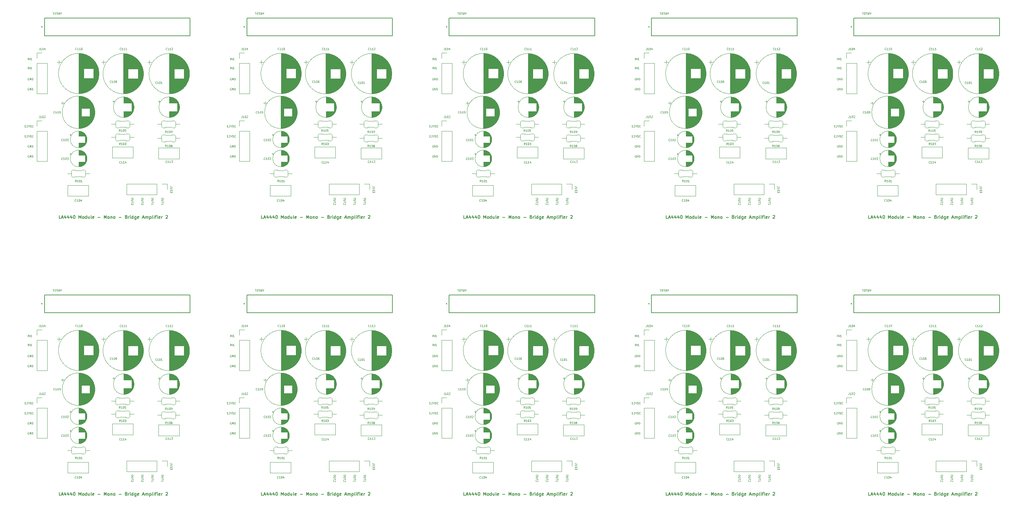
<source format=gbr>
%TF.GenerationSoftware,KiCad,Pcbnew,7.0.11*%
%TF.CreationDate,2024-10-20T12:39:06+07:00*%
%TF.ProjectId,V3,56332e6b-6963-4616-945f-706362585858,rev?*%
%TF.SameCoordinates,Original*%
%TF.FileFunction,Legend,Top*%
%TF.FilePolarity,Positive*%
%FSLAX46Y46*%
G04 Gerber Fmt 4.6, Leading zero omitted, Abs format (unit mm)*
G04 Created by KiCad (PCBNEW 7.0.11) date 2024-10-20 12:39:06*
%MOMM*%
%LPD*%
G01*
G04 APERTURE LIST*
%ADD10C,0.100000*%
%ADD11C,0.200000*%
%ADD12C,0.120000*%
%ADD13C,0.127000*%
G04 APERTURE END LIST*
D10*
X229768185Y-130331553D02*
X229482471Y-130331553D01*
X229625328Y-130331553D02*
X229625328Y-129831553D01*
X229625328Y-129831553D02*
X229577709Y-129902982D01*
X229577709Y-129902982D02*
X229530090Y-129950601D01*
X229530090Y-129950601D02*
X229482471Y-129974410D01*
X229958661Y-129879172D02*
X229982470Y-129855363D01*
X229982470Y-129855363D02*
X230030089Y-129831553D01*
X230030089Y-129831553D02*
X230149137Y-129831553D01*
X230149137Y-129831553D02*
X230196756Y-129855363D01*
X230196756Y-129855363D02*
X230220565Y-129879172D01*
X230220565Y-129879172D02*
X230244375Y-129926791D01*
X230244375Y-129926791D02*
X230244375Y-129974410D01*
X230244375Y-129974410D02*
X230220565Y-130045839D01*
X230220565Y-130045839D02*
X229934851Y-130331553D01*
X229934851Y-130331553D02*
X230244375Y-130331553D01*
X230387232Y-129831553D02*
X230553898Y-130331553D01*
X230553898Y-130331553D02*
X230720565Y-129831553D01*
X230887231Y-130331553D02*
X230887231Y-129831553D01*
X230887231Y-129831553D02*
X231006279Y-129831553D01*
X231006279Y-129831553D02*
X231077707Y-129855363D01*
X231077707Y-129855363D02*
X231125326Y-129902982D01*
X231125326Y-129902982D02*
X231149136Y-129950601D01*
X231149136Y-129950601D02*
X231172945Y-130045839D01*
X231172945Y-130045839D02*
X231172945Y-130117267D01*
X231172945Y-130117267D02*
X231149136Y-130212505D01*
X231149136Y-130212505D02*
X231125326Y-130260124D01*
X231125326Y-130260124D02*
X231077707Y-130307744D01*
X231077707Y-130307744D02*
X231006279Y-130331553D01*
X231006279Y-130331553D02*
X230887231Y-130331553D01*
X231672945Y-130283934D02*
X231649136Y-130307744D01*
X231649136Y-130307744D02*
X231577707Y-130331553D01*
X231577707Y-130331553D02*
X231530088Y-130331553D01*
X231530088Y-130331553D02*
X231458660Y-130307744D01*
X231458660Y-130307744D02*
X231411041Y-130260124D01*
X231411041Y-130260124D02*
X231387231Y-130212505D01*
X231387231Y-130212505D02*
X231363422Y-130117267D01*
X231363422Y-130117267D02*
X231363422Y-130045839D01*
X231363422Y-130045839D02*
X231387231Y-129950601D01*
X231387231Y-129950601D02*
X231411041Y-129902982D01*
X231411041Y-129902982D02*
X231458660Y-129855363D01*
X231458660Y-129855363D02*
X231530088Y-129831553D01*
X231530088Y-129831553D02*
X231577707Y-129831553D01*
X231577707Y-129831553D02*
X231649136Y-129855363D01*
X231649136Y-129855363D02*
X231672945Y-129879172D01*
X157189834Y-148337018D02*
X157189834Y-148432256D01*
X157189834Y-148432256D02*
X157166024Y-148479875D01*
X157166024Y-148479875D02*
X157118405Y-148527494D01*
X157118405Y-148527494D02*
X157023167Y-148551304D01*
X157023167Y-148551304D02*
X156856501Y-148551304D01*
X156856501Y-148551304D02*
X156761263Y-148527494D01*
X156761263Y-148527494D02*
X156713644Y-148479875D01*
X156713644Y-148479875D02*
X156689834Y-148432256D01*
X156689834Y-148432256D02*
X156689834Y-148337018D01*
X156689834Y-148337018D02*
X156713644Y-148289399D01*
X156713644Y-148289399D02*
X156761263Y-148241780D01*
X156761263Y-148241780D02*
X156856501Y-148217971D01*
X156856501Y-148217971D02*
X157023167Y-148217971D01*
X157023167Y-148217971D02*
X157118405Y-148241780D01*
X157118405Y-148241780D02*
X157166024Y-148289399D01*
X157166024Y-148289399D02*
X157189834Y-148337018D01*
X157189834Y-148765590D02*
X156785072Y-148765590D01*
X156785072Y-148765590D02*
X156737453Y-148789400D01*
X156737453Y-148789400D02*
X156713644Y-148813209D01*
X156713644Y-148813209D02*
X156689834Y-148860828D01*
X156689834Y-148860828D02*
X156689834Y-148956066D01*
X156689834Y-148956066D02*
X156713644Y-149003685D01*
X156713644Y-149003685D02*
X156737453Y-149027495D01*
X156737453Y-149027495D02*
X156785072Y-149051304D01*
X156785072Y-149051304D02*
X157189834Y-149051304D01*
X157189834Y-149217972D02*
X157189834Y-149503686D01*
X156689834Y-149360829D02*
X157189834Y-149360829D01*
X157142215Y-149646543D02*
X157166024Y-149670352D01*
X157166024Y-149670352D02*
X157189834Y-149717971D01*
X157189834Y-149717971D02*
X157189834Y-149837019D01*
X157189834Y-149837019D02*
X157166024Y-149884638D01*
X157166024Y-149884638D02*
X157142215Y-149908447D01*
X157142215Y-149908447D02*
X157094596Y-149932257D01*
X157094596Y-149932257D02*
X157046977Y-149932257D01*
X157046977Y-149932257D02*
X156975548Y-149908447D01*
X156975548Y-149908447D02*
X156689834Y-149622733D01*
X156689834Y-149622733D02*
X156689834Y-149932257D01*
D11*
X34056450Y-83343639D02*
X33675498Y-83343639D01*
X33675498Y-83343639D02*
X33675498Y-82543639D01*
X34285021Y-83115067D02*
X34665974Y-83115067D01*
X34208831Y-83343639D02*
X34475498Y-82543639D01*
X34475498Y-82543639D02*
X34742164Y-83343639D01*
X35351688Y-82810305D02*
X35351688Y-83343639D01*
X35161212Y-82505544D02*
X34970735Y-83076972D01*
X34970735Y-83076972D02*
X35465974Y-83076972D01*
X36113593Y-82810305D02*
X36113593Y-83343639D01*
X35923117Y-82505544D02*
X35732640Y-83076972D01*
X35732640Y-83076972D02*
X36227879Y-83076972D01*
X36875498Y-82810305D02*
X36875498Y-83343639D01*
X36685022Y-82505544D02*
X36494545Y-83076972D01*
X36494545Y-83076972D02*
X36989784Y-83076972D01*
X37446927Y-82543639D02*
X37523117Y-82543639D01*
X37523117Y-82543639D02*
X37599308Y-82581734D01*
X37599308Y-82581734D02*
X37637403Y-82619829D01*
X37637403Y-82619829D02*
X37675498Y-82696020D01*
X37675498Y-82696020D02*
X37713593Y-82848401D01*
X37713593Y-82848401D02*
X37713593Y-83038877D01*
X37713593Y-83038877D02*
X37675498Y-83191258D01*
X37675498Y-83191258D02*
X37637403Y-83267448D01*
X37637403Y-83267448D02*
X37599308Y-83305544D01*
X37599308Y-83305544D02*
X37523117Y-83343639D01*
X37523117Y-83343639D02*
X37446927Y-83343639D01*
X37446927Y-83343639D02*
X37370736Y-83305544D01*
X37370736Y-83305544D02*
X37332641Y-83267448D01*
X37332641Y-83267448D02*
X37294546Y-83191258D01*
X37294546Y-83191258D02*
X37256450Y-83038877D01*
X37256450Y-83038877D02*
X37256450Y-82848401D01*
X37256450Y-82848401D02*
X37294546Y-82696020D01*
X37294546Y-82696020D02*
X37332641Y-82619829D01*
X37332641Y-82619829D02*
X37370736Y-82581734D01*
X37370736Y-82581734D02*
X37446927Y-82543639D01*
X38665975Y-83343639D02*
X38665975Y-82543639D01*
X38665975Y-82543639D02*
X38932641Y-83115067D01*
X38932641Y-83115067D02*
X39199308Y-82543639D01*
X39199308Y-82543639D02*
X39199308Y-83343639D01*
X39694546Y-83343639D02*
X39618356Y-83305544D01*
X39618356Y-83305544D02*
X39580261Y-83267448D01*
X39580261Y-83267448D02*
X39542165Y-83191258D01*
X39542165Y-83191258D02*
X39542165Y-82962686D01*
X39542165Y-82962686D02*
X39580261Y-82886496D01*
X39580261Y-82886496D02*
X39618356Y-82848401D01*
X39618356Y-82848401D02*
X39694546Y-82810305D01*
X39694546Y-82810305D02*
X39808832Y-82810305D01*
X39808832Y-82810305D02*
X39885023Y-82848401D01*
X39885023Y-82848401D02*
X39923118Y-82886496D01*
X39923118Y-82886496D02*
X39961213Y-82962686D01*
X39961213Y-82962686D02*
X39961213Y-83191258D01*
X39961213Y-83191258D02*
X39923118Y-83267448D01*
X39923118Y-83267448D02*
X39885023Y-83305544D01*
X39885023Y-83305544D02*
X39808832Y-83343639D01*
X39808832Y-83343639D02*
X39694546Y-83343639D01*
X40646928Y-83343639D02*
X40646928Y-82543639D01*
X40646928Y-83305544D02*
X40570737Y-83343639D01*
X40570737Y-83343639D02*
X40418356Y-83343639D01*
X40418356Y-83343639D02*
X40342166Y-83305544D01*
X40342166Y-83305544D02*
X40304071Y-83267448D01*
X40304071Y-83267448D02*
X40265975Y-83191258D01*
X40265975Y-83191258D02*
X40265975Y-82962686D01*
X40265975Y-82962686D02*
X40304071Y-82886496D01*
X40304071Y-82886496D02*
X40342166Y-82848401D01*
X40342166Y-82848401D02*
X40418356Y-82810305D01*
X40418356Y-82810305D02*
X40570737Y-82810305D01*
X40570737Y-82810305D02*
X40646928Y-82848401D01*
X41370738Y-82810305D02*
X41370738Y-83343639D01*
X41027881Y-82810305D02*
X41027881Y-83229353D01*
X41027881Y-83229353D02*
X41065976Y-83305544D01*
X41065976Y-83305544D02*
X41142166Y-83343639D01*
X41142166Y-83343639D02*
X41256452Y-83343639D01*
X41256452Y-83343639D02*
X41332643Y-83305544D01*
X41332643Y-83305544D02*
X41370738Y-83267448D01*
X41865976Y-83343639D02*
X41789786Y-83305544D01*
X41789786Y-83305544D02*
X41751691Y-83229353D01*
X41751691Y-83229353D02*
X41751691Y-82543639D01*
X42475501Y-83305544D02*
X42399310Y-83343639D01*
X42399310Y-83343639D02*
X42246929Y-83343639D01*
X42246929Y-83343639D02*
X42170739Y-83305544D01*
X42170739Y-83305544D02*
X42132643Y-83229353D01*
X42132643Y-83229353D02*
X42132643Y-82924591D01*
X42132643Y-82924591D02*
X42170739Y-82848401D01*
X42170739Y-82848401D02*
X42246929Y-82810305D01*
X42246929Y-82810305D02*
X42399310Y-82810305D01*
X42399310Y-82810305D02*
X42475501Y-82848401D01*
X42475501Y-82848401D02*
X42513596Y-82924591D01*
X42513596Y-82924591D02*
X42513596Y-83000782D01*
X42513596Y-83000782D02*
X42132643Y-83076972D01*
X43465977Y-83038877D02*
X44075501Y-83038877D01*
X45065977Y-83343639D02*
X45065977Y-82543639D01*
X45065977Y-82543639D02*
X45332643Y-83115067D01*
X45332643Y-83115067D02*
X45599310Y-82543639D01*
X45599310Y-82543639D02*
X45599310Y-83343639D01*
X46094548Y-83343639D02*
X46018358Y-83305544D01*
X46018358Y-83305544D02*
X45980263Y-83267448D01*
X45980263Y-83267448D02*
X45942167Y-83191258D01*
X45942167Y-83191258D02*
X45942167Y-82962686D01*
X45942167Y-82962686D02*
X45980263Y-82886496D01*
X45980263Y-82886496D02*
X46018358Y-82848401D01*
X46018358Y-82848401D02*
X46094548Y-82810305D01*
X46094548Y-82810305D02*
X46208834Y-82810305D01*
X46208834Y-82810305D02*
X46285025Y-82848401D01*
X46285025Y-82848401D02*
X46323120Y-82886496D01*
X46323120Y-82886496D02*
X46361215Y-82962686D01*
X46361215Y-82962686D02*
X46361215Y-83191258D01*
X46361215Y-83191258D02*
X46323120Y-83267448D01*
X46323120Y-83267448D02*
X46285025Y-83305544D01*
X46285025Y-83305544D02*
X46208834Y-83343639D01*
X46208834Y-83343639D02*
X46094548Y-83343639D01*
X46704073Y-82810305D02*
X46704073Y-83343639D01*
X46704073Y-82886496D02*
X46742168Y-82848401D01*
X46742168Y-82848401D02*
X46818358Y-82810305D01*
X46818358Y-82810305D02*
X46932644Y-82810305D01*
X46932644Y-82810305D02*
X47008835Y-82848401D01*
X47008835Y-82848401D02*
X47046930Y-82924591D01*
X47046930Y-82924591D02*
X47046930Y-83343639D01*
X47542168Y-83343639D02*
X47465978Y-83305544D01*
X47465978Y-83305544D02*
X47427883Y-83267448D01*
X47427883Y-83267448D02*
X47389787Y-83191258D01*
X47389787Y-83191258D02*
X47389787Y-82962686D01*
X47389787Y-82962686D02*
X47427883Y-82886496D01*
X47427883Y-82886496D02*
X47465978Y-82848401D01*
X47465978Y-82848401D02*
X47542168Y-82810305D01*
X47542168Y-82810305D02*
X47656454Y-82810305D01*
X47656454Y-82810305D02*
X47732645Y-82848401D01*
X47732645Y-82848401D02*
X47770740Y-82886496D01*
X47770740Y-82886496D02*
X47808835Y-82962686D01*
X47808835Y-82962686D02*
X47808835Y-83191258D01*
X47808835Y-83191258D02*
X47770740Y-83267448D01*
X47770740Y-83267448D02*
X47732645Y-83305544D01*
X47732645Y-83305544D02*
X47656454Y-83343639D01*
X47656454Y-83343639D02*
X47542168Y-83343639D01*
X48761217Y-83038877D02*
X49370741Y-83038877D01*
X50627883Y-82924591D02*
X50742169Y-82962686D01*
X50742169Y-82962686D02*
X50780264Y-83000782D01*
X50780264Y-83000782D02*
X50818360Y-83076972D01*
X50818360Y-83076972D02*
X50818360Y-83191258D01*
X50818360Y-83191258D02*
X50780264Y-83267448D01*
X50780264Y-83267448D02*
X50742169Y-83305544D01*
X50742169Y-83305544D02*
X50665979Y-83343639D01*
X50665979Y-83343639D02*
X50361217Y-83343639D01*
X50361217Y-83343639D02*
X50361217Y-82543639D01*
X50361217Y-82543639D02*
X50627883Y-82543639D01*
X50627883Y-82543639D02*
X50704074Y-82581734D01*
X50704074Y-82581734D02*
X50742169Y-82619829D01*
X50742169Y-82619829D02*
X50780264Y-82696020D01*
X50780264Y-82696020D02*
X50780264Y-82772210D01*
X50780264Y-82772210D02*
X50742169Y-82848401D01*
X50742169Y-82848401D02*
X50704074Y-82886496D01*
X50704074Y-82886496D02*
X50627883Y-82924591D01*
X50627883Y-82924591D02*
X50361217Y-82924591D01*
X51161217Y-83343639D02*
X51161217Y-82810305D01*
X51161217Y-82962686D02*
X51199312Y-82886496D01*
X51199312Y-82886496D02*
X51237407Y-82848401D01*
X51237407Y-82848401D02*
X51313598Y-82810305D01*
X51313598Y-82810305D02*
X51389788Y-82810305D01*
X51656455Y-83343639D02*
X51656455Y-82810305D01*
X51656455Y-82543639D02*
X51618359Y-82581734D01*
X51618359Y-82581734D02*
X51656455Y-82619829D01*
X51656455Y-82619829D02*
X51694550Y-82581734D01*
X51694550Y-82581734D02*
X51656455Y-82543639D01*
X51656455Y-82543639D02*
X51656455Y-82619829D01*
X52380264Y-83343639D02*
X52380264Y-82543639D01*
X52380264Y-83305544D02*
X52304073Y-83343639D01*
X52304073Y-83343639D02*
X52151692Y-83343639D01*
X52151692Y-83343639D02*
X52075502Y-83305544D01*
X52075502Y-83305544D02*
X52037407Y-83267448D01*
X52037407Y-83267448D02*
X51999311Y-83191258D01*
X51999311Y-83191258D02*
X51999311Y-82962686D01*
X51999311Y-82962686D02*
X52037407Y-82886496D01*
X52037407Y-82886496D02*
X52075502Y-82848401D01*
X52075502Y-82848401D02*
X52151692Y-82810305D01*
X52151692Y-82810305D02*
X52304073Y-82810305D01*
X52304073Y-82810305D02*
X52380264Y-82848401D01*
X53104074Y-82810305D02*
X53104074Y-83457924D01*
X53104074Y-83457924D02*
X53065979Y-83534115D01*
X53065979Y-83534115D02*
X53027883Y-83572210D01*
X53027883Y-83572210D02*
X52951693Y-83610305D01*
X52951693Y-83610305D02*
X52837407Y-83610305D01*
X52837407Y-83610305D02*
X52761217Y-83572210D01*
X53104074Y-83305544D02*
X53027883Y-83343639D01*
X53027883Y-83343639D02*
X52875502Y-83343639D01*
X52875502Y-83343639D02*
X52799312Y-83305544D01*
X52799312Y-83305544D02*
X52761217Y-83267448D01*
X52761217Y-83267448D02*
X52723121Y-83191258D01*
X52723121Y-83191258D02*
X52723121Y-82962686D01*
X52723121Y-82962686D02*
X52761217Y-82886496D01*
X52761217Y-82886496D02*
X52799312Y-82848401D01*
X52799312Y-82848401D02*
X52875502Y-82810305D01*
X52875502Y-82810305D02*
X53027883Y-82810305D01*
X53027883Y-82810305D02*
X53104074Y-82848401D01*
X53789789Y-83305544D02*
X53713598Y-83343639D01*
X53713598Y-83343639D02*
X53561217Y-83343639D01*
X53561217Y-83343639D02*
X53485027Y-83305544D01*
X53485027Y-83305544D02*
X53446931Y-83229353D01*
X53446931Y-83229353D02*
X53446931Y-82924591D01*
X53446931Y-82924591D02*
X53485027Y-82848401D01*
X53485027Y-82848401D02*
X53561217Y-82810305D01*
X53561217Y-82810305D02*
X53713598Y-82810305D01*
X53713598Y-82810305D02*
X53789789Y-82848401D01*
X53789789Y-82848401D02*
X53827884Y-82924591D01*
X53827884Y-82924591D02*
X53827884Y-83000782D01*
X53827884Y-83000782D02*
X53446931Y-83076972D01*
X54742169Y-83115067D02*
X55123122Y-83115067D01*
X54665979Y-83343639D02*
X54932646Y-82543639D01*
X54932646Y-82543639D02*
X55199312Y-83343639D01*
X55465979Y-83343639D02*
X55465979Y-82810305D01*
X55465979Y-82886496D02*
X55504074Y-82848401D01*
X55504074Y-82848401D02*
X55580264Y-82810305D01*
X55580264Y-82810305D02*
X55694550Y-82810305D01*
X55694550Y-82810305D02*
X55770741Y-82848401D01*
X55770741Y-82848401D02*
X55808836Y-82924591D01*
X55808836Y-82924591D02*
X55808836Y-83343639D01*
X55808836Y-82924591D02*
X55846931Y-82848401D01*
X55846931Y-82848401D02*
X55923122Y-82810305D01*
X55923122Y-82810305D02*
X56037407Y-82810305D01*
X56037407Y-82810305D02*
X56113598Y-82848401D01*
X56113598Y-82848401D02*
X56151693Y-82924591D01*
X56151693Y-82924591D02*
X56151693Y-83343639D01*
X56532646Y-82810305D02*
X56532646Y-83610305D01*
X56532646Y-82848401D02*
X56608836Y-82810305D01*
X56608836Y-82810305D02*
X56761217Y-82810305D01*
X56761217Y-82810305D02*
X56837408Y-82848401D01*
X56837408Y-82848401D02*
X56875503Y-82886496D01*
X56875503Y-82886496D02*
X56913598Y-82962686D01*
X56913598Y-82962686D02*
X56913598Y-83191258D01*
X56913598Y-83191258D02*
X56875503Y-83267448D01*
X56875503Y-83267448D02*
X56837408Y-83305544D01*
X56837408Y-83305544D02*
X56761217Y-83343639D01*
X56761217Y-83343639D02*
X56608836Y-83343639D01*
X56608836Y-83343639D02*
X56532646Y-83305544D01*
X57370741Y-83343639D02*
X57294551Y-83305544D01*
X57294551Y-83305544D02*
X57256456Y-83229353D01*
X57256456Y-83229353D02*
X57256456Y-82543639D01*
X57675504Y-83343639D02*
X57675504Y-82810305D01*
X57675504Y-82543639D02*
X57637408Y-82581734D01*
X57637408Y-82581734D02*
X57675504Y-82619829D01*
X57675504Y-82619829D02*
X57713599Y-82581734D01*
X57713599Y-82581734D02*
X57675504Y-82543639D01*
X57675504Y-82543639D02*
X57675504Y-82619829D01*
X57942170Y-82810305D02*
X58246932Y-82810305D01*
X58056456Y-83343639D02*
X58056456Y-82657924D01*
X58056456Y-82657924D02*
X58094551Y-82581734D01*
X58094551Y-82581734D02*
X58170741Y-82543639D01*
X58170741Y-82543639D02*
X58246932Y-82543639D01*
X58513599Y-83343639D02*
X58513599Y-82810305D01*
X58513599Y-82543639D02*
X58475503Y-82581734D01*
X58475503Y-82581734D02*
X58513599Y-82619829D01*
X58513599Y-82619829D02*
X58551694Y-82581734D01*
X58551694Y-82581734D02*
X58513599Y-82543639D01*
X58513599Y-82543639D02*
X58513599Y-82619829D01*
X59199313Y-83305544D02*
X59123122Y-83343639D01*
X59123122Y-83343639D02*
X58970741Y-83343639D01*
X58970741Y-83343639D02*
X58894551Y-83305544D01*
X58894551Y-83305544D02*
X58856455Y-83229353D01*
X58856455Y-83229353D02*
X58856455Y-82924591D01*
X58856455Y-82924591D02*
X58894551Y-82848401D01*
X58894551Y-82848401D02*
X58970741Y-82810305D01*
X58970741Y-82810305D02*
X59123122Y-82810305D01*
X59123122Y-82810305D02*
X59199313Y-82848401D01*
X59199313Y-82848401D02*
X59237408Y-82924591D01*
X59237408Y-82924591D02*
X59237408Y-83000782D01*
X59237408Y-83000782D02*
X58856455Y-83076972D01*
X59580265Y-83343639D02*
X59580265Y-82810305D01*
X59580265Y-82962686D02*
X59618360Y-82886496D01*
X59618360Y-82886496D02*
X59656455Y-82848401D01*
X59656455Y-82848401D02*
X59732646Y-82810305D01*
X59732646Y-82810305D02*
X59808836Y-82810305D01*
X60646931Y-82619829D02*
X60685027Y-82581734D01*
X60685027Y-82581734D02*
X60761217Y-82543639D01*
X60761217Y-82543639D02*
X60951693Y-82543639D01*
X60951693Y-82543639D02*
X61027884Y-82581734D01*
X61027884Y-82581734D02*
X61065979Y-82619829D01*
X61065979Y-82619829D02*
X61104074Y-82696020D01*
X61104074Y-82696020D02*
X61104074Y-82772210D01*
X61104074Y-82772210D02*
X61065979Y-82886496D01*
X61065979Y-82886496D02*
X60608836Y-83343639D01*
X60608836Y-83343639D02*
X61104074Y-83343639D01*
D10*
X230530185Y-64830363D02*
X230482566Y-64806553D01*
X230482566Y-64806553D02*
X230411137Y-64806553D01*
X230411137Y-64806553D02*
X230339709Y-64830363D01*
X230339709Y-64830363D02*
X230292090Y-64877982D01*
X230292090Y-64877982D02*
X230268280Y-64925601D01*
X230268280Y-64925601D02*
X230244471Y-65020839D01*
X230244471Y-65020839D02*
X230244471Y-65092267D01*
X230244471Y-65092267D02*
X230268280Y-65187505D01*
X230268280Y-65187505D02*
X230292090Y-65235124D01*
X230292090Y-65235124D02*
X230339709Y-65282744D01*
X230339709Y-65282744D02*
X230411137Y-65306553D01*
X230411137Y-65306553D02*
X230458756Y-65306553D01*
X230458756Y-65306553D02*
X230530185Y-65282744D01*
X230530185Y-65282744D02*
X230553994Y-65258934D01*
X230553994Y-65258934D02*
X230553994Y-65092267D01*
X230553994Y-65092267D02*
X230458756Y-65092267D01*
X230768280Y-65306553D02*
X230768280Y-64806553D01*
X230768280Y-64806553D02*
X231053994Y-65306553D01*
X231053994Y-65306553D02*
X231053994Y-64806553D01*
X231292090Y-65306553D02*
X231292090Y-64806553D01*
X231292090Y-64806553D02*
X231411138Y-64806553D01*
X231411138Y-64806553D02*
X231482566Y-64830363D01*
X231482566Y-64830363D02*
X231530185Y-64877982D01*
X231530185Y-64877982D02*
X231553995Y-64925601D01*
X231553995Y-64925601D02*
X231577804Y-65020839D01*
X231577804Y-65020839D02*
X231577804Y-65092267D01*
X231577804Y-65092267D02*
X231553995Y-65187505D01*
X231553995Y-65187505D02*
X231530185Y-65235124D01*
X231530185Y-65235124D02*
X231482566Y-65282744D01*
X231482566Y-65282744D02*
X231411138Y-65306553D01*
X231411138Y-65306553D02*
X231292090Y-65306553D01*
X230530185Y-47812363D02*
X230482566Y-47788553D01*
X230482566Y-47788553D02*
X230411137Y-47788553D01*
X230411137Y-47788553D02*
X230339709Y-47812363D01*
X230339709Y-47812363D02*
X230292090Y-47859982D01*
X230292090Y-47859982D02*
X230268280Y-47907601D01*
X230268280Y-47907601D02*
X230244471Y-48002839D01*
X230244471Y-48002839D02*
X230244471Y-48074267D01*
X230244471Y-48074267D02*
X230268280Y-48169505D01*
X230268280Y-48169505D02*
X230292090Y-48217124D01*
X230292090Y-48217124D02*
X230339709Y-48264744D01*
X230339709Y-48264744D02*
X230411137Y-48288553D01*
X230411137Y-48288553D02*
X230458756Y-48288553D01*
X230458756Y-48288553D02*
X230530185Y-48264744D01*
X230530185Y-48264744D02*
X230553994Y-48240934D01*
X230553994Y-48240934D02*
X230553994Y-48074267D01*
X230553994Y-48074267D02*
X230458756Y-48074267D01*
X230768280Y-48288553D02*
X230768280Y-47788553D01*
X230768280Y-47788553D02*
X231053994Y-48288553D01*
X231053994Y-48288553D02*
X231053994Y-47788553D01*
X231292090Y-48288553D02*
X231292090Y-47788553D01*
X231292090Y-47788553D02*
X231411138Y-47788553D01*
X231411138Y-47788553D02*
X231482566Y-47812363D01*
X231482566Y-47812363D02*
X231530185Y-47859982D01*
X231530185Y-47859982D02*
X231553995Y-47907601D01*
X231553995Y-47907601D02*
X231577804Y-48002839D01*
X231577804Y-48002839D02*
X231577804Y-48074267D01*
X231577804Y-48074267D02*
X231553995Y-48169505D01*
X231553995Y-48169505D02*
X231530185Y-48217124D01*
X231530185Y-48217124D02*
X231482566Y-48264744D01*
X231482566Y-48264744D02*
X231411138Y-48288553D01*
X231411138Y-48288553D02*
X231292090Y-48288553D01*
X59999834Y-148337018D02*
X59999834Y-148432256D01*
X59999834Y-148432256D02*
X59976024Y-148479875D01*
X59976024Y-148479875D02*
X59928405Y-148527494D01*
X59928405Y-148527494D02*
X59833167Y-148551304D01*
X59833167Y-148551304D02*
X59666501Y-148551304D01*
X59666501Y-148551304D02*
X59571263Y-148527494D01*
X59571263Y-148527494D02*
X59523644Y-148479875D01*
X59523644Y-148479875D02*
X59499834Y-148432256D01*
X59499834Y-148432256D02*
X59499834Y-148337018D01*
X59499834Y-148337018D02*
X59523644Y-148289399D01*
X59523644Y-148289399D02*
X59571263Y-148241780D01*
X59571263Y-148241780D02*
X59666501Y-148217971D01*
X59666501Y-148217971D02*
X59833167Y-148217971D01*
X59833167Y-148217971D02*
X59928405Y-148241780D01*
X59928405Y-148241780D02*
X59976024Y-148289399D01*
X59976024Y-148289399D02*
X59999834Y-148337018D01*
X59999834Y-148765590D02*
X59595072Y-148765590D01*
X59595072Y-148765590D02*
X59547453Y-148789400D01*
X59547453Y-148789400D02*
X59523644Y-148813209D01*
X59523644Y-148813209D02*
X59499834Y-148860828D01*
X59499834Y-148860828D02*
X59499834Y-148956066D01*
X59499834Y-148956066D02*
X59523644Y-149003685D01*
X59523644Y-149003685D02*
X59547453Y-149027495D01*
X59547453Y-149027495D02*
X59595072Y-149051304D01*
X59595072Y-149051304D02*
X59999834Y-149051304D01*
X59999834Y-149217972D02*
X59999834Y-149503686D01*
X59499834Y-149360829D02*
X59999834Y-149360829D01*
X59499834Y-149932257D02*
X59499834Y-149646543D01*
X59499834Y-149789400D02*
X59999834Y-149789400D01*
X59999834Y-149789400D02*
X59928405Y-149741781D01*
X59928405Y-149741781D02*
X59880786Y-149694162D01*
X59880786Y-149694162D02*
X59856977Y-149646543D01*
X230530185Y-137475363D02*
X230482566Y-137451553D01*
X230482566Y-137451553D02*
X230411137Y-137451553D01*
X230411137Y-137451553D02*
X230339709Y-137475363D01*
X230339709Y-137475363D02*
X230292090Y-137522982D01*
X230292090Y-137522982D02*
X230268280Y-137570601D01*
X230268280Y-137570601D02*
X230244471Y-137665839D01*
X230244471Y-137665839D02*
X230244471Y-137737267D01*
X230244471Y-137737267D02*
X230268280Y-137832505D01*
X230268280Y-137832505D02*
X230292090Y-137880124D01*
X230292090Y-137880124D02*
X230339709Y-137927744D01*
X230339709Y-137927744D02*
X230411137Y-137951553D01*
X230411137Y-137951553D02*
X230458756Y-137951553D01*
X230458756Y-137951553D02*
X230530185Y-137927744D01*
X230530185Y-137927744D02*
X230553994Y-137903934D01*
X230553994Y-137903934D02*
X230553994Y-137737267D01*
X230553994Y-137737267D02*
X230458756Y-137737267D01*
X230768280Y-137951553D02*
X230768280Y-137451553D01*
X230768280Y-137451553D02*
X231053994Y-137951553D01*
X231053994Y-137951553D02*
X231053994Y-137451553D01*
X231292090Y-137951553D02*
X231292090Y-137451553D01*
X231292090Y-137451553D02*
X231411138Y-137451553D01*
X231411138Y-137451553D02*
X231482566Y-137475363D01*
X231482566Y-137475363D02*
X231530185Y-137522982D01*
X231530185Y-137522982D02*
X231553995Y-137570601D01*
X231553995Y-137570601D02*
X231577804Y-137665839D01*
X231577804Y-137665839D02*
X231577804Y-137737267D01*
X231577804Y-137737267D02*
X231553995Y-137832505D01*
X231553995Y-137832505D02*
X231530185Y-137880124D01*
X231530185Y-137880124D02*
X231482566Y-137927744D01*
X231482566Y-137927744D02*
X231411138Y-137951553D01*
X231411138Y-137951553D02*
X231292090Y-137951553D01*
D11*
X187461450Y-83343639D02*
X187080498Y-83343639D01*
X187080498Y-83343639D02*
X187080498Y-82543639D01*
X187690021Y-83115067D02*
X188070974Y-83115067D01*
X187613831Y-83343639D02*
X187880498Y-82543639D01*
X187880498Y-82543639D02*
X188147164Y-83343639D01*
X188756688Y-82810305D02*
X188756688Y-83343639D01*
X188566212Y-82505544D02*
X188375735Y-83076972D01*
X188375735Y-83076972D02*
X188870974Y-83076972D01*
X189518593Y-82810305D02*
X189518593Y-83343639D01*
X189328117Y-82505544D02*
X189137640Y-83076972D01*
X189137640Y-83076972D02*
X189632879Y-83076972D01*
X190280498Y-82810305D02*
X190280498Y-83343639D01*
X190090022Y-82505544D02*
X189899545Y-83076972D01*
X189899545Y-83076972D02*
X190394784Y-83076972D01*
X190851927Y-82543639D02*
X190928117Y-82543639D01*
X190928117Y-82543639D02*
X191004308Y-82581734D01*
X191004308Y-82581734D02*
X191042403Y-82619829D01*
X191042403Y-82619829D02*
X191080498Y-82696020D01*
X191080498Y-82696020D02*
X191118593Y-82848401D01*
X191118593Y-82848401D02*
X191118593Y-83038877D01*
X191118593Y-83038877D02*
X191080498Y-83191258D01*
X191080498Y-83191258D02*
X191042403Y-83267448D01*
X191042403Y-83267448D02*
X191004308Y-83305544D01*
X191004308Y-83305544D02*
X190928117Y-83343639D01*
X190928117Y-83343639D02*
X190851927Y-83343639D01*
X190851927Y-83343639D02*
X190775736Y-83305544D01*
X190775736Y-83305544D02*
X190737641Y-83267448D01*
X190737641Y-83267448D02*
X190699546Y-83191258D01*
X190699546Y-83191258D02*
X190661450Y-83038877D01*
X190661450Y-83038877D02*
X190661450Y-82848401D01*
X190661450Y-82848401D02*
X190699546Y-82696020D01*
X190699546Y-82696020D02*
X190737641Y-82619829D01*
X190737641Y-82619829D02*
X190775736Y-82581734D01*
X190775736Y-82581734D02*
X190851927Y-82543639D01*
X192070975Y-83343639D02*
X192070975Y-82543639D01*
X192070975Y-82543639D02*
X192337641Y-83115067D01*
X192337641Y-83115067D02*
X192604308Y-82543639D01*
X192604308Y-82543639D02*
X192604308Y-83343639D01*
X193099546Y-83343639D02*
X193023356Y-83305544D01*
X193023356Y-83305544D02*
X192985261Y-83267448D01*
X192985261Y-83267448D02*
X192947165Y-83191258D01*
X192947165Y-83191258D02*
X192947165Y-82962686D01*
X192947165Y-82962686D02*
X192985261Y-82886496D01*
X192985261Y-82886496D02*
X193023356Y-82848401D01*
X193023356Y-82848401D02*
X193099546Y-82810305D01*
X193099546Y-82810305D02*
X193213832Y-82810305D01*
X193213832Y-82810305D02*
X193290023Y-82848401D01*
X193290023Y-82848401D02*
X193328118Y-82886496D01*
X193328118Y-82886496D02*
X193366213Y-82962686D01*
X193366213Y-82962686D02*
X193366213Y-83191258D01*
X193366213Y-83191258D02*
X193328118Y-83267448D01*
X193328118Y-83267448D02*
X193290023Y-83305544D01*
X193290023Y-83305544D02*
X193213832Y-83343639D01*
X193213832Y-83343639D02*
X193099546Y-83343639D01*
X194051928Y-83343639D02*
X194051928Y-82543639D01*
X194051928Y-83305544D02*
X193975737Y-83343639D01*
X193975737Y-83343639D02*
X193823356Y-83343639D01*
X193823356Y-83343639D02*
X193747166Y-83305544D01*
X193747166Y-83305544D02*
X193709071Y-83267448D01*
X193709071Y-83267448D02*
X193670975Y-83191258D01*
X193670975Y-83191258D02*
X193670975Y-82962686D01*
X193670975Y-82962686D02*
X193709071Y-82886496D01*
X193709071Y-82886496D02*
X193747166Y-82848401D01*
X193747166Y-82848401D02*
X193823356Y-82810305D01*
X193823356Y-82810305D02*
X193975737Y-82810305D01*
X193975737Y-82810305D02*
X194051928Y-82848401D01*
X194775738Y-82810305D02*
X194775738Y-83343639D01*
X194432881Y-82810305D02*
X194432881Y-83229353D01*
X194432881Y-83229353D02*
X194470976Y-83305544D01*
X194470976Y-83305544D02*
X194547166Y-83343639D01*
X194547166Y-83343639D02*
X194661452Y-83343639D01*
X194661452Y-83343639D02*
X194737643Y-83305544D01*
X194737643Y-83305544D02*
X194775738Y-83267448D01*
X195270976Y-83343639D02*
X195194786Y-83305544D01*
X195194786Y-83305544D02*
X195156691Y-83229353D01*
X195156691Y-83229353D02*
X195156691Y-82543639D01*
X195880501Y-83305544D02*
X195804310Y-83343639D01*
X195804310Y-83343639D02*
X195651929Y-83343639D01*
X195651929Y-83343639D02*
X195575739Y-83305544D01*
X195575739Y-83305544D02*
X195537643Y-83229353D01*
X195537643Y-83229353D02*
X195537643Y-82924591D01*
X195537643Y-82924591D02*
X195575739Y-82848401D01*
X195575739Y-82848401D02*
X195651929Y-82810305D01*
X195651929Y-82810305D02*
X195804310Y-82810305D01*
X195804310Y-82810305D02*
X195880501Y-82848401D01*
X195880501Y-82848401D02*
X195918596Y-82924591D01*
X195918596Y-82924591D02*
X195918596Y-83000782D01*
X195918596Y-83000782D02*
X195537643Y-83076972D01*
X196870977Y-83038877D02*
X197480501Y-83038877D01*
X198470977Y-83343639D02*
X198470977Y-82543639D01*
X198470977Y-82543639D02*
X198737643Y-83115067D01*
X198737643Y-83115067D02*
X199004310Y-82543639D01*
X199004310Y-82543639D02*
X199004310Y-83343639D01*
X199499548Y-83343639D02*
X199423358Y-83305544D01*
X199423358Y-83305544D02*
X199385263Y-83267448D01*
X199385263Y-83267448D02*
X199347167Y-83191258D01*
X199347167Y-83191258D02*
X199347167Y-82962686D01*
X199347167Y-82962686D02*
X199385263Y-82886496D01*
X199385263Y-82886496D02*
X199423358Y-82848401D01*
X199423358Y-82848401D02*
X199499548Y-82810305D01*
X199499548Y-82810305D02*
X199613834Y-82810305D01*
X199613834Y-82810305D02*
X199690025Y-82848401D01*
X199690025Y-82848401D02*
X199728120Y-82886496D01*
X199728120Y-82886496D02*
X199766215Y-82962686D01*
X199766215Y-82962686D02*
X199766215Y-83191258D01*
X199766215Y-83191258D02*
X199728120Y-83267448D01*
X199728120Y-83267448D02*
X199690025Y-83305544D01*
X199690025Y-83305544D02*
X199613834Y-83343639D01*
X199613834Y-83343639D02*
X199499548Y-83343639D01*
X200109073Y-82810305D02*
X200109073Y-83343639D01*
X200109073Y-82886496D02*
X200147168Y-82848401D01*
X200147168Y-82848401D02*
X200223358Y-82810305D01*
X200223358Y-82810305D02*
X200337644Y-82810305D01*
X200337644Y-82810305D02*
X200413835Y-82848401D01*
X200413835Y-82848401D02*
X200451930Y-82924591D01*
X200451930Y-82924591D02*
X200451930Y-83343639D01*
X200947168Y-83343639D02*
X200870978Y-83305544D01*
X200870978Y-83305544D02*
X200832883Y-83267448D01*
X200832883Y-83267448D02*
X200794787Y-83191258D01*
X200794787Y-83191258D02*
X200794787Y-82962686D01*
X200794787Y-82962686D02*
X200832883Y-82886496D01*
X200832883Y-82886496D02*
X200870978Y-82848401D01*
X200870978Y-82848401D02*
X200947168Y-82810305D01*
X200947168Y-82810305D02*
X201061454Y-82810305D01*
X201061454Y-82810305D02*
X201137645Y-82848401D01*
X201137645Y-82848401D02*
X201175740Y-82886496D01*
X201175740Y-82886496D02*
X201213835Y-82962686D01*
X201213835Y-82962686D02*
X201213835Y-83191258D01*
X201213835Y-83191258D02*
X201175740Y-83267448D01*
X201175740Y-83267448D02*
X201137645Y-83305544D01*
X201137645Y-83305544D02*
X201061454Y-83343639D01*
X201061454Y-83343639D02*
X200947168Y-83343639D01*
X202166217Y-83038877D02*
X202775741Y-83038877D01*
X204032883Y-82924591D02*
X204147169Y-82962686D01*
X204147169Y-82962686D02*
X204185264Y-83000782D01*
X204185264Y-83000782D02*
X204223360Y-83076972D01*
X204223360Y-83076972D02*
X204223360Y-83191258D01*
X204223360Y-83191258D02*
X204185264Y-83267448D01*
X204185264Y-83267448D02*
X204147169Y-83305544D01*
X204147169Y-83305544D02*
X204070979Y-83343639D01*
X204070979Y-83343639D02*
X203766217Y-83343639D01*
X203766217Y-83343639D02*
X203766217Y-82543639D01*
X203766217Y-82543639D02*
X204032883Y-82543639D01*
X204032883Y-82543639D02*
X204109074Y-82581734D01*
X204109074Y-82581734D02*
X204147169Y-82619829D01*
X204147169Y-82619829D02*
X204185264Y-82696020D01*
X204185264Y-82696020D02*
X204185264Y-82772210D01*
X204185264Y-82772210D02*
X204147169Y-82848401D01*
X204147169Y-82848401D02*
X204109074Y-82886496D01*
X204109074Y-82886496D02*
X204032883Y-82924591D01*
X204032883Y-82924591D02*
X203766217Y-82924591D01*
X204566217Y-83343639D02*
X204566217Y-82810305D01*
X204566217Y-82962686D02*
X204604312Y-82886496D01*
X204604312Y-82886496D02*
X204642407Y-82848401D01*
X204642407Y-82848401D02*
X204718598Y-82810305D01*
X204718598Y-82810305D02*
X204794788Y-82810305D01*
X205061455Y-83343639D02*
X205061455Y-82810305D01*
X205061455Y-82543639D02*
X205023359Y-82581734D01*
X205023359Y-82581734D02*
X205061455Y-82619829D01*
X205061455Y-82619829D02*
X205099550Y-82581734D01*
X205099550Y-82581734D02*
X205061455Y-82543639D01*
X205061455Y-82543639D02*
X205061455Y-82619829D01*
X205785264Y-83343639D02*
X205785264Y-82543639D01*
X205785264Y-83305544D02*
X205709073Y-83343639D01*
X205709073Y-83343639D02*
X205556692Y-83343639D01*
X205556692Y-83343639D02*
X205480502Y-83305544D01*
X205480502Y-83305544D02*
X205442407Y-83267448D01*
X205442407Y-83267448D02*
X205404311Y-83191258D01*
X205404311Y-83191258D02*
X205404311Y-82962686D01*
X205404311Y-82962686D02*
X205442407Y-82886496D01*
X205442407Y-82886496D02*
X205480502Y-82848401D01*
X205480502Y-82848401D02*
X205556692Y-82810305D01*
X205556692Y-82810305D02*
X205709073Y-82810305D01*
X205709073Y-82810305D02*
X205785264Y-82848401D01*
X206509074Y-82810305D02*
X206509074Y-83457924D01*
X206509074Y-83457924D02*
X206470979Y-83534115D01*
X206470979Y-83534115D02*
X206432883Y-83572210D01*
X206432883Y-83572210D02*
X206356693Y-83610305D01*
X206356693Y-83610305D02*
X206242407Y-83610305D01*
X206242407Y-83610305D02*
X206166217Y-83572210D01*
X206509074Y-83305544D02*
X206432883Y-83343639D01*
X206432883Y-83343639D02*
X206280502Y-83343639D01*
X206280502Y-83343639D02*
X206204312Y-83305544D01*
X206204312Y-83305544D02*
X206166217Y-83267448D01*
X206166217Y-83267448D02*
X206128121Y-83191258D01*
X206128121Y-83191258D02*
X206128121Y-82962686D01*
X206128121Y-82962686D02*
X206166217Y-82886496D01*
X206166217Y-82886496D02*
X206204312Y-82848401D01*
X206204312Y-82848401D02*
X206280502Y-82810305D01*
X206280502Y-82810305D02*
X206432883Y-82810305D01*
X206432883Y-82810305D02*
X206509074Y-82848401D01*
X207194789Y-83305544D02*
X207118598Y-83343639D01*
X207118598Y-83343639D02*
X206966217Y-83343639D01*
X206966217Y-83343639D02*
X206890027Y-83305544D01*
X206890027Y-83305544D02*
X206851931Y-83229353D01*
X206851931Y-83229353D02*
X206851931Y-82924591D01*
X206851931Y-82924591D02*
X206890027Y-82848401D01*
X206890027Y-82848401D02*
X206966217Y-82810305D01*
X206966217Y-82810305D02*
X207118598Y-82810305D01*
X207118598Y-82810305D02*
X207194789Y-82848401D01*
X207194789Y-82848401D02*
X207232884Y-82924591D01*
X207232884Y-82924591D02*
X207232884Y-83000782D01*
X207232884Y-83000782D02*
X206851931Y-83076972D01*
X208147169Y-83115067D02*
X208528122Y-83115067D01*
X208070979Y-83343639D02*
X208337646Y-82543639D01*
X208337646Y-82543639D02*
X208604312Y-83343639D01*
X208870979Y-83343639D02*
X208870979Y-82810305D01*
X208870979Y-82886496D02*
X208909074Y-82848401D01*
X208909074Y-82848401D02*
X208985264Y-82810305D01*
X208985264Y-82810305D02*
X209099550Y-82810305D01*
X209099550Y-82810305D02*
X209175741Y-82848401D01*
X209175741Y-82848401D02*
X209213836Y-82924591D01*
X209213836Y-82924591D02*
X209213836Y-83343639D01*
X209213836Y-82924591D02*
X209251931Y-82848401D01*
X209251931Y-82848401D02*
X209328122Y-82810305D01*
X209328122Y-82810305D02*
X209442407Y-82810305D01*
X209442407Y-82810305D02*
X209518598Y-82848401D01*
X209518598Y-82848401D02*
X209556693Y-82924591D01*
X209556693Y-82924591D02*
X209556693Y-83343639D01*
X209937646Y-82810305D02*
X209937646Y-83610305D01*
X209937646Y-82848401D02*
X210013836Y-82810305D01*
X210013836Y-82810305D02*
X210166217Y-82810305D01*
X210166217Y-82810305D02*
X210242408Y-82848401D01*
X210242408Y-82848401D02*
X210280503Y-82886496D01*
X210280503Y-82886496D02*
X210318598Y-82962686D01*
X210318598Y-82962686D02*
X210318598Y-83191258D01*
X210318598Y-83191258D02*
X210280503Y-83267448D01*
X210280503Y-83267448D02*
X210242408Y-83305544D01*
X210242408Y-83305544D02*
X210166217Y-83343639D01*
X210166217Y-83343639D02*
X210013836Y-83343639D01*
X210013836Y-83343639D02*
X209937646Y-83305544D01*
X210775741Y-83343639D02*
X210699551Y-83305544D01*
X210699551Y-83305544D02*
X210661456Y-83229353D01*
X210661456Y-83229353D02*
X210661456Y-82543639D01*
X211080504Y-83343639D02*
X211080504Y-82810305D01*
X211080504Y-82543639D02*
X211042408Y-82581734D01*
X211042408Y-82581734D02*
X211080504Y-82619829D01*
X211080504Y-82619829D02*
X211118599Y-82581734D01*
X211118599Y-82581734D02*
X211080504Y-82543639D01*
X211080504Y-82543639D02*
X211080504Y-82619829D01*
X211347170Y-82810305D02*
X211651932Y-82810305D01*
X211461456Y-83343639D02*
X211461456Y-82657924D01*
X211461456Y-82657924D02*
X211499551Y-82581734D01*
X211499551Y-82581734D02*
X211575741Y-82543639D01*
X211575741Y-82543639D02*
X211651932Y-82543639D01*
X211918599Y-83343639D02*
X211918599Y-82810305D01*
X211918599Y-82543639D02*
X211880503Y-82581734D01*
X211880503Y-82581734D02*
X211918599Y-82619829D01*
X211918599Y-82619829D02*
X211956694Y-82581734D01*
X211956694Y-82581734D02*
X211918599Y-82543639D01*
X211918599Y-82543639D02*
X211918599Y-82619829D01*
X212604313Y-83305544D02*
X212528122Y-83343639D01*
X212528122Y-83343639D02*
X212375741Y-83343639D01*
X212375741Y-83343639D02*
X212299551Y-83305544D01*
X212299551Y-83305544D02*
X212261455Y-83229353D01*
X212261455Y-83229353D02*
X212261455Y-82924591D01*
X212261455Y-82924591D02*
X212299551Y-82848401D01*
X212299551Y-82848401D02*
X212375741Y-82810305D01*
X212375741Y-82810305D02*
X212528122Y-82810305D01*
X212528122Y-82810305D02*
X212604313Y-82848401D01*
X212604313Y-82848401D02*
X212642408Y-82924591D01*
X212642408Y-82924591D02*
X212642408Y-83000782D01*
X212642408Y-83000782D02*
X212261455Y-83076972D01*
X212985265Y-83343639D02*
X212985265Y-82810305D01*
X212985265Y-82962686D02*
X213023360Y-82886496D01*
X213023360Y-82886496D02*
X213061455Y-82848401D01*
X213061455Y-82848401D02*
X213137646Y-82810305D01*
X213137646Y-82810305D02*
X213213836Y-82810305D01*
X214051931Y-82619829D02*
X214090027Y-82581734D01*
X214090027Y-82581734D02*
X214166217Y-82543639D01*
X214166217Y-82543639D02*
X214356693Y-82543639D01*
X214356693Y-82543639D02*
X214432884Y-82581734D01*
X214432884Y-82581734D02*
X214470979Y-82619829D01*
X214470979Y-82619829D02*
X214509074Y-82696020D01*
X214509074Y-82696020D02*
X214509074Y-82772210D01*
X214509074Y-82772210D02*
X214470979Y-82886496D01*
X214470979Y-82886496D02*
X214013836Y-83343639D01*
X214013836Y-83343639D02*
X214509074Y-83343639D01*
D10*
X128260185Y-120457363D02*
X128212566Y-120433553D01*
X128212566Y-120433553D02*
X128141137Y-120433553D01*
X128141137Y-120433553D02*
X128069709Y-120457363D01*
X128069709Y-120457363D02*
X128022090Y-120504982D01*
X128022090Y-120504982D02*
X127998280Y-120552601D01*
X127998280Y-120552601D02*
X127974471Y-120647839D01*
X127974471Y-120647839D02*
X127974471Y-120719267D01*
X127974471Y-120719267D02*
X127998280Y-120814505D01*
X127998280Y-120814505D02*
X128022090Y-120862124D01*
X128022090Y-120862124D02*
X128069709Y-120909744D01*
X128069709Y-120909744D02*
X128141137Y-120933553D01*
X128141137Y-120933553D02*
X128188756Y-120933553D01*
X128188756Y-120933553D02*
X128260185Y-120909744D01*
X128260185Y-120909744D02*
X128283994Y-120885934D01*
X128283994Y-120885934D02*
X128283994Y-120719267D01*
X128283994Y-120719267D02*
X128188756Y-120719267D01*
X128498280Y-120933553D02*
X128498280Y-120433553D01*
X128498280Y-120433553D02*
X128783994Y-120933553D01*
X128783994Y-120933553D02*
X128783994Y-120433553D01*
X129022090Y-120933553D02*
X129022090Y-120433553D01*
X129022090Y-120433553D02*
X129141138Y-120433553D01*
X129141138Y-120433553D02*
X129212566Y-120457363D01*
X129212566Y-120457363D02*
X129260185Y-120504982D01*
X129260185Y-120504982D02*
X129283995Y-120552601D01*
X129283995Y-120552601D02*
X129307804Y-120647839D01*
X129307804Y-120647839D02*
X129307804Y-120719267D01*
X129307804Y-120719267D02*
X129283995Y-120814505D01*
X129283995Y-120814505D02*
X129260185Y-120862124D01*
X129260185Y-120862124D02*
X129212566Y-120909744D01*
X129212566Y-120909744D02*
X129141138Y-120933553D01*
X129141138Y-120933553D02*
X129022090Y-120933553D01*
D11*
X136326450Y-153448639D02*
X135945498Y-153448639D01*
X135945498Y-153448639D02*
X135945498Y-152648639D01*
X136555021Y-153220067D02*
X136935974Y-153220067D01*
X136478831Y-153448639D02*
X136745498Y-152648639D01*
X136745498Y-152648639D02*
X137012164Y-153448639D01*
X137621688Y-152915305D02*
X137621688Y-153448639D01*
X137431212Y-152610544D02*
X137240735Y-153181972D01*
X137240735Y-153181972D02*
X137735974Y-153181972D01*
X138383593Y-152915305D02*
X138383593Y-153448639D01*
X138193117Y-152610544D02*
X138002640Y-153181972D01*
X138002640Y-153181972D02*
X138497879Y-153181972D01*
X139145498Y-152915305D02*
X139145498Y-153448639D01*
X138955022Y-152610544D02*
X138764545Y-153181972D01*
X138764545Y-153181972D02*
X139259784Y-153181972D01*
X139716927Y-152648639D02*
X139793117Y-152648639D01*
X139793117Y-152648639D02*
X139869308Y-152686734D01*
X139869308Y-152686734D02*
X139907403Y-152724829D01*
X139907403Y-152724829D02*
X139945498Y-152801020D01*
X139945498Y-152801020D02*
X139983593Y-152953401D01*
X139983593Y-152953401D02*
X139983593Y-153143877D01*
X139983593Y-153143877D02*
X139945498Y-153296258D01*
X139945498Y-153296258D02*
X139907403Y-153372448D01*
X139907403Y-153372448D02*
X139869308Y-153410544D01*
X139869308Y-153410544D02*
X139793117Y-153448639D01*
X139793117Y-153448639D02*
X139716927Y-153448639D01*
X139716927Y-153448639D02*
X139640736Y-153410544D01*
X139640736Y-153410544D02*
X139602641Y-153372448D01*
X139602641Y-153372448D02*
X139564546Y-153296258D01*
X139564546Y-153296258D02*
X139526450Y-153143877D01*
X139526450Y-153143877D02*
X139526450Y-152953401D01*
X139526450Y-152953401D02*
X139564546Y-152801020D01*
X139564546Y-152801020D02*
X139602641Y-152724829D01*
X139602641Y-152724829D02*
X139640736Y-152686734D01*
X139640736Y-152686734D02*
X139716927Y-152648639D01*
X140935975Y-153448639D02*
X140935975Y-152648639D01*
X140935975Y-152648639D02*
X141202641Y-153220067D01*
X141202641Y-153220067D02*
X141469308Y-152648639D01*
X141469308Y-152648639D02*
X141469308Y-153448639D01*
X141964546Y-153448639D02*
X141888356Y-153410544D01*
X141888356Y-153410544D02*
X141850261Y-153372448D01*
X141850261Y-153372448D02*
X141812165Y-153296258D01*
X141812165Y-153296258D02*
X141812165Y-153067686D01*
X141812165Y-153067686D02*
X141850261Y-152991496D01*
X141850261Y-152991496D02*
X141888356Y-152953401D01*
X141888356Y-152953401D02*
X141964546Y-152915305D01*
X141964546Y-152915305D02*
X142078832Y-152915305D01*
X142078832Y-152915305D02*
X142155023Y-152953401D01*
X142155023Y-152953401D02*
X142193118Y-152991496D01*
X142193118Y-152991496D02*
X142231213Y-153067686D01*
X142231213Y-153067686D02*
X142231213Y-153296258D01*
X142231213Y-153296258D02*
X142193118Y-153372448D01*
X142193118Y-153372448D02*
X142155023Y-153410544D01*
X142155023Y-153410544D02*
X142078832Y-153448639D01*
X142078832Y-153448639D02*
X141964546Y-153448639D01*
X142916928Y-153448639D02*
X142916928Y-152648639D01*
X142916928Y-153410544D02*
X142840737Y-153448639D01*
X142840737Y-153448639D02*
X142688356Y-153448639D01*
X142688356Y-153448639D02*
X142612166Y-153410544D01*
X142612166Y-153410544D02*
X142574071Y-153372448D01*
X142574071Y-153372448D02*
X142535975Y-153296258D01*
X142535975Y-153296258D02*
X142535975Y-153067686D01*
X142535975Y-153067686D02*
X142574071Y-152991496D01*
X142574071Y-152991496D02*
X142612166Y-152953401D01*
X142612166Y-152953401D02*
X142688356Y-152915305D01*
X142688356Y-152915305D02*
X142840737Y-152915305D01*
X142840737Y-152915305D02*
X142916928Y-152953401D01*
X143640738Y-152915305D02*
X143640738Y-153448639D01*
X143297881Y-152915305D02*
X143297881Y-153334353D01*
X143297881Y-153334353D02*
X143335976Y-153410544D01*
X143335976Y-153410544D02*
X143412166Y-153448639D01*
X143412166Y-153448639D02*
X143526452Y-153448639D01*
X143526452Y-153448639D02*
X143602643Y-153410544D01*
X143602643Y-153410544D02*
X143640738Y-153372448D01*
X144135976Y-153448639D02*
X144059786Y-153410544D01*
X144059786Y-153410544D02*
X144021691Y-153334353D01*
X144021691Y-153334353D02*
X144021691Y-152648639D01*
X144745501Y-153410544D02*
X144669310Y-153448639D01*
X144669310Y-153448639D02*
X144516929Y-153448639D01*
X144516929Y-153448639D02*
X144440739Y-153410544D01*
X144440739Y-153410544D02*
X144402643Y-153334353D01*
X144402643Y-153334353D02*
X144402643Y-153029591D01*
X144402643Y-153029591D02*
X144440739Y-152953401D01*
X144440739Y-152953401D02*
X144516929Y-152915305D01*
X144516929Y-152915305D02*
X144669310Y-152915305D01*
X144669310Y-152915305D02*
X144745501Y-152953401D01*
X144745501Y-152953401D02*
X144783596Y-153029591D01*
X144783596Y-153029591D02*
X144783596Y-153105782D01*
X144783596Y-153105782D02*
X144402643Y-153181972D01*
X145735977Y-153143877D02*
X146345501Y-153143877D01*
X147335977Y-153448639D02*
X147335977Y-152648639D01*
X147335977Y-152648639D02*
X147602643Y-153220067D01*
X147602643Y-153220067D02*
X147869310Y-152648639D01*
X147869310Y-152648639D02*
X147869310Y-153448639D01*
X148364548Y-153448639D02*
X148288358Y-153410544D01*
X148288358Y-153410544D02*
X148250263Y-153372448D01*
X148250263Y-153372448D02*
X148212167Y-153296258D01*
X148212167Y-153296258D02*
X148212167Y-153067686D01*
X148212167Y-153067686D02*
X148250263Y-152991496D01*
X148250263Y-152991496D02*
X148288358Y-152953401D01*
X148288358Y-152953401D02*
X148364548Y-152915305D01*
X148364548Y-152915305D02*
X148478834Y-152915305D01*
X148478834Y-152915305D02*
X148555025Y-152953401D01*
X148555025Y-152953401D02*
X148593120Y-152991496D01*
X148593120Y-152991496D02*
X148631215Y-153067686D01*
X148631215Y-153067686D02*
X148631215Y-153296258D01*
X148631215Y-153296258D02*
X148593120Y-153372448D01*
X148593120Y-153372448D02*
X148555025Y-153410544D01*
X148555025Y-153410544D02*
X148478834Y-153448639D01*
X148478834Y-153448639D02*
X148364548Y-153448639D01*
X148974073Y-152915305D02*
X148974073Y-153448639D01*
X148974073Y-152991496D02*
X149012168Y-152953401D01*
X149012168Y-152953401D02*
X149088358Y-152915305D01*
X149088358Y-152915305D02*
X149202644Y-152915305D01*
X149202644Y-152915305D02*
X149278835Y-152953401D01*
X149278835Y-152953401D02*
X149316930Y-153029591D01*
X149316930Y-153029591D02*
X149316930Y-153448639D01*
X149812168Y-153448639D02*
X149735978Y-153410544D01*
X149735978Y-153410544D02*
X149697883Y-153372448D01*
X149697883Y-153372448D02*
X149659787Y-153296258D01*
X149659787Y-153296258D02*
X149659787Y-153067686D01*
X149659787Y-153067686D02*
X149697883Y-152991496D01*
X149697883Y-152991496D02*
X149735978Y-152953401D01*
X149735978Y-152953401D02*
X149812168Y-152915305D01*
X149812168Y-152915305D02*
X149926454Y-152915305D01*
X149926454Y-152915305D02*
X150002645Y-152953401D01*
X150002645Y-152953401D02*
X150040740Y-152991496D01*
X150040740Y-152991496D02*
X150078835Y-153067686D01*
X150078835Y-153067686D02*
X150078835Y-153296258D01*
X150078835Y-153296258D02*
X150040740Y-153372448D01*
X150040740Y-153372448D02*
X150002645Y-153410544D01*
X150002645Y-153410544D02*
X149926454Y-153448639D01*
X149926454Y-153448639D02*
X149812168Y-153448639D01*
X151031217Y-153143877D02*
X151640741Y-153143877D01*
X152897883Y-153029591D02*
X153012169Y-153067686D01*
X153012169Y-153067686D02*
X153050264Y-153105782D01*
X153050264Y-153105782D02*
X153088360Y-153181972D01*
X153088360Y-153181972D02*
X153088360Y-153296258D01*
X153088360Y-153296258D02*
X153050264Y-153372448D01*
X153050264Y-153372448D02*
X153012169Y-153410544D01*
X153012169Y-153410544D02*
X152935979Y-153448639D01*
X152935979Y-153448639D02*
X152631217Y-153448639D01*
X152631217Y-153448639D02*
X152631217Y-152648639D01*
X152631217Y-152648639D02*
X152897883Y-152648639D01*
X152897883Y-152648639D02*
X152974074Y-152686734D01*
X152974074Y-152686734D02*
X153012169Y-152724829D01*
X153012169Y-152724829D02*
X153050264Y-152801020D01*
X153050264Y-152801020D02*
X153050264Y-152877210D01*
X153050264Y-152877210D02*
X153012169Y-152953401D01*
X153012169Y-152953401D02*
X152974074Y-152991496D01*
X152974074Y-152991496D02*
X152897883Y-153029591D01*
X152897883Y-153029591D02*
X152631217Y-153029591D01*
X153431217Y-153448639D02*
X153431217Y-152915305D01*
X153431217Y-153067686D02*
X153469312Y-152991496D01*
X153469312Y-152991496D02*
X153507407Y-152953401D01*
X153507407Y-152953401D02*
X153583598Y-152915305D01*
X153583598Y-152915305D02*
X153659788Y-152915305D01*
X153926455Y-153448639D02*
X153926455Y-152915305D01*
X153926455Y-152648639D02*
X153888359Y-152686734D01*
X153888359Y-152686734D02*
X153926455Y-152724829D01*
X153926455Y-152724829D02*
X153964550Y-152686734D01*
X153964550Y-152686734D02*
X153926455Y-152648639D01*
X153926455Y-152648639D02*
X153926455Y-152724829D01*
X154650264Y-153448639D02*
X154650264Y-152648639D01*
X154650264Y-153410544D02*
X154574073Y-153448639D01*
X154574073Y-153448639D02*
X154421692Y-153448639D01*
X154421692Y-153448639D02*
X154345502Y-153410544D01*
X154345502Y-153410544D02*
X154307407Y-153372448D01*
X154307407Y-153372448D02*
X154269311Y-153296258D01*
X154269311Y-153296258D02*
X154269311Y-153067686D01*
X154269311Y-153067686D02*
X154307407Y-152991496D01*
X154307407Y-152991496D02*
X154345502Y-152953401D01*
X154345502Y-152953401D02*
X154421692Y-152915305D01*
X154421692Y-152915305D02*
X154574073Y-152915305D01*
X154574073Y-152915305D02*
X154650264Y-152953401D01*
X155374074Y-152915305D02*
X155374074Y-153562924D01*
X155374074Y-153562924D02*
X155335979Y-153639115D01*
X155335979Y-153639115D02*
X155297883Y-153677210D01*
X155297883Y-153677210D02*
X155221693Y-153715305D01*
X155221693Y-153715305D02*
X155107407Y-153715305D01*
X155107407Y-153715305D02*
X155031217Y-153677210D01*
X155374074Y-153410544D02*
X155297883Y-153448639D01*
X155297883Y-153448639D02*
X155145502Y-153448639D01*
X155145502Y-153448639D02*
X155069312Y-153410544D01*
X155069312Y-153410544D02*
X155031217Y-153372448D01*
X155031217Y-153372448D02*
X154993121Y-153296258D01*
X154993121Y-153296258D02*
X154993121Y-153067686D01*
X154993121Y-153067686D02*
X155031217Y-152991496D01*
X155031217Y-152991496D02*
X155069312Y-152953401D01*
X155069312Y-152953401D02*
X155145502Y-152915305D01*
X155145502Y-152915305D02*
X155297883Y-152915305D01*
X155297883Y-152915305D02*
X155374074Y-152953401D01*
X156059789Y-153410544D02*
X155983598Y-153448639D01*
X155983598Y-153448639D02*
X155831217Y-153448639D01*
X155831217Y-153448639D02*
X155755027Y-153410544D01*
X155755027Y-153410544D02*
X155716931Y-153334353D01*
X155716931Y-153334353D02*
X155716931Y-153029591D01*
X155716931Y-153029591D02*
X155755027Y-152953401D01*
X155755027Y-152953401D02*
X155831217Y-152915305D01*
X155831217Y-152915305D02*
X155983598Y-152915305D01*
X155983598Y-152915305D02*
X156059789Y-152953401D01*
X156059789Y-152953401D02*
X156097884Y-153029591D01*
X156097884Y-153029591D02*
X156097884Y-153105782D01*
X156097884Y-153105782D02*
X155716931Y-153181972D01*
X157012169Y-153220067D02*
X157393122Y-153220067D01*
X156935979Y-153448639D02*
X157202646Y-152648639D01*
X157202646Y-152648639D02*
X157469312Y-153448639D01*
X157735979Y-153448639D02*
X157735979Y-152915305D01*
X157735979Y-152991496D02*
X157774074Y-152953401D01*
X157774074Y-152953401D02*
X157850264Y-152915305D01*
X157850264Y-152915305D02*
X157964550Y-152915305D01*
X157964550Y-152915305D02*
X158040741Y-152953401D01*
X158040741Y-152953401D02*
X158078836Y-153029591D01*
X158078836Y-153029591D02*
X158078836Y-153448639D01*
X158078836Y-153029591D02*
X158116931Y-152953401D01*
X158116931Y-152953401D02*
X158193122Y-152915305D01*
X158193122Y-152915305D02*
X158307407Y-152915305D01*
X158307407Y-152915305D02*
X158383598Y-152953401D01*
X158383598Y-152953401D02*
X158421693Y-153029591D01*
X158421693Y-153029591D02*
X158421693Y-153448639D01*
X158802646Y-152915305D02*
X158802646Y-153715305D01*
X158802646Y-152953401D02*
X158878836Y-152915305D01*
X158878836Y-152915305D02*
X159031217Y-152915305D01*
X159031217Y-152915305D02*
X159107408Y-152953401D01*
X159107408Y-152953401D02*
X159145503Y-152991496D01*
X159145503Y-152991496D02*
X159183598Y-153067686D01*
X159183598Y-153067686D02*
X159183598Y-153296258D01*
X159183598Y-153296258D02*
X159145503Y-153372448D01*
X159145503Y-153372448D02*
X159107408Y-153410544D01*
X159107408Y-153410544D02*
X159031217Y-153448639D01*
X159031217Y-153448639D02*
X158878836Y-153448639D01*
X158878836Y-153448639D02*
X158802646Y-153410544D01*
X159640741Y-153448639D02*
X159564551Y-153410544D01*
X159564551Y-153410544D02*
X159526456Y-153334353D01*
X159526456Y-153334353D02*
X159526456Y-152648639D01*
X159945504Y-153448639D02*
X159945504Y-152915305D01*
X159945504Y-152648639D02*
X159907408Y-152686734D01*
X159907408Y-152686734D02*
X159945504Y-152724829D01*
X159945504Y-152724829D02*
X159983599Y-152686734D01*
X159983599Y-152686734D02*
X159945504Y-152648639D01*
X159945504Y-152648639D02*
X159945504Y-152724829D01*
X160212170Y-152915305D02*
X160516932Y-152915305D01*
X160326456Y-153448639D02*
X160326456Y-152762924D01*
X160326456Y-152762924D02*
X160364551Y-152686734D01*
X160364551Y-152686734D02*
X160440741Y-152648639D01*
X160440741Y-152648639D02*
X160516932Y-152648639D01*
X160783599Y-153448639D02*
X160783599Y-152915305D01*
X160783599Y-152648639D02*
X160745503Y-152686734D01*
X160745503Y-152686734D02*
X160783599Y-152724829D01*
X160783599Y-152724829D02*
X160821694Y-152686734D01*
X160821694Y-152686734D02*
X160783599Y-152648639D01*
X160783599Y-152648639D02*
X160783599Y-152724829D01*
X161469313Y-153410544D02*
X161393122Y-153448639D01*
X161393122Y-153448639D02*
X161240741Y-153448639D01*
X161240741Y-153448639D02*
X161164551Y-153410544D01*
X161164551Y-153410544D02*
X161126455Y-153334353D01*
X161126455Y-153334353D02*
X161126455Y-153029591D01*
X161126455Y-153029591D02*
X161164551Y-152953401D01*
X161164551Y-152953401D02*
X161240741Y-152915305D01*
X161240741Y-152915305D02*
X161393122Y-152915305D01*
X161393122Y-152915305D02*
X161469313Y-152953401D01*
X161469313Y-152953401D02*
X161507408Y-153029591D01*
X161507408Y-153029591D02*
X161507408Y-153105782D01*
X161507408Y-153105782D02*
X161126455Y-153181972D01*
X161850265Y-153448639D02*
X161850265Y-152915305D01*
X161850265Y-153067686D02*
X161888360Y-152991496D01*
X161888360Y-152991496D02*
X161926455Y-152953401D01*
X161926455Y-152953401D02*
X162002646Y-152915305D01*
X162002646Y-152915305D02*
X162078836Y-152915305D01*
X162916931Y-152724829D02*
X162955027Y-152686734D01*
X162955027Y-152686734D02*
X163031217Y-152648639D01*
X163031217Y-152648639D02*
X163221693Y-152648639D01*
X163221693Y-152648639D02*
X163297884Y-152686734D01*
X163297884Y-152686734D02*
X163335979Y-152724829D01*
X163335979Y-152724829D02*
X163374074Y-152801020D01*
X163374074Y-152801020D02*
X163374074Y-152877210D01*
X163374074Y-152877210D02*
X163335979Y-152991496D01*
X163335979Y-152991496D02*
X162878836Y-153448639D01*
X162878836Y-153448639D02*
X163374074Y-153448639D01*
D10*
X208324834Y-78232018D02*
X208324834Y-78327256D01*
X208324834Y-78327256D02*
X208301024Y-78374875D01*
X208301024Y-78374875D02*
X208253405Y-78422494D01*
X208253405Y-78422494D02*
X208158167Y-78446304D01*
X208158167Y-78446304D02*
X207991501Y-78446304D01*
X207991501Y-78446304D02*
X207896263Y-78422494D01*
X207896263Y-78422494D02*
X207848644Y-78374875D01*
X207848644Y-78374875D02*
X207824834Y-78327256D01*
X207824834Y-78327256D02*
X207824834Y-78232018D01*
X207824834Y-78232018D02*
X207848644Y-78184399D01*
X207848644Y-78184399D02*
X207896263Y-78136780D01*
X207896263Y-78136780D02*
X207991501Y-78112971D01*
X207991501Y-78112971D02*
X208158167Y-78112971D01*
X208158167Y-78112971D02*
X208253405Y-78136780D01*
X208253405Y-78136780D02*
X208301024Y-78184399D01*
X208301024Y-78184399D02*
X208324834Y-78232018D01*
X208324834Y-78660590D02*
X207920072Y-78660590D01*
X207920072Y-78660590D02*
X207872453Y-78684400D01*
X207872453Y-78684400D02*
X207848644Y-78708209D01*
X207848644Y-78708209D02*
X207824834Y-78755828D01*
X207824834Y-78755828D02*
X207824834Y-78851066D01*
X207824834Y-78851066D02*
X207848644Y-78898685D01*
X207848644Y-78898685D02*
X207872453Y-78922495D01*
X207872453Y-78922495D02*
X207920072Y-78946304D01*
X207920072Y-78946304D02*
X208324834Y-78946304D01*
X208324834Y-79112972D02*
X208324834Y-79398686D01*
X207824834Y-79255829D02*
X208324834Y-79255829D01*
X208277215Y-79541543D02*
X208301024Y-79565352D01*
X208301024Y-79565352D02*
X208324834Y-79612971D01*
X208324834Y-79612971D02*
X208324834Y-79732019D01*
X208324834Y-79732019D02*
X208301024Y-79779638D01*
X208301024Y-79779638D02*
X208277215Y-79803447D01*
X208277215Y-79803447D02*
X208229596Y-79827257D01*
X208229596Y-79827257D02*
X208181977Y-79827257D01*
X208181977Y-79827257D02*
X208110548Y-79803447D01*
X208110548Y-79803447D02*
X207824834Y-79517733D01*
X207824834Y-79517733D02*
X207824834Y-79827257D01*
X154649834Y-78232018D02*
X154649834Y-78327256D01*
X154649834Y-78327256D02*
X154626024Y-78374875D01*
X154626024Y-78374875D02*
X154578405Y-78422494D01*
X154578405Y-78422494D02*
X154483167Y-78446304D01*
X154483167Y-78446304D02*
X154316501Y-78446304D01*
X154316501Y-78446304D02*
X154221263Y-78422494D01*
X154221263Y-78422494D02*
X154173644Y-78374875D01*
X154173644Y-78374875D02*
X154149834Y-78327256D01*
X154149834Y-78327256D02*
X154149834Y-78232018D01*
X154149834Y-78232018D02*
X154173644Y-78184399D01*
X154173644Y-78184399D02*
X154221263Y-78136780D01*
X154221263Y-78136780D02*
X154316501Y-78112971D01*
X154316501Y-78112971D02*
X154483167Y-78112971D01*
X154483167Y-78112971D02*
X154578405Y-78136780D01*
X154578405Y-78136780D02*
X154626024Y-78184399D01*
X154626024Y-78184399D02*
X154649834Y-78232018D01*
X154649834Y-78660590D02*
X154245072Y-78660590D01*
X154245072Y-78660590D02*
X154197453Y-78684400D01*
X154197453Y-78684400D02*
X154173644Y-78708209D01*
X154173644Y-78708209D02*
X154149834Y-78755828D01*
X154149834Y-78755828D02*
X154149834Y-78851066D01*
X154149834Y-78851066D02*
X154173644Y-78898685D01*
X154173644Y-78898685D02*
X154197453Y-78922495D01*
X154197453Y-78922495D02*
X154245072Y-78946304D01*
X154245072Y-78946304D02*
X154649834Y-78946304D01*
X154649834Y-79112972D02*
X154649834Y-79398686D01*
X154149834Y-79255829D02*
X154649834Y-79255829D01*
X154602215Y-79541543D02*
X154626024Y-79565352D01*
X154626024Y-79565352D02*
X154649834Y-79612971D01*
X154649834Y-79612971D02*
X154649834Y-79732019D01*
X154649834Y-79732019D02*
X154626024Y-79779638D01*
X154626024Y-79779638D02*
X154602215Y-79803447D01*
X154602215Y-79803447D02*
X154554596Y-79827257D01*
X154554596Y-79827257D02*
X154506977Y-79827257D01*
X154506977Y-79827257D02*
X154435548Y-79803447D01*
X154435548Y-79803447D02*
X154149834Y-79517733D01*
X154149834Y-79517733D02*
X154149834Y-79827257D01*
X159729834Y-78232018D02*
X159729834Y-78327256D01*
X159729834Y-78327256D02*
X159706024Y-78374875D01*
X159706024Y-78374875D02*
X159658405Y-78422494D01*
X159658405Y-78422494D02*
X159563167Y-78446304D01*
X159563167Y-78446304D02*
X159396501Y-78446304D01*
X159396501Y-78446304D02*
X159301263Y-78422494D01*
X159301263Y-78422494D02*
X159253644Y-78374875D01*
X159253644Y-78374875D02*
X159229834Y-78327256D01*
X159229834Y-78327256D02*
X159229834Y-78232018D01*
X159229834Y-78232018D02*
X159253644Y-78184399D01*
X159253644Y-78184399D02*
X159301263Y-78136780D01*
X159301263Y-78136780D02*
X159396501Y-78112971D01*
X159396501Y-78112971D02*
X159563167Y-78112971D01*
X159563167Y-78112971D02*
X159658405Y-78136780D01*
X159658405Y-78136780D02*
X159706024Y-78184399D01*
X159706024Y-78184399D02*
X159729834Y-78232018D01*
X159729834Y-78660590D02*
X159325072Y-78660590D01*
X159325072Y-78660590D02*
X159277453Y-78684400D01*
X159277453Y-78684400D02*
X159253644Y-78708209D01*
X159253644Y-78708209D02*
X159229834Y-78755828D01*
X159229834Y-78755828D02*
X159229834Y-78851066D01*
X159229834Y-78851066D02*
X159253644Y-78898685D01*
X159253644Y-78898685D02*
X159277453Y-78922495D01*
X159277453Y-78922495D02*
X159325072Y-78946304D01*
X159325072Y-78946304D02*
X159729834Y-78946304D01*
X159729834Y-79112972D02*
X159729834Y-79398686D01*
X159229834Y-79255829D02*
X159729834Y-79255829D01*
X159229834Y-79827257D02*
X159229834Y-79541543D01*
X159229834Y-79684400D02*
X159729834Y-79684400D01*
X159729834Y-79684400D02*
X159658405Y-79636781D01*
X159658405Y-79636781D02*
X159610786Y-79589162D01*
X159610786Y-79589162D02*
X159586977Y-79541543D01*
D11*
X187461450Y-153448639D02*
X187080498Y-153448639D01*
X187080498Y-153448639D02*
X187080498Y-152648639D01*
X187690021Y-153220067D02*
X188070974Y-153220067D01*
X187613831Y-153448639D02*
X187880498Y-152648639D01*
X187880498Y-152648639D02*
X188147164Y-153448639D01*
X188756688Y-152915305D02*
X188756688Y-153448639D01*
X188566212Y-152610544D02*
X188375735Y-153181972D01*
X188375735Y-153181972D02*
X188870974Y-153181972D01*
X189518593Y-152915305D02*
X189518593Y-153448639D01*
X189328117Y-152610544D02*
X189137640Y-153181972D01*
X189137640Y-153181972D02*
X189632879Y-153181972D01*
X190280498Y-152915305D02*
X190280498Y-153448639D01*
X190090022Y-152610544D02*
X189899545Y-153181972D01*
X189899545Y-153181972D02*
X190394784Y-153181972D01*
X190851927Y-152648639D02*
X190928117Y-152648639D01*
X190928117Y-152648639D02*
X191004308Y-152686734D01*
X191004308Y-152686734D02*
X191042403Y-152724829D01*
X191042403Y-152724829D02*
X191080498Y-152801020D01*
X191080498Y-152801020D02*
X191118593Y-152953401D01*
X191118593Y-152953401D02*
X191118593Y-153143877D01*
X191118593Y-153143877D02*
X191080498Y-153296258D01*
X191080498Y-153296258D02*
X191042403Y-153372448D01*
X191042403Y-153372448D02*
X191004308Y-153410544D01*
X191004308Y-153410544D02*
X190928117Y-153448639D01*
X190928117Y-153448639D02*
X190851927Y-153448639D01*
X190851927Y-153448639D02*
X190775736Y-153410544D01*
X190775736Y-153410544D02*
X190737641Y-153372448D01*
X190737641Y-153372448D02*
X190699546Y-153296258D01*
X190699546Y-153296258D02*
X190661450Y-153143877D01*
X190661450Y-153143877D02*
X190661450Y-152953401D01*
X190661450Y-152953401D02*
X190699546Y-152801020D01*
X190699546Y-152801020D02*
X190737641Y-152724829D01*
X190737641Y-152724829D02*
X190775736Y-152686734D01*
X190775736Y-152686734D02*
X190851927Y-152648639D01*
X192070975Y-153448639D02*
X192070975Y-152648639D01*
X192070975Y-152648639D02*
X192337641Y-153220067D01*
X192337641Y-153220067D02*
X192604308Y-152648639D01*
X192604308Y-152648639D02*
X192604308Y-153448639D01*
X193099546Y-153448639D02*
X193023356Y-153410544D01*
X193023356Y-153410544D02*
X192985261Y-153372448D01*
X192985261Y-153372448D02*
X192947165Y-153296258D01*
X192947165Y-153296258D02*
X192947165Y-153067686D01*
X192947165Y-153067686D02*
X192985261Y-152991496D01*
X192985261Y-152991496D02*
X193023356Y-152953401D01*
X193023356Y-152953401D02*
X193099546Y-152915305D01*
X193099546Y-152915305D02*
X193213832Y-152915305D01*
X193213832Y-152915305D02*
X193290023Y-152953401D01*
X193290023Y-152953401D02*
X193328118Y-152991496D01*
X193328118Y-152991496D02*
X193366213Y-153067686D01*
X193366213Y-153067686D02*
X193366213Y-153296258D01*
X193366213Y-153296258D02*
X193328118Y-153372448D01*
X193328118Y-153372448D02*
X193290023Y-153410544D01*
X193290023Y-153410544D02*
X193213832Y-153448639D01*
X193213832Y-153448639D02*
X193099546Y-153448639D01*
X194051928Y-153448639D02*
X194051928Y-152648639D01*
X194051928Y-153410544D02*
X193975737Y-153448639D01*
X193975737Y-153448639D02*
X193823356Y-153448639D01*
X193823356Y-153448639D02*
X193747166Y-153410544D01*
X193747166Y-153410544D02*
X193709071Y-153372448D01*
X193709071Y-153372448D02*
X193670975Y-153296258D01*
X193670975Y-153296258D02*
X193670975Y-153067686D01*
X193670975Y-153067686D02*
X193709071Y-152991496D01*
X193709071Y-152991496D02*
X193747166Y-152953401D01*
X193747166Y-152953401D02*
X193823356Y-152915305D01*
X193823356Y-152915305D02*
X193975737Y-152915305D01*
X193975737Y-152915305D02*
X194051928Y-152953401D01*
X194775738Y-152915305D02*
X194775738Y-153448639D01*
X194432881Y-152915305D02*
X194432881Y-153334353D01*
X194432881Y-153334353D02*
X194470976Y-153410544D01*
X194470976Y-153410544D02*
X194547166Y-153448639D01*
X194547166Y-153448639D02*
X194661452Y-153448639D01*
X194661452Y-153448639D02*
X194737643Y-153410544D01*
X194737643Y-153410544D02*
X194775738Y-153372448D01*
X195270976Y-153448639D02*
X195194786Y-153410544D01*
X195194786Y-153410544D02*
X195156691Y-153334353D01*
X195156691Y-153334353D02*
X195156691Y-152648639D01*
X195880501Y-153410544D02*
X195804310Y-153448639D01*
X195804310Y-153448639D02*
X195651929Y-153448639D01*
X195651929Y-153448639D02*
X195575739Y-153410544D01*
X195575739Y-153410544D02*
X195537643Y-153334353D01*
X195537643Y-153334353D02*
X195537643Y-153029591D01*
X195537643Y-153029591D02*
X195575739Y-152953401D01*
X195575739Y-152953401D02*
X195651929Y-152915305D01*
X195651929Y-152915305D02*
X195804310Y-152915305D01*
X195804310Y-152915305D02*
X195880501Y-152953401D01*
X195880501Y-152953401D02*
X195918596Y-153029591D01*
X195918596Y-153029591D02*
X195918596Y-153105782D01*
X195918596Y-153105782D02*
X195537643Y-153181972D01*
X196870977Y-153143877D02*
X197480501Y-153143877D01*
X198470977Y-153448639D02*
X198470977Y-152648639D01*
X198470977Y-152648639D02*
X198737643Y-153220067D01*
X198737643Y-153220067D02*
X199004310Y-152648639D01*
X199004310Y-152648639D02*
X199004310Y-153448639D01*
X199499548Y-153448639D02*
X199423358Y-153410544D01*
X199423358Y-153410544D02*
X199385263Y-153372448D01*
X199385263Y-153372448D02*
X199347167Y-153296258D01*
X199347167Y-153296258D02*
X199347167Y-153067686D01*
X199347167Y-153067686D02*
X199385263Y-152991496D01*
X199385263Y-152991496D02*
X199423358Y-152953401D01*
X199423358Y-152953401D02*
X199499548Y-152915305D01*
X199499548Y-152915305D02*
X199613834Y-152915305D01*
X199613834Y-152915305D02*
X199690025Y-152953401D01*
X199690025Y-152953401D02*
X199728120Y-152991496D01*
X199728120Y-152991496D02*
X199766215Y-153067686D01*
X199766215Y-153067686D02*
X199766215Y-153296258D01*
X199766215Y-153296258D02*
X199728120Y-153372448D01*
X199728120Y-153372448D02*
X199690025Y-153410544D01*
X199690025Y-153410544D02*
X199613834Y-153448639D01*
X199613834Y-153448639D02*
X199499548Y-153448639D01*
X200109073Y-152915305D02*
X200109073Y-153448639D01*
X200109073Y-152991496D02*
X200147168Y-152953401D01*
X200147168Y-152953401D02*
X200223358Y-152915305D01*
X200223358Y-152915305D02*
X200337644Y-152915305D01*
X200337644Y-152915305D02*
X200413835Y-152953401D01*
X200413835Y-152953401D02*
X200451930Y-153029591D01*
X200451930Y-153029591D02*
X200451930Y-153448639D01*
X200947168Y-153448639D02*
X200870978Y-153410544D01*
X200870978Y-153410544D02*
X200832883Y-153372448D01*
X200832883Y-153372448D02*
X200794787Y-153296258D01*
X200794787Y-153296258D02*
X200794787Y-153067686D01*
X200794787Y-153067686D02*
X200832883Y-152991496D01*
X200832883Y-152991496D02*
X200870978Y-152953401D01*
X200870978Y-152953401D02*
X200947168Y-152915305D01*
X200947168Y-152915305D02*
X201061454Y-152915305D01*
X201061454Y-152915305D02*
X201137645Y-152953401D01*
X201137645Y-152953401D02*
X201175740Y-152991496D01*
X201175740Y-152991496D02*
X201213835Y-153067686D01*
X201213835Y-153067686D02*
X201213835Y-153296258D01*
X201213835Y-153296258D02*
X201175740Y-153372448D01*
X201175740Y-153372448D02*
X201137645Y-153410544D01*
X201137645Y-153410544D02*
X201061454Y-153448639D01*
X201061454Y-153448639D02*
X200947168Y-153448639D01*
X202166217Y-153143877D02*
X202775741Y-153143877D01*
X204032883Y-153029591D02*
X204147169Y-153067686D01*
X204147169Y-153067686D02*
X204185264Y-153105782D01*
X204185264Y-153105782D02*
X204223360Y-153181972D01*
X204223360Y-153181972D02*
X204223360Y-153296258D01*
X204223360Y-153296258D02*
X204185264Y-153372448D01*
X204185264Y-153372448D02*
X204147169Y-153410544D01*
X204147169Y-153410544D02*
X204070979Y-153448639D01*
X204070979Y-153448639D02*
X203766217Y-153448639D01*
X203766217Y-153448639D02*
X203766217Y-152648639D01*
X203766217Y-152648639D02*
X204032883Y-152648639D01*
X204032883Y-152648639D02*
X204109074Y-152686734D01*
X204109074Y-152686734D02*
X204147169Y-152724829D01*
X204147169Y-152724829D02*
X204185264Y-152801020D01*
X204185264Y-152801020D02*
X204185264Y-152877210D01*
X204185264Y-152877210D02*
X204147169Y-152953401D01*
X204147169Y-152953401D02*
X204109074Y-152991496D01*
X204109074Y-152991496D02*
X204032883Y-153029591D01*
X204032883Y-153029591D02*
X203766217Y-153029591D01*
X204566217Y-153448639D02*
X204566217Y-152915305D01*
X204566217Y-153067686D02*
X204604312Y-152991496D01*
X204604312Y-152991496D02*
X204642407Y-152953401D01*
X204642407Y-152953401D02*
X204718598Y-152915305D01*
X204718598Y-152915305D02*
X204794788Y-152915305D01*
X205061455Y-153448639D02*
X205061455Y-152915305D01*
X205061455Y-152648639D02*
X205023359Y-152686734D01*
X205023359Y-152686734D02*
X205061455Y-152724829D01*
X205061455Y-152724829D02*
X205099550Y-152686734D01*
X205099550Y-152686734D02*
X205061455Y-152648639D01*
X205061455Y-152648639D02*
X205061455Y-152724829D01*
X205785264Y-153448639D02*
X205785264Y-152648639D01*
X205785264Y-153410544D02*
X205709073Y-153448639D01*
X205709073Y-153448639D02*
X205556692Y-153448639D01*
X205556692Y-153448639D02*
X205480502Y-153410544D01*
X205480502Y-153410544D02*
X205442407Y-153372448D01*
X205442407Y-153372448D02*
X205404311Y-153296258D01*
X205404311Y-153296258D02*
X205404311Y-153067686D01*
X205404311Y-153067686D02*
X205442407Y-152991496D01*
X205442407Y-152991496D02*
X205480502Y-152953401D01*
X205480502Y-152953401D02*
X205556692Y-152915305D01*
X205556692Y-152915305D02*
X205709073Y-152915305D01*
X205709073Y-152915305D02*
X205785264Y-152953401D01*
X206509074Y-152915305D02*
X206509074Y-153562924D01*
X206509074Y-153562924D02*
X206470979Y-153639115D01*
X206470979Y-153639115D02*
X206432883Y-153677210D01*
X206432883Y-153677210D02*
X206356693Y-153715305D01*
X206356693Y-153715305D02*
X206242407Y-153715305D01*
X206242407Y-153715305D02*
X206166217Y-153677210D01*
X206509074Y-153410544D02*
X206432883Y-153448639D01*
X206432883Y-153448639D02*
X206280502Y-153448639D01*
X206280502Y-153448639D02*
X206204312Y-153410544D01*
X206204312Y-153410544D02*
X206166217Y-153372448D01*
X206166217Y-153372448D02*
X206128121Y-153296258D01*
X206128121Y-153296258D02*
X206128121Y-153067686D01*
X206128121Y-153067686D02*
X206166217Y-152991496D01*
X206166217Y-152991496D02*
X206204312Y-152953401D01*
X206204312Y-152953401D02*
X206280502Y-152915305D01*
X206280502Y-152915305D02*
X206432883Y-152915305D01*
X206432883Y-152915305D02*
X206509074Y-152953401D01*
X207194789Y-153410544D02*
X207118598Y-153448639D01*
X207118598Y-153448639D02*
X206966217Y-153448639D01*
X206966217Y-153448639D02*
X206890027Y-153410544D01*
X206890027Y-153410544D02*
X206851931Y-153334353D01*
X206851931Y-153334353D02*
X206851931Y-153029591D01*
X206851931Y-153029591D02*
X206890027Y-152953401D01*
X206890027Y-152953401D02*
X206966217Y-152915305D01*
X206966217Y-152915305D02*
X207118598Y-152915305D01*
X207118598Y-152915305D02*
X207194789Y-152953401D01*
X207194789Y-152953401D02*
X207232884Y-153029591D01*
X207232884Y-153029591D02*
X207232884Y-153105782D01*
X207232884Y-153105782D02*
X206851931Y-153181972D01*
X208147169Y-153220067D02*
X208528122Y-153220067D01*
X208070979Y-153448639D02*
X208337646Y-152648639D01*
X208337646Y-152648639D02*
X208604312Y-153448639D01*
X208870979Y-153448639D02*
X208870979Y-152915305D01*
X208870979Y-152991496D02*
X208909074Y-152953401D01*
X208909074Y-152953401D02*
X208985264Y-152915305D01*
X208985264Y-152915305D02*
X209099550Y-152915305D01*
X209099550Y-152915305D02*
X209175741Y-152953401D01*
X209175741Y-152953401D02*
X209213836Y-153029591D01*
X209213836Y-153029591D02*
X209213836Y-153448639D01*
X209213836Y-153029591D02*
X209251931Y-152953401D01*
X209251931Y-152953401D02*
X209328122Y-152915305D01*
X209328122Y-152915305D02*
X209442407Y-152915305D01*
X209442407Y-152915305D02*
X209518598Y-152953401D01*
X209518598Y-152953401D02*
X209556693Y-153029591D01*
X209556693Y-153029591D02*
X209556693Y-153448639D01*
X209937646Y-152915305D02*
X209937646Y-153715305D01*
X209937646Y-152953401D02*
X210013836Y-152915305D01*
X210013836Y-152915305D02*
X210166217Y-152915305D01*
X210166217Y-152915305D02*
X210242408Y-152953401D01*
X210242408Y-152953401D02*
X210280503Y-152991496D01*
X210280503Y-152991496D02*
X210318598Y-153067686D01*
X210318598Y-153067686D02*
X210318598Y-153296258D01*
X210318598Y-153296258D02*
X210280503Y-153372448D01*
X210280503Y-153372448D02*
X210242408Y-153410544D01*
X210242408Y-153410544D02*
X210166217Y-153448639D01*
X210166217Y-153448639D02*
X210013836Y-153448639D01*
X210013836Y-153448639D02*
X209937646Y-153410544D01*
X210775741Y-153448639D02*
X210699551Y-153410544D01*
X210699551Y-153410544D02*
X210661456Y-153334353D01*
X210661456Y-153334353D02*
X210661456Y-152648639D01*
X211080504Y-153448639D02*
X211080504Y-152915305D01*
X211080504Y-152648639D02*
X211042408Y-152686734D01*
X211042408Y-152686734D02*
X211080504Y-152724829D01*
X211080504Y-152724829D02*
X211118599Y-152686734D01*
X211118599Y-152686734D02*
X211080504Y-152648639D01*
X211080504Y-152648639D02*
X211080504Y-152724829D01*
X211347170Y-152915305D02*
X211651932Y-152915305D01*
X211461456Y-153448639D02*
X211461456Y-152762924D01*
X211461456Y-152762924D02*
X211499551Y-152686734D01*
X211499551Y-152686734D02*
X211575741Y-152648639D01*
X211575741Y-152648639D02*
X211651932Y-152648639D01*
X211918599Y-153448639D02*
X211918599Y-152915305D01*
X211918599Y-152648639D02*
X211880503Y-152686734D01*
X211880503Y-152686734D02*
X211918599Y-152724829D01*
X211918599Y-152724829D02*
X211956694Y-152686734D01*
X211956694Y-152686734D02*
X211918599Y-152648639D01*
X211918599Y-152648639D02*
X211918599Y-152724829D01*
X212604313Y-153410544D02*
X212528122Y-153448639D01*
X212528122Y-153448639D02*
X212375741Y-153448639D01*
X212375741Y-153448639D02*
X212299551Y-153410544D01*
X212299551Y-153410544D02*
X212261455Y-153334353D01*
X212261455Y-153334353D02*
X212261455Y-153029591D01*
X212261455Y-153029591D02*
X212299551Y-152953401D01*
X212299551Y-152953401D02*
X212375741Y-152915305D01*
X212375741Y-152915305D02*
X212528122Y-152915305D01*
X212528122Y-152915305D02*
X212604313Y-152953401D01*
X212604313Y-152953401D02*
X212642408Y-153029591D01*
X212642408Y-153029591D02*
X212642408Y-153105782D01*
X212642408Y-153105782D02*
X212261455Y-153181972D01*
X212985265Y-153448639D02*
X212985265Y-152915305D01*
X212985265Y-153067686D02*
X213023360Y-152991496D01*
X213023360Y-152991496D02*
X213061455Y-152953401D01*
X213061455Y-152953401D02*
X213137646Y-152915305D01*
X213137646Y-152915305D02*
X213213836Y-152915305D01*
X214051931Y-152724829D02*
X214090027Y-152686734D01*
X214090027Y-152686734D02*
X214166217Y-152648639D01*
X214166217Y-152648639D02*
X214356693Y-152648639D01*
X214356693Y-152648639D02*
X214432884Y-152686734D01*
X214432884Y-152686734D02*
X214470979Y-152724829D01*
X214470979Y-152724829D02*
X214509074Y-152801020D01*
X214509074Y-152801020D02*
X214509074Y-152877210D01*
X214509074Y-152877210D02*
X214470979Y-152991496D01*
X214470979Y-152991496D02*
X214013836Y-153448639D01*
X214013836Y-153448639D02*
X214509074Y-153448639D01*
D10*
X25990185Y-47812363D02*
X25942566Y-47788553D01*
X25942566Y-47788553D02*
X25871137Y-47788553D01*
X25871137Y-47788553D02*
X25799709Y-47812363D01*
X25799709Y-47812363D02*
X25752090Y-47859982D01*
X25752090Y-47859982D02*
X25728280Y-47907601D01*
X25728280Y-47907601D02*
X25704471Y-48002839D01*
X25704471Y-48002839D02*
X25704471Y-48074267D01*
X25704471Y-48074267D02*
X25728280Y-48169505D01*
X25728280Y-48169505D02*
X25752090Y-48217124D01*
X25752090Y-48217124D02*
X25799709Y-48264744D01*
X25799709Y-48264744D02*
X25871137Y-48288553D01*
X25871137Y-48288553D02*
X25918756Y-48288553D01*
X25918756Y-48288553D02*
X25990185Y-48264744D01*
X25990185Y-48264744D02*
X26013994Y-48240934D01*
X26013994Y-48240934D02*
X26013994Y-48074267D01*
X26013994Y-48074267D02*
X25918756Y-48074267D01*
X26228280Y-48288553D02*
X26228280Y-47788553D01*
X26228280Y-47788553D02*
X26513994Y-48288553D01*
X26513994Y-48288553D02*
X26513994Y-47788553D01*
X26752090Y-48288553D02*
X26752090Y-47788553D01*
X26752090Y-47788553D02*
X26871138Y-47788553D01*
X26871138Y-47788553D02*
X26942566Y-47812363D01*
X26942566Y-47812363D02*
X26990185Y-47859982D01*
X26990185Y-47859982D02*
X27013995Y-47907601D01*
X27013995Y-47907601D02*
X27037804Y-48002839D01*
X27037804Y-48002839D02*
X27037804Y-48074267D01*
X27037804Y-48074267D02*
X27013995Y-48169505D01*
X27013995Y-48169505D02*
X26990185Y-48217124D01*
X26990185Y-48217124D02*
X26942566Y-48264744D01*
X26942566Y-48264744D02*
X26871138Y-48288553D01*
X26871138Y-48288553D02*
X26752090Y-48288553D01*
X106054834Y-78232018D02*
X106054834Y-78327256D01*
X106054834Y-78327256D02*
X106031024Y-78374875D01*
X106031024Y-78374875D02*
X105983405Y-78422494D01*
X105983405Y-78422494D02*
X105888167Y-78446304D01*
X105888167Y-78446304D02*
X105721501Y-78446304D01*
X105721501Y-78446304D02*
X105626263Y-78422494D01*
X105626263Y-78422494D02*
X105578644Y-78374875D01*
X105578644Y-78374875D02*
X105554834Y-78327256D01*
X105554834Y-78327256D02*
X105554834Y-78232018D01*
X105554834Y-78232018D02*
X105578644Y-78184399D01*
X105578644Y-78184399D02*
X105626263Y-78136780D01*
X105626263Y-78136780D02*
X105721501Y-78112971D01*
X105721501Y-78112971D02*
X105888167Y-78112971D01*
X105888167Y-78112971D02*
X105983405Y-78136780D01*
X105983405Y-78136780D02*
X106031024Y-78184399D01*
X106031024Y-78184399D02*
X106054834Y-78232018D01*
X106054834Y-78660590D02*
X105650072Y-78660590D01*
X105650072Y-78660590D02*
X105602453Y-78684400D01*
X105602453Y-78684400D02*
X105578644Y-78708209D01*
X105578644Y-78708209D02*
X105554834Y-78755828D01*
X105554834Y-78755828D02*
X105554834Y-78851066D01*
X105554834Y-78851066D02*
X105578644Y-78898685D01*
X105578644Y-78898685D02*
X105602453Y-78922495D01*
X105602453Y-78922495D02*
X105650072Y-78946304D01*
X105650072Y-78946304D02*
X106054834Y-78946304D01*
X106054834Y-79112972D02*
X106054834Y-79398686D01*
X105554834Y-79255829D02*
X106054834Y-79255829D01*
X106007215Y-79541543D02*
X106031024Y-79565352D01*
X106031024Y-79565352D02*
X106054834Y-79612971D01*
X106054834Y-79612971D02*
X106054834Y-79732019D01*
X106054834Y-79732019D02*
X106031024Y-79779638D01*
X106031024Y-79779638D02*
X106007215Y-79803447D01*
X106007215Y-79803447D02*
X105959596Y-79827257D01*
X105959596Y-79827257D02*
X105911977Y-79827257D01*
X105911977Y-79827257D02*
X105840548Y-79803447D01*
X105840548Y-79803447D02*
X105554834Y-79517733D01*
X105554834Y-79517733D02*
X105554834Y-79827257D01*
X25728280Y-115599553D02*
X25728280Y-115099553D01*
X25966375Y-115599553D02*
X25966375Y-115099553D01*
X25966375Y-115099553D02*
X26252089Y-115599553D01*
X26252089Y-115599553D02*
X26252089Y-115099553D01*
X26752090Y-115599553D02*
X26466376Y-115599553D01*
X26609233Y-115599553D02*
X26609233Y-115099553D01*
X26609233Y-115099553D02*
X26561614Y-115170982D01*
X26561614Y-115170982D02*
X26513995Y-115218601D01*
X26513995Y-115218601D02*
X26466376Y-115242410D01*
X128260185Y-47812363D02*
X128212566Y-47788553D01*
X128212566Y-47788553D02*
X128141137Y-47788553D01*
X128141137Y-47788553D02*
X128069709Y-47812363D01*
X128069709Y-47812363D02*
X128022090Y-47859982D01*
X128022090Y-47859982D02*
X127998280Y-47907601D01*
X127998280Y-47907601D02*
X127974471Y-48002839D01*
X127974471Y-48002839D02*
X127974471Y-48074267D01*
X127974471Y-48074267D02*
X127998280Y-48169505D01*
X127998280Y-48169505D02*
X128022090Y-48217124D01*
X128022090Y-48217124D02*
X128069709Y-48264744D01*
X128069709Y-48264744D02*
X128141137Y-48288553D01*
X128141137Y-48288553D02*
X128188756Y-48288553D01*
X128188756Y-48288553D02*
X128260185Y-48264744D01*
X128260185Y-48264744D02*
X128283994Y-48240934D01*
X128283994Y-48240934D02*
X128283994Y-48074267D01*
X128283994Y-48074267D02*
X128188756Y-48074267D01*
X128498280Y-48288553D02*
X128498280Y-47788553D01*
X128498280Y-47788553D02*
X128783994Y-48288553D01*
X128783994Y-48288553D02*
X128783994Y-47788553D01*
X129022090Y-48288553D02*
X129022090Y-47788553D01*
X129022090Y-47788553D02*
X129141138Y-47788553D01*
X129141138Y-47788553D02*
X129212566Y-47812363D01*
X129212566Y-47812363D02*
X129260185Y-47859982D01*
X129260185Y-47859982D02*
X129283995Y-47907601D01*
X129283995Y-47907601D02*
X129307804Y-48002839D01*
X129307804Y-48002839D02*
X129307804Y-48074267D01*
X129307804Y-48074267D02*
X129283995Y-48169505D01*
X129283995Y-48169505D02*
X129260185Y-48217124D01*
X129260185Y-48217124D02*
X129212566Y-48264744D01*
X129212566Y-48264744D02*
X129141138Y-48288553D01*
X129141138Y-48288553D02*
X129022090Y-48288553D01*
X213404834Y-78232018D02*
X213404834Y-78327256D01*
X213404834Y-78327256D02*
X213381024Y-78374875D01*
X213381024Y-78374875D02*
X213333405Y-78422494D01*
X213333405Y-78422494D02*
X213238167Y-78446304D01*
X213238167Y-78446304D02*
X213071501Y-78446304D01*
X213071501Y-78446304D02*
X212976263Y-78422494D01*
X212976263Y-78422494D02*
X212928644Y-78374875D01*
X212928644Y-78374875D02*
X212904834Y-78327256D01*
X212904834Y-78327256D02*
X212904834Y-78232018D01*
X212904834Y-78232018D02*
X212928644Y-78184399D01*
X212928644Y-78184399D02*
X212976263Y-78136780D01*
X212976263Y-78136780D02*
X213071501Y-78112971D01*
X213071501Y-78112971D02*
X213238167Y-78112971D01*
X213238167Y-78112971D02*
X213333405Y-78136780D01*
X213333405Y-78136780D02*
X213381024Y-78184399D01*
X213381024Y-78184399D02*
X213404834Y-78232018D01*
X213404834Y-78660590D02*
X213000072Y-78660590D01*
X213000072Y-78660590D02*
X212952453Y-78684400D01*
X212952453Y-78684400D02*
X212928644Y-78708209D01*
X212928644Y-78708209D02*
X212904834Y-78755828D01*
X212904834Y-78755828D02*
X212904834Y-78851066D01*
X212904834Y-78851066D02*
X212928644Y-78898685D01*
X212928644Y-78898685D02*
X212952453Y-78922495D01*
X212952453Y-78922495D02*
X213000072Y-78946304D01*
X213000072Y-78946304D02*
X213404834Y-78946304D01*
X213404834Y-79112972D02*
X213404834Y-79398686D01*
X212904834Y-79255829D02*
X213404834Y-79255829D01*
X212904834Y-79827257D02*
X212904834Y-79541543D01*
X212904834Y-79684400D02*
X213404834Y-79684400D01*
X213404834Y-79684400D02*
X213333405Y-79636781D01*
X213333405Y-79636781D02*
X213285786Y-79589162D01*
X213285786Y-79589162D02*
X213261977Y-79541543D01*
X127498185Y-60226553D02*
X127212471Y-60226553D01*
X127355328Y-60226553D02*
X127355328Y-59726553D01*
X127355328Y-59726553D02*
X127307709Y-59797982D01*
X127307709Y-59797982D02*
X127260090Y-59845601D01*
X127260090Y-59845601D02*
X127212471Y-59869410D01*
X127688661Y-59774172D02*
X127712470Y-59750363D01*
X127712470Y-59750363D02*
X127760089Y-59726553D01*
X127760089Y-59726553D02*
X127879137Y-59726553D01*
X127879137Y-59726553D02*
X127926756Y-59750363D01*
X127926756Y-59750363D02*
X127950565Y-59774172D01*
X127950565Y-59774172D02*
X127974375Y-59821791D01*
X127974375Y-59821791D02*
X127974375Y-59869410D01*
X127974375Y-59869410D02*
X127950565Y-59940839D01*
X127950565Y-59940839D02*
X127664851Y-60226553D01*
X127664851Y-60226553D02*
X127974375Y-60226553D01*
X128117232Y-59726553D02*
X128283898Y-60226553D01*
X128283898Y-60226553D02*
X128450565Y-59726553D01*
X128617231Y-60226553D02*
X128617231Y-59726553D01*
X128617231Y-59726553D02*
X128736279Y-59726553D01*
X128736279Y-59726553D02*
X128807707Y-59750363D01*
X128807707Y-59750363D02*
X128855326Y-59797982D01*
X128855326Y-59797982D02*
X128879136Y-59845601D01*
X128879136Y-59845601D02*
X128902945Y-59940839D01*
X128902945Y-59940839D02*
X128902945Y-60012267D01*
X128902945Y-60012267D02*
X128879136Y-60107505D01*
X128879136Y-60107505D02*
X128855326Y-60155124D01*
X128855326Y-60155124D02*
X128807707Y-60202744D01*
X128807707Y-60202744D02*
X128736279Y-60226553D01*
X128736279Y-60226553D02*
X128617231Y-60226553D01*
X129402945Y-60178934D02*
X129379136Y-60202744D01*
X129379136Y-60202744D02*
X129307707Y-60226553D01*
X129307707Y-60226553D02*
X129260088Y-60226553D01*
X129260088Y-60226553D02*
X129188660Y-60202744D01*
X129188660Y-60202744D02*
X129141041Y-60155124D01*
X129141041Y-60155124D02*
X129117231Y-60107505D01*
X129117231Y-60107505D02*
X129093422Y-60012267D01*
X129093422Y-60012267D02*
X129093422Y-59940839D01*
X129093422Y-59940839D02*
X129117231Y-59845601D01*
X129117231Y-59845601D02*
X129141041Y-59797982D01*
X129141041Y-59797982D02*
X129188660Y-59750363D01*
X129188660Y-59750363D02*
X129260088Y-59726553D01*
X129260088Y-59726553D02*
X129307707Y-59726553D01*
X129307707Y-59726553D02*
X129379136Y-59750363D01*
X129379136Y-59750363D02*
X129402945Y-59774172D01*
X256919834Y-78232018D02*
X256919834Y-78327256D01*
X256919834Y-78327256D02*
X256896024Y-78374875D01*
X256896024Y-78374875D02*
X256848405Y-78422494D01*
X256848405Y-78422494D02*
X256753167Y-78446304D01*
X256753167Y-78446304D02*
X256586501Y-78446304D01*
X256586501Y-78446304D02*
X256491263Y-78422494D01*
X256491263Y-78422494D02*
X256443644Y-78374875D01*
X256443644Y-78374875D02*
X256419834Y-78327256D01*
X256419834Y-78327256D02*
X256419834Y-78232018D01*
X256419834Y-78232018D02*
X256443644Y-78184399D01*
X256443644Y-78184399D02*
X256491263Y-78136780D01*
X256491263Y-78136780D02*
X256586501Y-78112971D01*
X256586501Y-78112971D02*
X256753167Y-78112971D01*
X256753167Y-78112971D02*
X256848405Y-78136780D01*
X256848405Y-78136780D02*
X256896024Y-78184399D01*
X256896024Y-78184399D02*
X256919834Y-78232018D01*
X256919834Y-78660590D02*
X256515072Y-78660590D01*
X256515072Y-78660590D02*
X256467453Y-78684400D01*
X256467453Y-78684400D02*
X256443644Y-78708209D01*
X256443644Y-78708209D02*
X256419834Y-78755828D01*
X256419834Y-78755828D02*
X256419834Y-78851066D01*
X256419834Y-78851066D02*
X256443644Y-78898685D01*
X256443644Y-78898685D02*
X256467453Y-78922495D01*
X256467453Y-78922495D02*
X256515072Y-78946304D01*
X256515072Y-78946304D02*
X256919834Y-78946304D01*
X256919834Y-79112972D02*
X256919834Y-79398686D01*
X256419834Y-79255829D02*
X256919834Y-79255829D01*
X256872215Y-79541543D02*
X256896024Y-79565352D01*
X256896024Y-79565352D02*
X256919834Y-79612971D01*
X256919834Y-79612971D02*
X256919834Y-79732019D01*
X256919834Y-79732019D02*
X256896024Y-79779638D01*
X256896024Y-79779638D02*
X256872215Y-79803447D01*
X256872215Y-79803447D02*
X256824596Y-79827257D01*
X256824596Y-79827257D02*
X256776977Y-79827257D01*
X256776977Y-79827257D02*
X256705548Y-79803447D01*
X256705548Y-79803447D02*
X256419834Y-79517733D01*
X256419834Y-79517733D02*
X256419834Y-79827257D01*
X230530185Y-50352363D02*
X230482566Y-50328553D01*
X230482566Y-50328553D02*
X230411137Y-50328553D01*
X230411137Y-50328553D02*
X230339709Y-50352363D01*
X230339709Y-50352363D02*
X230292090Y-50399982D01*
X230292090Y-50399982D02*
X230268280Y-50447601D01*
X230268280Y-50447601D02*
X230244471Y-50542839D01*
X230244471Y-50542839D02*
X230244471Y-50614267D01*
X230244471Y-50614267D02*
X230268280Y-50709505D01*
X230268280Y-50709505D02*
X230292090Y-50757124D01*
X230292090Y-50757124D02*
X230339709Y-50804744D01*
X230339709Y-50804744D02*
X230411137Y-50828553D01*
X230411137Y-50828553D02*
X230458756Y-50828553D01*
X230458756Y-50828553D02*
X230530185Y-50804744D01*
X230530185Y-50804744D02*
X230553994Y-50780934D01*
X230553994Y-50780934D02*
X230553994Y-50614267D01*
X230553994Y-50614267D02*
X230458756Y-50614267D01*
X230768280Y-50828553D02*
X230768280Y-50328553D01*
X230768280Y-50328553D02*
X231053994Y-50828553D01*
X231053994Y-50828553D02*
X231053994Y-50328553D01*
X231292090Y-50828553D02*
X231292090Y-50328553D01*
X231292090Y-50328553D02*
X231411138Y-50328553D01*
X231411138Y-50328553D02*
X231482566Y-50352363D01*
X231482566Y-50352363D02*
X231530185Y-50399982D01*
X231530185Y-50399982D02*
X231553995Y-50447601D01*
X231553995Y-50447601D02*
X231577804Y-50542839D01*
X231577804Y-50542839D02*
X231577804Y-50614267D01*
X231577804Y-50614267D02*
X231553995Y-50709505D01*
X231553995Y-50709505D02*
X231530185Y-50757124D01*
X231530185Y-50757124D02*
X231482566Y-50804744D01*
X231482566Y-50804744D02*
X231411138Y-50828553D01*
X231411138Y-50828553D02*
X231292090Y-50828553D01*
X178633185Y-62766553D02*
X178347471Y-62766553D01*
X178490328Y-62766553D02*
X178490328Y-62266553D01*
X178490328Y-62266553D02*
X178442709Y-62337982D01*
X178442709Y-62337982D02*
X178395090Y-62385601D01*
X178395090Y-62385601D02*
X178347471Y-62409410D01*
X178823661Y-62314172D02*
X178847470Y-62290363D01*
X178847470Y-62290363D02*
X178895089Y-62266553D01*
X178895089Y-62266553D02*
X179014137Y-62266553D01*
X179014137Y-62266553D02*
X179061756Y-62290363D01*
X179061756Y-62290363D02*
X179085565Y-62314172D01*
X179085565Y-62314172D02*
X179109375Y-62361791D01*
X179109375Y-62361791D02*
X179109375Y-62409410D01*
X179109375Y-62409410D02*
X179085565Y-62480839D01*
X179085565Y-62480839D02*
X178799851Y-62766553D01*
X178799851Y-62766553D02*
X179109375Y-62766553D01*
X179252232Y-62266553D02*
X179418898Y-62766553D01*
X179418898Y-62766553D02*
X179585565Y-62266553D01*
X179752231Y-62766553D02*
X179752231Y-62266553D01*
X179752231Y-62266553D02*
X179871279Y-62266553D01*
X179871279Y-62266553D02*
X179942707Y-62290363D01*
X179942707Y-62290363D02*
X179990326Y-62337982D01*
X179990326Y-62337982D02*
X180014136Y-62385601D01*
X180014136Y-62385601D02*
X180037945Y-62480839D01*
X180037945Y-62480839D02*
X180037945Y-62552267D01*
X180037945Y-62552267D02*
X180014136Y-62647505D01*
X180014136Y-62647505D02*
X179990326Y-62695124D01*
X179990326Y-62695124D02*
X179942707Y-62742744D01*
X179942707Y-62742744D02*
X179871279Y-62766553D01*
X179871279Y-62766553D02*
X179752231Y-62766553D01*
X180537945Y-62718934D02*
X180514136Y-62742744D01*
X180514136Y-62742744D02*
X180442707Y-62766553D01*
X180442707Y-62766553D02*
X180395088Y-62766553D01*
X180395088Y-62766553D02*
X180323660Y-62742744D01*
X180323660Y-62742744D02*
X180276041Y-62695124D01*
X180276041Y-62695124D02*
X180252231Y-62647505D01*
X180252231Y-62647505D02*
X180228422Y-62552267D01*
X180228422Y-62552267D02*
X180228422Y-62480839D01*
X180228422Y-62480839D02*
X180252231Y-62385601D01*
X180252231Y-62385601D02*
X180276041Y-62337982D01*
X180276041Y-62337982D02*
X180323660Y-62290363D01*
X180323660Y-62290363D02*
X180395088Y-62266553D01*
X180395088Y-62266553D02*
X180442707Y-62266553D01*
X180442707Y-62266553D02*
X180514136Y-62290363D01*
X180514136Y-62290363D02*
X180537945Y-62314172D01*
X127998280Y-45494553D02*
X127998280Y-44994553D01*
X128236375Y-45494553D02*
X128236375Y-44994553D01*
X128236375Y-44994553D02*
X128522089Y-45494553D01*
X128522089Y-45494553D02*
X128522089Y-44994553D01*
X129022090Y-45494553D02*
X128736376Y-45494553D01*
X128879233Y-45494553D02*
X128879233Y-44994553D01*
X128879233Y-44994553D02*
X128831614Y-45065982D01*
X128831614Y-45065982D02*
X128783995Y-45113601D01*
X128783995Y-45113601D02*
X128736376Y-45137410D01*
X77125185Y-50352363D02*
X77077566Y-50328553D01*
X77077566Y-50328553D02*
X77006137Y-50328553D01*
X77006137Y-50328553D02*
X76934709Y-50352363D01*
X76934709Y-50352363D02*
X76887090Y-50399982D01*
X76887090Y-50399982D02*
X76863280Y-50447601D01*
X76863280Y-50447601D02*
X76839471Y-50542839D01*
X76839471Y-50542839D02*
X76839471Y-50614267D01*
X76839471Y-50614267D02*
X76863280Y-50709505D01*
X76863280Y-50709505D02*
X76887090Y-50757124D01*
X76887090Y-50757124D02*
X76934709Y-50804744D01*
X76934709Y-50804744D02*
X77006137Y-50828553D01*
X77006137Y-50828553D02*
X77053756Y-50828553D01*
X77053756Y-50828553D02*
X77125185Y-50804744D01*
X77125185Y-50804744D02*
X77148994Y-50780934D01*
X77148994Y-50780934D02*
X77148994Y-50614267D01*
X77148994Y-50614267D02*
X77053756Y-50614267D01*
X77363280Y-50828553D02*
X77363280Y-50328553D01*
X77363280Y-50328553D02*
X77648994Y-50828553D01*
X77648994Y-50828553D02*
X77648994Y-50328553D01*
X77887090Y-50828553D02*
X77887090Y-50328553D01*
X77887090Y-50328553D02*
X78006138Y-50328553D01*
X78006138Y-50328553D02*
X78077566Y-50352363D01*
X78077566Y-50352363D02*
X78125185Y-50399982D01*
X78125185Y-50399982D02*
X78148995Y-50447601D01*
X78148995Y-50447601D02*
X78172804Y-50542839D01*
X78172804Y-50542839D02*
X78172804Y-50614267D01*
X78172804Y-50614267D02*
X78148995Y-50709505D01*
X78148995Y-50709505D02*
X78125185Y-50757124D01*
X78125185Y-50757124D02*
X78077566Y-50804744D01*
X78077566Y-50804744D02*
X78006138Y-50828553D01*
X78006138Y-50828553D02*
X77887090Y-50828553D01*
X178633185Y-132871553D02*
X178347471Y-132871553D01*
X178490328Y-132871553D02*
X178490328Y-132371553D01*
X178490328Y-132371553D02*
X178442709Y-132442982D01*
X178442709Y-132442982D02*
X178395090Y-132490601D01*
X178395090Y-132490601D02*
X178347471Y-132514410D01*
X178823661Y-132419172D02*
X178847470Y-132395363D01*
X178847470Y-132395363D02*
X178895089Y-132371553D01*
X178895089Y-132371553D02*
X179014137Y-132371553D01*
X179014137Y-132371553D02*
X179061756Y-132395363D01*
X179061756Y-132395363D02*
X179085565Y-132419172D01*
X179085565Y-132419172D02*
X179109375Y-132466791D01*
X179109375Y-132466791D02*
X179109375Y-132514410D01*
X179109375Y-132514410D02*
X179085565Y-132585839D01*
X179085565Y-132585839D02*
X178799851Y-132871553D01*
X178799851Y-132871553D02*
X179109375Y-132871553D01*
X179252232Y-132371553D02*
X179418898Y-132871553D01*
X179418898Y-132871553D02*
X179585565Y-132371553D01*
X179752231Y-132871553D02*
X179752231Y-132371553D01*
X179752231Y-132371553D02*
X179871279Y-132371553D01*
X179871279Y-132371553D02*
X179942707Y-132395363D01*
X179942707Y-132395363D02*
X179990326Y-132442982D01*
X179990326Y-132442982D02*
X180014136Y-132490601D01*
X180014136Y-132490601D02*
X180037945Y-132585839D01*
X180037945Y-132585839D02*
X180037945Y-132657267D01*
X180037945Y-132657267D02*
X180014136Y-132752505D01*
X180014136Y-132752505D02*
X179990326Y-132800124D01*
X179990326Y-132800124D02*
X179942707Y-132847744D01*
X179942707Y-132847744D02*
X179871279Y-132871553D01*
X179871279Y-132871553D02*
X179752231Y-132871553D01*
X180537945Y-132823934D02*
X180514136Y-132847744D01*
X180514136Y-132847744D02*
X180442707Y-132871553D01*
X180442707Y-132871553D02*
X180395088Y-132871553D01*
X180395088Y-132871553D02*
X180323660Y-132847744D01*
X180323660Y-132847744D02*
X180276041Y-132800124D01*
X180276041Y-132800124D02*
X180252231Y-132752505D01*
X180252231Y-132752505D02*
X180228422Y-132657267D01*
X180228422Y-132657267D02*
X180228422Y-132585839D01*
X180228422Y-132585839D02*
X180252231Y-132490601D01*
X180252231Y-132490601D02*
X180276041Y-132442982D01*
X180276041Y-132442982D02*
X180323660Y-132395363D01*
X180323660Y-132395363D02*
X180395088Y-132371553D01*
X180395088Y-132371553D02*
X180442707Y-132371553D01*
X180442707Y-132371553D02*
X180514136Y-132395363D01*
X180514136Y-132395363D02*
X180537945Y-132419172D01*
X103514834Y-78232018D02*
X103514834Y-78327256D01*
X103514834Y-78327256D02*
X103491024Y-78374875D01*
X103491024Y-78374875D02*
X103443405Y-78422494D01*
X103443405Y-78422494D02*
X103348167Y-78446304D01*
X103348167Y-78446304D02*
X103181501Y-78446304D01*
X103181501Y-78446304D02*
X103086263Y-78422494D01*
X103086263Y-78422494D02*
X103038644Y-78374875D01*
X103038644Y-78374875D02*
X103014834Y-78327256D01*
X103014834Y-78327256D02*
X103014834Y-78232018D01*
X103014834Y-78232018D02*
X103038644Y-78184399D01*
X103038644Y-78184399D02*
X103086263Y-78136780D01*
X103086263Y-78136780D02*
X103181501Y-78112971D01*
X103181501Y-78112971D02*
X103348167Y-78112971D01*
X103348167Y-78112971D02*
X103443405Y-78136780D01*
X103443405Y-78136780D02*
X103491024Y-78184399D01*
X103491024Y-78184399D02*
X103514834Y-78232018D01*
X103514834Y-78660590D02*
X103110072Y-78660590D01*
X103110072Y-78660590D02*
X103062453Y-78684400D01*
X103062453Y-78684400D02*
X103038644Y-78708209D01*
X103038644Y-78708209D02*
X103014834Y-78755828D01*
X103014834Y-78755828D02*
X103014834Y-78851066D01*
X103014834Y-78851066D02*
X103038644Y-78898685D01*
X103038644Y-78898685D02*
X103062453Y-78922495D01*
X103062453Y-78922495D02*
X103110072Y-78946304D01*
X103110072Y-78946304D02*
X103514834Y-78946304D01*
X103514834Y-79112972D02*
X103514834Y-79398686D01*
X103014834Y-79255829D02*
X103514834Y-79255829D01*
X103467215Y-79541543D02*
X103491024Y-79565352D01*
X103491024Y-79565352D02*
X103514834Y-79612971D01*
X103514834Y-79612971D02*
X103514834Y-79732019D01*
X103514834Y-79732019D02*
X103491024Y-79779638D01*
X103491024Y-79779638D02*
X103467215Y-79803447D01*
X103467215Y-79803447D02*
X103419596Y-79827257D01*
X103419596Y-79827257D02*
X103371977Y-79827257D01*
X103371977Y-79827257D02*
X103300548Y-79803447D01*
X103300548Y-79803447D02*
X103014834Y-79517733D01*
X103014834Y-79517733D02*
X103014834Y-79827257D01*
X25228185Y-132871553D02*
X24942471Y-132871553D01*
X25085328Y-132871553D02*
X25085328Y-132371553D01*
X25085328Y-132371553D02*
X25037709Y-132442982D01*
X25037709Y-132442982D02*
X24990090Y-132490601D01*
X24990090Y-132490601D02*
X24942471Y-132514410D01*
X25418661Y-132419172D02*
X25442470Y-132395363D01*
X25442470Y-132395363D02*
X25490089Y-132371553D01*
X25490089Y-132371553D02*
X25609137Y-132371553D01*
X25609137Y-132371553D02*
X25656756Y-132395363D01*
X25656756Y-132395363D02*
X25680565Y-132419172D01*
X25680565Y-132419172D02*
X25704375Y-132466791D01*
X25704375Y-132466791D02*
X25704375Y-132514410D01*
X25704375Y-132514410D02*
X25680565Y-132585839D01*
X25680565Y-132585839D02*
X25394851Y-132871553D01*
X25394851Y-132871553D02*
X25704375Y-132871553D01*
X25847232Y-132371553D02*
X26013898Y-132871553D01*
X26013898Y-132871553D02*
X26180565Y-132371553D01*
X26347231Y-132871553D02*
X26347231Y-132371553D01*
X26347231Y-132371553D02*
X26466279Y-132371553D01*
X26466279Y-132371553D02*
X26537707Y-132395363D01*
X26537707Y-132395363D02*
X26585326Y-132442982D01*
X26585326Y-132442982D02*
X26609136Y-132490601D01*
X26609136Y-132490601D02*
X26632945Y-132585839D01*
X26632945Y-132585839D02*
X26632945Y-132657267D01*
X26632945Y-132657267D02*
X26609136Y-132752505D01*
X26609136Y-132752505D02*
X26585326Y-132800124D01*
X26585326Y-132800124D02*
X26537707Y-132847744D01*
X26537707Y-132847744D02*
X26466279Y-132871553D01*
X26466279Y-132871553D02*
X26347231Y-132871553D01*
X27132945Y-132823934D02*
X27109136Y-132847744D01*
X27109136Y-132847744D02*
X27037707Y-132871553D01*
X27037707Y-132871553D02*
X26990088Y-132871553D01*
X26990088Y-132871553D02*
X26918660Y-132847744D01*
X26918660Y-132847744D02*
X26871041Y-132800124D01*
X26871041Y-132800124D02*
X26847231Y-132752505D01*
X26847231Y-132752505D02*
X26823422Y-132657267D01*
X26823422Y-132657267D02*
X26823422Y-132585839D01*
X26823422Y-132585839D02*
X26847231Y-132490601D01*
X26847231Y-132490601D02*
X26871041Y-132442982D01*
X26871041Y-132442982D02*
X26918660Y-132395363D01*
X26918660Y-132395363D02*
X26990088Y-132371553D01*
X26990088Y-132371553D02*
X27037707Y-132371553D01*
X27037707Y-132371553D02*
X27109136Y-132395363D01*
X27109136Y-132395363D02*
X27132945Y-132419172D01*
X229768185Y-132871553D02*
X229482471Y-132871553D01*
X229625328Y-132871553D02*
X229625328Y-132371553D01*
X229625328Y-132371553D02*
X229577709Y-132442982D01*
X229577709Y-132442982D02*
X229530090Y-132490601D01*
X229530090Y-132490601D02*
X229482471Y-132514410D01*
X229958661Y-132419172D02*
X229982470Y-132395363D01*
X229982470Y-132395363D02*
X230030089Y-132371553D01*
X230030089Y-132371553D02*
X230149137Y-132371553D01*
X230149137Y-132371553D02*
X230196756Y-132395363D01*
X230196756Y-132395363D02*
X230220565Y-132419172D01*
X230220565Y-132419172D02*
X230244375Y-132466791D01*
X230244375Y-132466791D02*
X230244375Y-132514410D01*
X230244375Y-132514410D02*
X230220565Y-132585839D01*
X230220565Y-132585839D02*
X229934851Y-132871553D01*
X229934851Y-132871553D02*
X230244375Y-132871553D01*
X230387232Y-132371553D02*
X230553898Y-132871553D01*
X230553898Y-132871553D02*
X230720565Y-132371553D01*
X230887231Y-132871553D02*
X230887231Y-132371553D01*
X230887231Y-132371553D02*
X231006279Y-132371553D01*
X231006279Y-132371553D02*
X231077707Y-132395363D01*
X231077707Y-132395363D02*
X231125326Y-132442982D01*
X231125326Y-132442982D02*
X231149136Y-132490601D01*
X231149136Y-132490601D02*
X231172945Y-132585839D01*
X231172945Y-132585839D02*
X231172945Y-132657267D01*
X231172945Y-132657267D02*
X231149136Y-132752505D01*
X231149136Y-132752505D02*
X231125326Y-132800124D01*
X231125326Y-132800124D02*
X231077707Y-132847744D01*
X231077707Y-132847744D02*
X231006279Y-132871553D01*
X231006279Y-132871553D02*
X230887231Y-132871553D01*
X231672945Y-132823934D02*
X231649136Y-132847744D01*
X231649136Y-132847744D02*
X231577707Y-132871553D01*
X231577707Y-132871553D02*
X231530088Y-132871553D01*
X231530088Y-132871553D02*
X231458660Y-132847744D01*
X231458660Y-132847744D02*
X231411041Y-132800124D01*
X231411041Y-132800124D02*
X231387231Y-132752505D01*
X231387231Y-132752505D02*
X231363422Y-132657267D01*
X231363422Y-132657267D02*
X231363422Y-132585839D01*
X231363422Y-132585839D02*
X231387231Y-132490601D01*
X231387231Y-132490601D02*
X231411041Y-132442982D01*
X231411041Y-132442982D02*
X231458660Y-132395363D01*
X231458660Y-132395363D02*
X231530088Y-132371553D01*
X231530088Y-132371553D02*
X231577707Y-132371553D01*
X231577707Y-132371553D02*
X231649136Y-132395363D01*
X231649136Y-132395363D02*
X231672945Y-132419172D01*
X108594834Y-148337018D02*
X108594834Y-148432256D01*
X108594834Y-148432256D02*
X108571024Y-148479875D01*
X108571024Y-148479875D02*
X108523405Y-148527494D01*
X108523405Y-148527494D02*
X108428167Y-148551304D01*
X108428167Y-148551304D02*
X108261501Y-148551304D01*
X108261501Y-148551304D02*
X108166263Y-148527494D01*
X108166263Y-148527494D02*
X108118644Y-148479875D01*
X108118644Y-148479875D02*
X108094834Y-148432256D01*
X108094834Y-148432256D02*
X108094834Y-148337018D01*
X108094834Y-148337018D02*
X108118644Y-148289399D01*
X108118644Y-148289399D02*
X108166263Y-148241780D01*
X108166263Y-148241780D02*
X108261501Y-148217971D01*
X108261501Y-148217971D02*
X108428167Y-148217971D01*
X108428167Y-148217971D02*
X108523405Y-148241780D01*
X108523405Y-148241780D02*
X108571024Y-148289399D01*
X108571024Y-148289399D02*
X108594834Y-148337018D01*
X108594834Y-148765590D02*
X108190072Y-148765590D01*
X108190072Y-148765590D02*
X108142453Y-148789400D01*
X108142453Y-148789400D02*
X108118644Y-148813209D01*
X108118644Y-148813209D02*
X108094834Y-148860828D01*
X108094834Y-148860828D02*
X108094834Y-148956066D01*
X108094834Y-148956066D02*
X108118644Y-149003685D01*
X108118644Y-149003685D02*
X108142453Y-149027495D01*
X108142453Y-149027495D02*
X108190072Y-149051304D01*
X108190072Y-149051304D02*
X108594834Y-149051304D01*
X108594834Y-149217972D02*
X108594834Y-149503686D01*
X108094834Y-149360829D02*
X108594834Y-149360829D01*
X108094834Y-149932257D02*
X108094834Y-149646543D01*
X108094834Y-149789400D02*
X108594834Y-149789400D01*
X108594834Y-149789400D02*
X108523405Y-149741781D01*
X108523405Y-149741781D02*
X108475786Y-149694162D01*
X108475786Y-149694162D02*
X108451977Y-149646543D01*
X76863280Y-113313553D02*
X76863280Y-112813553D01*
X77101375Y-113313553D02*
X77101375Y-112813553D01*
X77101375Y-112813553D02*
X77387089Y-113313553D01*
X77387089Y-113313553D02*
X77387089Y-112813553D01*
X77887090Y-113313553D02*
X77601376Y-113313553D01*
X77744233Y-113313553D02*
X77744233Y-112813553D01*
X77744233Y-112813553D02*
X77696614Y-112884982D01*
X77696614Y-112884982D02*
X77648995Y-112932601D01*
X77648995Y-112932601D02*
X77601376Y-112956410D01*
D11*
X238596450Y-153448639D02*
X238215498Y-153448639D01*
X238215498Y-153448639D02*
X238215498Y-152648639D01*
X238825021Y-153220067D02*
X239205974Y-153220067D01*
X238748831Y-153448639D02*
X239015498Y-152648639D01*
X239015498Y-152648639D02*
X239282164Y-153448639D01*
X239891688Y-152915305D02*
X239891688Y-153448639D01*
X239701212Y-152610544D02*
X239510735Y-153181972D01*
X239510735Y-153181972D02*
X240005974Y-153181972D01*
X240653593Y-152915305D02*
X240653593Y-153448639D01*
X240463117Y-152610544D02*
X240272640Y-153181972D01*
X240272640Y-153181972D02*
X240767879Y-153181972D01*
X241415498Y-152915305D02*
X241415498Y-153448639D01*
X241225022Y-152610544D02*
X241034545Y-153181972D01*
X241034545Y-153181972D02*
X241529784Y-153181972D01*
X241986927Y-152648639D02*
X242063117Y-152648639D01*
X242063117Y-152648639D02*
X242139308Y-152686734D01*
X242139308Y-152686734D02*
X242177403Y-152724829D01*
X242177403Y-152724829D02*
X242215498Y-152801020D01*
X242215498Y-152801020D02*
X242253593Y-152953401D01*
X242253593Y-152953401D02*
X242253593Y-153143877D01*
X242253593Y-153143877D02*
X242215498Y-153296258D01*
X242215498Y-153296258D02*
X242177403Y-153372448D01*
X242177403Y-153372448D02*
X242139308Y-153410544D01*
X242139308Y-153410544D02*
X242063117Y-153448639D01*
X242063117Y-153448639D02*
X241986927Y-153448639D01*
X241986927Y-153448639D02*
X241910736Y-153410544D01*
X241910736Y-153410544D02*
X241872641Y-153372448D01*
X241872641Y-153372448D02*
X241834546Y-153296258D01*
X241834546Y-153296258D02*
X241796450Y-153143877D01*
X241796450Y-153143877D02*
X241796450Y-152953401D01*
X241796450Y-152953401D02*
X241834546Y-152801020D01*
X241834546Y-152801020D02*
X241872641Y-152724829D01*
X241872641Y-152724829D02*
X241910736Y-152686734D01*
X241910736Y-152686734D02*
X241986927Y-152648639D01*
X243205975Y-153448639D02*
X243205975Y-152648639D01*
X243205975Y-152648639D02*
X243472641Y-153220067D01*
X243472641Y-153220067D02*
X243739308Y-152648639D01*
X243739308Y-152648639D02*
X243739308Y-153448639D01*
X244234546Y-153448639D02*
X244158356Y-153410544D01*
X244158356Y-153410544D02*
X244120261Y-153372448D01*
X244120261Y-153372448D02*
X244082165Y-153296258D01*
X244082165Y-153296258D02*
X244082165Y-153067686D01*
X244082165Y-153067686D02*
X244120261Y-152991496D01*
X244120261Y-152991496D02*
X244158356Y-152953401D01*
X244158356Y-152953401D02*
X244234546Y-152915305D01*
X244234546Y-152915305D02*
X244348832Y-152915305D01*
X244348832Y-152915305D02*
X244425023Y-152953401D01*
X244425023Y-152953401D02*
X244463118Y-152991496D01*
X244463118Y-152991496D02*
X244501213Y-153067686D01*
X244501213Y-153067686D02*
X244501213Y-153296258D01*
X244501213Y-153296258D02*
X244463118Y-153372448D01*
X244463118Y-153372448D02*
X244425023Y-153410544D01*
X244425023Y-153410544D02*
X244348832Y-153448639D01*
X244348832Y-153448639D02*
X244234546Y-153448639D01*
X245186928Y-153448639D02*
X245186928Y-152648639D01*
X245186928Y-153410544D02*
X245110737Y-153448639D01*
X245110737Y-153448639D02*
X244958356Y-153448639D01*
X244958356Y-153448639D02*
X244882166Y-153410544D01*
X244882166Y-153410544D02*
X244844071Y-153372448D01*
X244844071Y-153372448D02*
X244805975Y-153296258D01*
X244805975Y-153296258D02*
X244805975Y-153067686D01*
X244805975Y-153067686D02*
X244844071Y-152991496D01*
X244844071Y-152991496D02*
X244882166Y-152953401D01*
X244882166Y-152953401D02*
X244958356Y-152915305D01*
X244958356Y-152915305D02*
X245110737Y-152915305D01*
X245110737Y-152915305D02*
X245186928Y-152953401D01*
X245910738Y-152915305D02*
X245910738Y-153448639D01*
X245567881Y-152915305D02*
X245567881Y-153334353D01*
X245567881Y-153334353D02*
X245605976Y-153410544D01*
X245605976Y-153410544D02*
X245682166Y-153448639D01*
X245682166Y-153448639D02*
X245796452Y-153448639D01*
X245796452Y-153448639D02*
X245872643Y-153410544D01*
X245872643Y-153410544D02*
X245910738Y-153372448D01*
X246405976Y-153448639D02*
X246329786Y-153410544D01*
X246329786Y-153410544D02*
X246291691Y-153334353D01*
X246291691Y-153334353D02*
X246291691Y-152648639D01*
X247015501Y-153410544D02*
X246939310Y-153448639D01*
X246939310Y-153448639D02*
X246786929Y-153448639D01*
X246786929Y-153448639D02*
X246710739Y-153410544D01*
X246710739Y-153410544D02*
X246672643Y-153334353D01*
X246672643Y-153334353D02*
X246672643Y-153029591D01*
X246672643Y-153029591D02*
X246710739Y-152953401D01*
X246710739Y-152953401D02*
X246786929Y-152915305D01*
X246786929Y-152915305D02*
X246939310Y-152915305D01*
X246939310Y-152915305D02*
X247015501Y-152953401D01*
X247015501Y-152953401D02*
X247053596Y-153029591D01*
X247053596Y-153029591D02*
X247053596Y-153105782D01*
X247053596Y-153105782D02*
X246672643Y-153181972D01*
X248005977Y-153143877D02*
X248615501Y-153143877D01*
X249605977Y-153448639D02*
X249605977Y-152648639D01*
X249605977Y-152648639D02*
X249872643Y-153220067D01*
X249872643Y-153220067D02*
X250139310Y-152648639D01*
X250139310Y-152648639D02*
X250139310Y-153448639D01*
X250634548Y-153448639D02*
X250558358Y-153410544D01*
X250558358Y-153410544D02*
X250520263Y-153372448D01*
X250520263Y-153372448D02*
X250482167Y-153296258D01*
X250482167Y-153296258D02*
X250482167Y-153067686D01*
X250482167Y-153067686D02*
X250520263Y-152991496D01*
X250520263Y-152991496D02*
X250558358Y-152953401D01*
X250558358Y-152953401D02*
X250634548Y-152915305D01*
X250634548Y-152915305D02*
X250748834Y-152915305D01*
X250748834Y-152915305D02*
X250825025Y-152953401D01*
X250825025Y-152953401D02*
X250863120Y-152991496D01*
X250863120Y-152991496D02*
X250901215Y-153067686D01*
X250901215Y-153067686D02*
X250901215Y-153296258D01*
X250901215Y-153296258D02*
X250863120Y-153372448D01*
X250863120Y-153372448D02*
X250825025Y-153410544D01*
X250825025Y-153410544D02*
X250748834Y-153448639D01*
X250748834Y-153448639D02*
X250634548Y-153448639D01*
X251244073Y-152915305D02*
X251244073Y-153448639D01*
X251244073Y-152991496D02*
X251282168Y-152953401D01*
X251282168Y-152953401D02*
X251358358Y-152915305D01*
X251358358Y-152915305D02*
X251472644Y-152915305D01*
X251472644Y-152915305D02*
X251548835Y-152953401D01*
X251548835Y-152953401D02*
X251586930Y-153029591D01*
X251586930Y-153029591D02*
X251586930Y-153448639D01*
X252082168Y-153448639D02*
X252005978Y-153410544D01*
X252005978Y-153410544D02*
X251967883Y-153372448D01*
X251967883Y-153372448D02*
X251929787Y-153296258D01*
X251929787Y-153296258D02*
X251929787Y-153067686D01*
X251929787Y-153067686D02*
X251967883Y-152991496D01*
X251967883Y-152991496D02*
X252005978Y-152953401D01*
X252005978Y-152953401D02*
X252082168Y-152915305D01*
X252082168Y-152915305D02*
X252196454Y-152915305D01*
X252196454Y-152915305D02*
X252272645Y-152953401D01*
X252272645Y-152953401D02*
X252310740Y-152991496D01*
X252310740Y-152991496D02*
X252348835Y-153067686D01*
X252348835Y-153067686D02*
X252348835Y-153296258D01*
X252348835Y-153296258D02*
X252310740Y-153372448D01*
X252310740Y-153372448D02*
X252272645Y-153410544D01*
X252272645Y-153410544D02*
X252196454Y-153448639D01*
X252196454Y-153448639D02*
X252082168Y-153448639D01*
X253301217Y-153143877D02*
X253910741Y-153143877D01*
X255167883Y-153029591D02*
X255282169Y-153067686D01*
X255282169Y-153067686D02*
X255320264Y-153105782D01*
X255320264Y-153105782D02*
X255358360Y-153181972D01*
X255358360Y-153181972D02*
X255358360Y-153296258D01*
X255358360Y-153296258D02*
X255320264Y-153372448D01*
X255320264Y-153372448D02*
X255282169Y-153410544D01*
X255282169Y-153410544D02*
X255205979Y-153448639D01*
X255205979Y-153448639D02*
X254901217Y-153448639D01*
X254901217Y-153448639D02*
X254901217Y-152648639D01*
X254901217Y-152648639D02*
X255167883Y-152648639D01*
X255167883Y-152648639D02*
X255244074Y-152686734D01*
X255244074Y-152686734D02*
X255282169Y-152724829D01*
X255282169Y-152724829D02*
X255320264Y-152801020D01*
X255320264Y-152801020D02*
X255320264Y-152877210D01*
X255320264Y-152877210D02*
X255282169Y-152953401D01*
X255282169Y-152953401D02*
X255244074Y-152991496D01*
X255244074Y-152991496D02*
X255167883Y-153029591D01*
X255167883Y-153029591D02*
X254901217Y-153029591D01*
X255701217Y-153448639D02*
X255701217Y-152915305D01*
X255701217Y-153067686D02*
X255739312Y-152991496D01*
X255739312Y-152991496D02*
X255777407Y-152953401D01*
X255777407Y-152953401D02*
X255853598Y-152915305D01*
X255853598Y-152915305D02*
X255929788Y-152915305D01*
X256196455Y-153448639D02*
X256196455Y-152915305D01*
X256196455Y-152648639D02*
X256158359Y-152686734D01*
X256158359Y-152686734D02*
X256196455Y-152724829D01*
X256196455Y-152724829D02*
X256234550Y-152686734D01*
X256234550Y-152686734D02*
X256196455Y-152648639D01*
X256196455Y-152648639D02*
X256196455Y-152724829D01*
X256920264Y-153448639D02*
X256920264Y-152648639D01*
X256920264Y-153410544D02*
X256844073Y-153448639D01*
X256844073Y-153448639D02*
X256691692Y-153448639D01*
X256691692Y-153448639D02*
X256615502Y-153410544D01*
X256615502Y-153410544D02*
X256577407Y-153372448D01*
X256577407Y-153372448D02*
X256539311Y-153296258D01*
X256539311Y-153296258D02*
X256539311Y-153067686D01*
X256539311Y-153067686D02*
X256577407Y-152991496D01*
X256577407Y-152991496D02*
X256615502Y-152953401D01*
X256615502Y-152953401D02*
X256691692Y-152915305D01*
X256691692Y-152915305D02*
X256844073Y-152915305D01*
X256844073Y-152915305D02*
X256920264Y-152953401D01*
X257644074Y-152915305D02*
X257644074Y-153562924D01*
X257644074Y-153562924D02*
X257605979Y-153639115D01*
X257605979Y-153639115D02*
X257567883Y-153677210D01*
X257567883Y-153677210D02*
X257491693Y-153715305D01*
X257491693Y-153715305D02*
X257377407Y-153715305D01*
X257377407Y-153715305D02*
X257301217Y-153677210D01*
X257644074Y-153410544D02*
X257567883Y-153448639D01*
X257567883Y-153448639D02*
X257415502Y-153448639D01*
X257415502Y-153448639D02*
X257339312Y-153410544D01*
X257339312Y-153410544D02*
X257301217Y-153372448D01*
X257301217Y-153372448D02*
X257263121Y-153296258D01*
X257263121Y-153296258D02*
X257263121Y-153067686D01*
X257263121Y-153067686D02*
X257301217Y-152991496D01*
X257301217Y-152991496D02*
X257339312Y-152953401D01*
X257339312Y-152953401D02*
X257415502Y-152915305D01*
X257415502Y-152915305D02*
X257567883Y-152915305D01*
X257567883Y-152915305D02*
X257644074Y-152953401D01*
X258329789Y-153410544D02*
X258253598Y-153448639D01*
X258253598Y-153448639D02*
X258101217Y-153448639D01*
X258101217Y-153448639D02*
X258025027Y-153410544D01*
X258025027Y-153410544D02*
X257986931Y-153334353D01*
X257986931Y-153334353D02*
X257986931Y-153029591D01*
X257986931Y-153029591D02*
X258025027Y-152953401D01*
X258025027Y-152953401D02*
X258101217Y-152915305D01*
X258101217Y-152915305D02*
X258253598Y-152915305D01*
X258253598Y-152915305D02*
X258329789Y-152953401D01*
X258329789Y-152953401D02*
X258367884Y-153029591D01*
X258367884Y-153029591D02*
X258367884Y-153105782D01*
X258367884Y-153105782D02*
X257986931Y-153181972D01*
X259282169Y-153220067D02*
X259663122Y-153220067D01*
X259205979Y-153448639D02*
X259472646Y-152648639D01*
X259472646Y-152648639D02*
X259739312Y-153448639D01*
X260005979Y-153448639D02*
X260005979Y-152915305D01*
X260005979Y-152991496D02*
X260044074Y-152953401D01*
X260044074Y-152953401D02*
X260120264Y-152915305D01*
X260120264Y-152915305D02*
X260234550Y-152915305D01*
X260234550Y-152915305D02*
X260310741Y-152953401D01*
X260310741Y-152953401D02*
X260348836Y-153029591D01*
X260348836Y-153029591D02*
X260348836Y-153448639D01*
X260348836Y-153029591D02*
X260386931Y-152953401D01*
X260386931Y-152953401D02*
X260463122Y-152915305D01*
X260463122Y-152915305D02*
X260577407Y-152915305D01*
X260577407Y-152915305D02*
X260653598Y-152953401D01*
X260653598Y-152953401D02*
X260691693Y-153029591D01*
X260691693Y-153029591D02*
X260691693Y-153448639D01*
X261072646Y-152915305D02*
X261072646Y-153715305D01*
X261072646Y-152953401D02*
X261148836Y-152915305D01*
X261148836Y-152915305D02*
X261301217Y-152915305D01*
X261301217Y-152915305D02*
X261377408Y-152953401D01*
X261377408Y-152953401D02*
X261415503Y-152991496D01*
X261415503Y-152991496D02*
X261453598Y-153067686D01*
X261453598Y-153067686D02*
X261453598Y-153296258D01*
X261453598Y-153296258D02*
X261415503Y-153372448D01*
X261415503Y-153372448D02*
X261377408Y-153410544D01*
X261377408Y-153410544D02*
X261301217Y-153448639D01*
X261301217Y-153448639D02*
X261148836Y-153448639D01*
X261148836Y-153448639D02*
X261072646Y-153410544D01*
X261910741Y-153448639D02*
X261834551Y-153410544D01*
X261834551Y-153410544D02*
X261796456Y-153334353D01*
X261796456Y-153334353D02*
X261796456Y-152648639D01*
X262215504Y-153448639D02*
X262215504Y-152915305D01*
X262215504Y-152648639D02*
X262177408Y-152686734D01*
X262177408Y-152686734D02*
X262215504Y-152724829D01*
X262215504Y-152724829D02*
X262253599Y-152686734D01*
X262253599Y-152686734D02*
X262215504Y-152648639D01*
X262215504Y-152648639D02*
X262215504Y-152724829D01*
X262482170Y-152915305D02*
X262786932Y-152915305D01*
X262596456Y-153448639D02*
X262596456Y-152762924D01*
X262596456Y-152762924D02*
X262634551Y-152686734D01*
X262634551Y-152686734D02*
X262710741Y-152648639D01*
X262710741Y-152648639D02*
X262786932Y-152648639D01*
X263053599Y-153448639D02*
X263053599Y-152915305D01*
X263053599Y-152648639D02*
X263015503Y-152686734D01*
X263015503Y-152686734D02*
X263053599Y-152724829D01*
X263053599Y-152724829D02*
X263091694Y-152686734D01*
X263091694Y-152686734D02*
X263053599Y-152648639D01*
X263053599Y-152648639D02*
X263053599Y-152724829D01*
X263739313Y-153410544D02*
X263663122Y-153448639D01*
X263663122Y-153448639D02*
X263510741Y-153448639D01*
X263510741Y-153448639D02*
X263434551Y-153410544D01*
X263434551Y-153410544D02*
X263396455Y-153334353D01*
X263396455Y-153334353D02*
X263396455Y-153029591D01*
X263396455Y-153029591D02*
X263434551Y-152953401D01*
X263434551Y-152953401D02*
X263510741Y-152915305D01*
X263510741Y-152915305D02*
X263663122Y-152915305D01*
X263663122Y-152915305D02*
X263739313Y-152953401D01*
X263739313Y-152953401D02*
X263777408Y-153029591D01*
X263777408Y-153029591D02*
X263777408Y-153105782D01*
X263777408Y-153105782D02*
X263396455Y-153181972D01*
X264120265Y-153448639D02*
X264120265Y-152915305D01*
X264120265Y-153067686D02*
X264158360Y-152991496D01*
X264158360Y-152991496D02*
X264196455Y-152953401D01*
X264196455Y-152953401D02*
X264272646Y-152915305D01*
X264272646Y-152915305D02*
X264348836Y-152915305D01*
X265186931Y-152724829D02*
X265225027Y-152686734D01*
X265225027Y-152686734D02*
X265301217Y-152648639D01*
X265301217Y-152648639D02*
X265491693Y-152648639D01*
X265491693Y-152648639D02*
X265567884Y-152686734D01*
X265567884Y-152686734D02*
X265605979Y-152724829D01*
X265605979Y-152724829D02*
X265644074Y-152801020D01*
X265644074Y-152801020D02*
X265644074Y-152877210D01*
X265644074Y-152877210D02*
X265605979Y-152991496D01*
X265605979Y-152991496D02*
X265148836Y-153448639D01*
X265148836Y-153448639D02*
X265644074Y-153448639D01*
D10*
X25228185Y-60226553D02*
X24942471Y-60226553D01*
X25085328Y-60226553D02*
X25085328Y-59726553D01*
X25085328Y-59726553D02*
X25037709Y-59797982D01*
X25037709Y-59797982D02*
X24990090Y-59845601D01*
X24990090Y-59845601D02*
X24942471Y-59869410D01*
X25418661Y-59774172D02*
X25442470Y-59750363D01*
X25442470Y-59750363D02*
X25490089Y-59726553D01*
X25490089Y-59726553D02*
X25609137Y-59726553D01*
X25609137Y-59726553D02*
X25656756Y-59750363D01*
X25656756Y-59750363D02*
X25680565Y-59774172D01*
X25680565Y-59774172D02*
X25704375Y-59821791D01*
X25704375Y-59821791D02*
X25704375Y-59869410D01*
X25704375Y-59869410D02*
X25680565Y-59940839D01*
X25680565Y-59940839D02*
X25394851Y-60226553D01*
X25394851Y-60226553D02*
X25704375Y-60226553D01*
X25847232Y-59726553D02*
X26013898Y-60226553D01*
X26013898Y-60226553D02*
X26180565Y-59726553D01*
X26347231Y-60226553D02*
X26347231Y-59726553D01*
X26347231Y-59726553D02*
X26466279Y-59726553D01*
X26466279Y-59726553D02*
X26537707Y-59750363D01*
X26537707Y-59750363D02*
X26585326Y-59797982D01*
X26585326Y-59797982D02*
X26609136Y-59845601D01*
X26609136Y-59845601D02*
X26632945Y-59940839D01*
X26632945Y-59940839D02*
X26632945Y-60012267D01*
X26632945Y-60012267D02*
X26609136Y-60107505D01*
X26609136Y-60107505D02*
X26585326Y-60155124D01*
X26585326Y-60155124D02*
X26537707Y-60202744D01*
X26537707Y-60202744D02*
X26466279Y-60226553D01*
X26466279Y-60226553D02*
X26347231Y-60226553D01*
X27132945Y-60178934D02*
X27109136Y-60202744D01*
X27109136Y-60202744D02*
X27037707Y-60226553D01*
X27037707Y-60226553D02*
X26990088Y-60226553D01*
X26990088Y-60226553D02*
X26918660Y-60202744D01*
X26918660Y-60202744D02*
X26871041Y-60155124D01*
X26871041Y-60155124D02*
X26847231Y-60107505D01*
X26847231Y-60107505D02*
X26823422Y-60012267D01*
X26823422Y-60012267D02*
X26823422Y-59940839D01*
X26823422Y-59940839D02*
X26847231Y-59845601D01*
X26847231Y-59845601D02*
X26871041Y-59797982D01*
X26871041Y-59797982D02*
X26918660Y-59750363D01*
X26918660Y-59750363D02*
X26990088Y-59726553D01*
X26990088Y-59726553D02*
X27037707Y-59726553D01*
X27037707Y-59726553D02*
X27109136Y-59750363D01*
X27109136Y-59750363D02*
X27132945Y-59774172D01*
X179395185Y-137475363D02*
X179347566Y-137451553D01*
X179347566Y-137451553D02*
X179276137Y-137451553D01*
X179276137Y-137451553D02*
X179204709Y-137475363D01*
X179204709Y-137475363D02*
X179157090Y-137522982D01*
X179157090Y-137522982D02*
X179133280Y-137570601D01*
X179133280Y-137570601D02*
X179109471Y-137665839D01*
X179109471Y-137665839D02*
X179109471Y-137737267D01*
X179109471Y-137737267D02*
X179133280Y-137832505D01*
X179133280Y-137832505D02*
X179157090Y-137880124D01*
X179157090Y-137880124D02*
X179204709Y-137927744D01*
X179204709Y-137927744D02*
X179276137Y-137951553D01*
X179276137Y-137951553D02*
X179323756Y-137951553D01*
X179323756Y-137951553D02*
X179395185Y-137927744D01*
X179395185Y-137927744D02*
X179418994Y-137903934D01*
X179418994Y-137903934D02*
X179418994Y-137737267D01*
X179418994Y-137737267D02*
X179323756Y-137737267D01*
X179633280Y-137951553D02*
X179633280Y-137451553D01*
X179633280Y-137451553D02*
X179918994Y-137951553D01*
X179918994Y-137951553D02*
X179918994Y-137451553D01*
X180157090Y-137951553D02*
X180157090Y-137451553D01*
X180157090Y-137451553D02*
X180276138Y-137451553D01*
X180276138Y-137451553D02*
X180347566Y-137475363D01*
X180347566Y-137475363D02*
X180395185Y-137522982D01*
X180395185Y-137522982D02*
X180418995Y-137570601D01*
X180418995Y-137570601D02*
X180442804Y-137665839D01*
X180442804Y-137665839D02*
X180442804Y-137737267D01*
X180442804Y-137737267D02*
X180418995Y-137832505D01*
X180418995Y-137832505D02*
X180395185Y-137880124D01*
X180395185Y-137880124D02*
X180347566Y-137927744D01*
X180347566Y-137927744D02*
X180276138Y-137951553D01*
X180276138Y-137951553D02*
X180157090Y-137951553D01*
X25728280Y-113313553D02*
X25728280Y-112813553D01*
X25966375Y-113313553D02*
X25966375Y-112813553D01*
X25966375Y-112813553D02*
X26252089Y-113313553D01*
X26252089Y-113313553D02*
X26252089Y-112813553D01*
X26752090Y-113313553D02*
X26466376Y-113313553D01*
X26609233Y-113313553D02*
X26609233Y-112813553D01*
X26609233Y-112813553D02*
X26561614Y-112884982D01*
X26561614Y-112884982D02*
X26513995Y-112932601D01*
X26513995Y-112932601D02*
X26466376Y-112956410D01*
D11*
X85191450Y-83343639D02*
X84810498Y-83343639D01*
X84810498Y-83343639D02*
X84810498Y-82543639D01*
X85420021Y-83115067D02*
X85800974Y-83115067D01*
X85343831Y-83343639D02*
X85610498Y-82543639D01*
X85610498Y-82543639D02*
X85877164Y-83343639D01*
X86486688Y-82810305D02*
X86486688Y-83343639D01*
X86296212Y-82505544D02*
X86105735Y-83076972D01*
X86105735Y-83076972D02*
X86600974Y-83076972D01*
X87248593Y-82810305D02*
X87248593Y-83343639D01*
X87058117Y-82505544D02*
X86867640Y-83076972D01*
X86867640Y-83076972D02*
X87362879Y-83076972D01*
X88010498Y-82810305D02*
X88010498Y-83343639D01*
X87820022Y-82505544D02*
X87629545Y-83076972D01*
X87629545Y-83076972D02*
X88124784Y-83076972D01*
X88581927Y-82543639D02*
X88658117Y-82543639D01*
X88658117Y-82543639D02*
X88734308Y-82581734D01*
X88734308Y-82581734D02*
X88772403Y-82619829D01*
X88772403Y-82619829D02*
X88810498Y-82696020D01*
X88810498Y-82696020D02*
X88848593Y-82848401D01*
X88848593Y-82848401D02*
X88848593Y-83038877D01*
X88848593Y-83038877D02*
X88810498Y-83191258D01*
X88810498Y-83191258D02*
X88772403Y-83267448D01*
X88772403Y-83267448D02*
X88734308Y-83305544D01*
X88734308Y-83305544D02*
X88658117Y-83343639D01*
X88658117Y-83343639D02*
X88581927Y-83343639D01*
X88581927Y-83343639D02*
X88505736Y-83305544D01*
X88505736Y-83305544D02*
X88467641Y-83267448D01*
X88467641Y-83267448D02*
X88429546Y-83191258D01*
X88429546Y-83191258D02*
X88391450Y-83038877D01*
X88391450Y-83038877D02*
X88391450Y-82848401D01*
X88391450Y-82848401D02*
X88429546Y-82696020D01*
X88429546Y-82696020D02*
X88467641Y-82619829D01*
X88467641Y-82619829D02*
X88505736Y-82581734D01*
X88505736Y-82581734D02*
X88581927Y-82543639D01*
X89800975Y-83343639D02*
X89800975Y-82543639D01*
X89800975Y-82543639D02*
X90067641Y-83115067D01*
X90067641Y-83115067D02*
X90334308Y-82543639D01*
X90334308Y-82543639D02*
X90334308Y-83343639D01*
X90829546Y-83343639D02*
X90753356Y-83305544D01*
X90753356Y-83305544D02*
X90715261Y-83267448D01*
X90715261Y-83267448D02*
X90677165Y-83191258D01*
X90677165Y-83191258D02*
X90677165Y-82962686D01*
X90677165Y-82962686D02*
X90715261Y-82886496D01*
X90715261Y-82886496D02*
X90753356Y-82848401D01*
X90753356Y-82848401D02*
X90829546Y-82810305D01*
X90829546Y-82810305D02*
X90943832Y-82810305D01*
X90943832Y-82810305D02*
X91020023Y-82848401D01*
X91020023Y-82848401D02*
X91058118Y-82886496D01*
X91058118Y-82886496D02*
X91096213Y-82962686D01*
X91096213Y-82962686D02*
X91096213Y-83191258D01*
X91096213Y-83191258D02*
X91058118Y-83267448D01*
X91058118Y-83267448D02*
X91020023Y-83305544D01*
X91020023Y-83305544D02*
X90943832Y-83343639D01*
X90943832Y-83343639D02*
X90829546Y-83343639D01*
X91781928Y-83343639D02*
X91781928Y-82543639D01*
X91781928Y-83305544D02*
X91705737Y-83343639D01*
X91705737Y-83343639D02*
X91553356Y-83343639D01*
X91553356Y-83343639D02*
X91477166Y-83305544D01*
X91477166Y-83305544D02*
X91439071Y-83267448D01*
X91439071Y-83267448D02*
X91400975Y-83191258D01*
X91400975Y-83191258D02*
X91400975Y-82962686D01*
X91400975Y-82962686D02*
X91439071Y-82886496D01*
X91439071Y-82886496D02*
X91477166Y-82848401D01*
X91477166Y-82848401D02*
X91553356Y-82810305D01*
X91553356Y-82810305D02*
X91705737Y-82810305D01*
X91705737Y-82810305D02*
X91781928Y-82848401D01*
X92505738Y-82810305D02*
X92505738Y-83343639D01*
X92162881Y-82810305D02*
X92162881Y-83229353D01*
X92162881Y-83229353D02*
X92200976Y-83305544D01*
X92200976Y-83305544D02*
X92277166Y-83343639D01*
X92277166Y-83343639D02*
X92391452Y-83343639D01*
X92391452Y-83343639D02*
X92467643Y-83305544D01*
X92467643Y-83305544D02*
X92505738Y-83267448D01*
X93000976Y-83343639D02*
X92924786Y-83305544D01*
X92924786Y-83305544D02*
X92886691Y-83229353D01*
X92886691Y-83229353D02*
X92886691Y-82543639D01*
X93610501Y-83305544D02*
X93534310Y-83343639D01*
X93534310Y-83343639D02*
X93381929Y-83343639D01*
X93381929Y-83343639D02*
X93305739Y-83305544D01*
X93305739Y-83305544D02*
X93267643Y-83229353D01*
X93267643Y-83229353D02*
X93267643Y-82924591D01*
X93267643Y-82924591D02*
X93305739Y-82848401D01*
X93305739Y-82848401D02*
X93381929Y-82810305D01*
X93381929Y-82810305D02*
X93534310Y-82810305D01*
X93534310Y-82810305D02*
X93610501Y-82848401D01*
X93610501Y-82848401D02*
X93648596Y-82924591D01*
X93648596Y-82924591D02*
X93648596Y-83000782D01*
X93648596Y-83000782D02*
X93267643Y-83076972D01*
X94600977Y-83038877D02*
X95210501Y-83038877D01*
X96200977Y-83343639D02*
X96200977Y-82543639D01*
X96200977Y-82543639D02*
X96467643Y-83115067D01*
X96467643Y-83115067D02*
X96734310Y-82543639D01*
X96734310Y-82543639D02*
X96734310Y-83343639D01*
X97229548Y-83343639D02*
X97153358Y-83305544D01*
X97153358Y-83305544D02*
X97115263Y-83267448D01*
X97115263Y-83267448D02*
X97077167Y-83191258D01*
X97077167Y-83191258D02*
X97077167Y-82962686D01*
X97077167Y-82962686D02*
X97115263Y-82886496D01*
X97115263Y-82886496D02*
X97153358Y-82848401D01*
X97153358Y-82848401D02*
X97229548Y-82810305D01*
X97229548Y-82810305D02*
X97343834Y-82810305D01*
X97343834Y-82810305D02*
X97420025Y-82848401D01*
X97420025Y-82848401D02*
X97458120Y-82886496D01*
X97458120Y-82886496D02*
X97496215Y-82962686D01*
X97496215Y-82962686D02*
X97496215Y-83191258D01*
X97496215Y-83191258D02*
X97458120Y-83267448D01*
X97458120Y-83267448D02*
X97420025Y-83305544D01*
X97420025Y-83305544D02*
X97343834Y-83343639D01*
X97343834Y-83343639D02*
X97229548Y-83343639D01*
X97839073Y-82810305D02*
X97839073Y-83343639D01*
X97839073Y-82886496D02*
X97877168Y-82848401D01*
X97877168Y-82848401D02*
X97953358Y-82810305D01*
X97953358Y-82810305D02*
X98067644Y-82810305D01*
X98067644Y-82810305D02*
X98143835Y-82848401D01*
X98143835Y-82848401D02*
X98181930Y-82924591D01*
X98181930Y-82924591D02*
X98181930Y-83343639D01*
X98677168Y-83343639D02*
X98600978Y-83305544D01*
X98600978Y-83305544D02*
X98562883Y-83267448D01*
X98562883Y-83267448D02*
X98524787Y-83191258D01*
X98524787Y-83191258D02*
X98524787Y-82962686D01*
X98524787Y-82962686D02*
X98562883Y-82886496D01*
X98562883Y-82886496D02*
X98600978Y-82848401D01*
X98600978Y-82848401D02*
X98677168Y-82810305D01*
X98677168Y-82810305D02*
X98791454Y-82810305D01*
X98791454Y-82810305D02*
X98867645Y-82848401D01*
X98867645Y-82848401D02*
X98905740Y-82886496D01*
X98905740Y-82886496D02*
X98943835Y-82962686D01*
X98943835Y-82962686D02*
X98943835Y-83191258D01*
X98943835Y-83191258D02*
X98905740Y-83267448D01*
X98905740Y-83267448D02*
X98867645Y-83305544D01*
X98867645Y-83305544D02*
X98791454Y-83343639D01*
X98791454Y-83343639D02*
X98677168Y-83343639D01*
X99896217Y-83038877D02*
X100505741Y-83038877D01*
X101762883Y-82924591D02*
X101877169Y-82962686D01*
X101877169Y-82962686D02*
X101915264Y-83000782D01*
X101915264Y-83000782D02*
X101953360Y-83076972D01*
X101953360Y-83076972D02*
X101953360Y-83191258D01*
X101953360Y-83191258D02*
X101915264Y-83267448D01*
X101915264Y-83267448D02*
X101877169Y-83305544D01*
X101877169Y-83305544D02*
X101800979Y-83343639D01*
X101800979Y-83343639D02*
X101496217Y-83343639D01*
X101496217Y-83343639D02*
X101496217Y-82543639D01*
X101496217Y-82543639D02*
X101762883Y-82543639D01*
X101762883Y-82543639D02*
X101839074Y-82581734D01*
X101839074Y-82581734D02*
X101877169Y-82619829D01*
X101877169Y-82619829D02*
X101915264Y-82696020D01*
X101915264Y-82696020D02*
X101915264Y-82772210D01*
X101915264Y-82772210D02*
X101877169Y-82848401D01*
X101877169Y-82848401D02*
X101839074Y-82886496D01*
X101839074Y-82886496D02*
X101762883Y-82924591D01*
X101762883Y-82924591D02*
X101496217Y-82924591D01*
X102296217Y-83343639D02*
X102296217Y-82810305D01*
X102296217Y-82962686D02*
X102334312Y-82886496D01*
X102334312Y-82886496D02*
X102372407Y-82848401D01*
X102372407Y-82848401D02*
X102448598Y-82810305D01*
X102448598Y-82810305D02*
X102524788Y-82810305D01*
X102791455Y-83343639D02*
X102791455Y-82810305D01*
X102791455Y-82543639D02*
X102753359Y-82581734D01*
X102753359Y-82581734D02*
X102791455Y-82619829D01*
X102791455Y-82619829D02*
X102829550Y-82581734D01*
X102829550Y-82581734D02*
X102791455Y-82543639D01*
X102791455Y-82543639D02*
X102791455Y-82619829D01*
X103515264Y-83343639D02*
X103515264Y-82543639D01*
X103515264Y-83305544D02*
X103439073Y-83343639D01*
X103439073Y-83343639D02*
X103286692Y-83343639D01*
X103286692Y-83343639D02*
X103210502Y-83305544D01*
X103210502Y-83305544D02*
X103172407Y-83267448D01*
X103172407Y-83267448D02*
X103134311Y-83191258D01*
X103134311Y-83191258D02*
X103134311Y-82962686D01*
X103134311Y-82962686D02*
X103172407Y-82886496D01*
X103172407Y-82886496D02*
X103210502Y-82848401D01*
X103210502Y-82848401D02*
X103286692Y-82810305D01*
X103286692Y-82810305D02*
X103439073Y-82810305D01*
X103439073Y-82810305D02*
X103515264Y-82848401D01*
X104239074Y-82810305D02*
X104239074Y-83457924D01*
X104239074Y-83457924D02*
X104200979Y-83534115D01*
X104200979Y-83534115D02*
X104162883Y-83572210D01*
X104162883Y-83572210D02*
X104086693Y-83610305D01*
X104086693Y-83610305D02*
X103972407Y-83610305D01*
X103972407Y-83610305D02*
X103896217Y-83572210D01*
X104239074Y-83305544D02*
X104162883Y-83343639D01*
X104162883Y-83343639D02*
X104010502Y-83343639D01*
X104010502Y-83343639D02*
X103934312Y-83305544D01*
X103934312Y-83305544D02*
X103896217Y-83267448D01*
X103896217Y-83267448D02*
X103858121Y-83191258D01*
X103858121Y-83191258D02*
X103858121Y-82962686D01*
X103858121Y-82962686D02*
X103896217Y-82886496D01*
X103896217Y-82886496D02*
X103934312Y-82848401D01*
X103934312Y-82848401D02*
X104010502Y-82810305D01*
X104010502Y-82810305D02*
X104162883Y-82810305D01*
X104162883Y-82810305D02*
X104239074Y-82848401D01*
X104924789Y-83305544D02*
X104848598Y-83343639D01*
X104848598Y-83343639D02*
X104696217Y-83343639D01*
X104696217Y-83343639D02*
X104620027Y-83305544D01*
X104620027Y-83305544D02*
X104581931Y-83229353D01*
X104581931Y-83229353D02*
X104581931Y-82924591D01*
X104581931Y-82924591D02*
X104620027Y-82848401D01*
X104620027Y-82848401D02*
X104696217Y-82810305D01*
X104696217Y-82810305D02*
X104848598Y-82810305D01*
X104848598Y-82810305D02*
X104924789Y-82848401D01*
X104924789Y-82848401D02*
X104962884Y-82924591D01*
X104962884Y-82924591D02*
X104962884Y-83000782D01*
X104962884Y-83000782D02*
X104581931Y-83076972D01*
X105877169Y-83115067D02*
X106258122Y-83115067D01*
X105800979Y-83343639D02*
X106067646Y-82543639D01*
X106067646Y-82543639D02*
X106334312Y-83343639D01*
X106600979Y-83343639D02*
X106600979Y-82810305D01*
X106600979Y-82886496D02*
X106639074Y-82848401D01*
X106639074Y-82848401D02*
X106715264Y-82810305D01*
X106715264Y-82810305D02*
X106829550Y-82810305D01*
X106829550Y-82810305D02*
X106905741Y-82848401D01*
X106905741Y-82848401D02*
X106943836Y-82924591D01*
X106943836Y-82924591D02*
X106943836Y-83343639D01*
X106943836Y-82924591D02*
X106981931Y-82848401D01*
X106981931Y-82848401D02*
X107058122Y-82810305D01*
X107058122Y-82810305D02*
X107172407Y-82810305D01*
X107172407Y-82810305D02*
X107248598Y-82848401D01*
X107248598Y-82848401D02*
X107286693Y-82924591D01*
X107286693Y-82924591D02*
X107286693Y-83343639D01*
X107667646Y-82810305D02*
X107667646Y-83610305D01*
X107667646Y-82848401D02*
X107743836Y-82810305D01*
X107743836Y-82810305D02*
X107896217Y-82810305D01*
X107896217Y-82810305D02*
X107972408Y-82848401D01*
X107972408Y-82848401D02*
X108010503Y-82886496D01*
X108010503Y-82886496D02*
X108048598Y-82962686D01*
X108048598Y-82962686D02*
X108048598Y-83191258D01*
X108048598Y-83191258D02*
X108010503Y-83267448D01*
X108010503Y-83267448D02*
X107972408Y-83305544D01*
X107972408Y-83305544D02*
X107896217Y-83343639D01*
X107896217Y-83343639D02*
X107743836Y-83343639D01*
X107743836Y-83343639D02*
X107667646Y-83305544D01*
X108505741Y-83343639D02*
X108429551Y-83305544D01*
X108429551Y-83305544D02*
X108391456Y-83229353D01*
X108391456Y-83229353D02*
X108391456Y-82543639D01*
X108810504Y-83343639D02*
X108810504Y-82810305D01*
X108810504Y-82543639D02*
X108772408Y-82581734D01*
X108772408Y-82581734D02*
X108810504Y-82619829D01*
X108810504Y-82619829D02*
X108848599Y-82581734D01*
X108848599Y-82581734D02*
X108810504Y-82543639D01*
X108810504Y-82543639D02*
X108810504Y-82619829D01*
X109077170Y-82810305D02*
X109381932Y-82810305D01*
X109191456Y-83343639D02*
X109191456Y-82657924D01*
X109191456Y-82657924D02*
X109229551Y-82581734D01*
X109229551Y-82581734D02*
X109305741Y-82543639D01*
X109305741Y-82543639D02*
X109381932Y-82543639D01*
X109648599Y-83343639D02*
X109648599Y-82810305D01*
X109648599Y-82543639D02*
X109610503Y-82581734D01*
X109610503Y-82581734D02*
X109648599Y-82619829D01*
X109648599Y-82619829D02*
X109686694Y-82581734D01*
X109686694Y-82581734D02*
X109648599Y-82543639D01*
X109648599Y-82543639D02*
X109648599Y-82619829D01*
X110334313Y-83305544D02*
X110258122Y-83343639D01*
X110258122Y-83343639D02*
X110105741Y-83343639D01*
X110105741Y-83343639D02*
X110029551Y-83305544D01*
X110029551Y-83305544D02*
X109991455Y-83229353D01*
X109991455Y-83229353D02*
X109991455Y-82924591D01*
X109991455Y-82924591D02*
X110029551Y-82848401D01*
X110029551Y-82848401D02*
X110105741Y-82810305D01*
X110105741Y-82810305D02*
X110258122Y-82810305D01*
X110258122Y-82810305D02*
X110334313Y-82848401D01*
X110334313Y-82848401D02*
X110372408Y-82924591D01*
X110372408Y-82924591D02*
X110372408Y-83000782D01*
X110372408Y-83000782D02*
X109991455Y-83076972D01*
X110715265Y-83343639D02*
X110715265Y-82810305D01*
X110715265Y-82962686D02*
X110753360Y-82886496D01*
X110753360Y-82886496D02*
X110791455Y-82848401D01*
X110791455Y-82848401D02*
X110867646Y-82810305D01*
X110867646Y-82810305D02*
X110943836Y-82810305D01*
X111781931Y-82619829D02*
X111820027Y-82581734D01*
X111820027Y-82581734D02*
X111896217Y-82543639D01*
X111896217Y-82543639D02*
X112086693Y-82543639D01*
X112086693Y-82543639D02*
X112162884Y-82581734D01*
X112162884Y-82581734D02*
X112200979Y-82619829D01*
X112200979Y-82619829D02*
X112239074Y-82696020D01*
X112239074Y-82696020D02*
X112239074Y-82772210D01*
X112239074Y-82772210D02*
X112200979Y-82886496D01*
X112200979Y-82886496D02*
X111743836Y-83343639D01*
X111743836Y-83343639D02*
X112239074Y-83343639D01*
D10*
X264539834Y-78232018D02*
X264539834Y-78327256D01*
X264539834Y-78327256D02*
X264516024Y-78374875D01*
X264516024Y-78374875D02*
X264468405Y-78422494D01*
X264468405Y-78422494D02*
X264373167Y-78446304D01*
X264373167Y-78446304D02*
X264206501Y-78446304D01*
X264206501Y-78446304D02*
X264111263Y-78422494D01*
X264111263Y-78422494D02*
X264063644Y-78374875D01*
X264063644Y-78374875D02*
X264039834Y-78327256D01*
X264039834Y-78327256D02*
X264039834Y-78232018D01*
X264039834Y-78232018D02*
X264063644Y-78184399D01*
X264063644Y-78184399D02*
X264111263Y-78136780D01*
X264111263Y-78136780D02*
X264206501Y-78112971D01*
X264206501Y-78112971D02*
X264373167Y-78112971D01*
X264373167Y-78112971D02*
X264468405Y-78136780D01*
X264468405Y-78136780D02*
X264516024Y-78184399D01*
X264516024Y-78184399D02*
X264539834Y-78232018D01*
X264539834Y-78660590D02*
X264135072Y-78660590D01*
X264135072Y-78660590D02*
X264087453Y-78684400D01*
X264087453Y-78684400D02*
X264063644Y-78708209D01*
X264063644Y-78708209D02*
X264039834Y-78755828D01*
X264039834Y-78755828D02*
X264039834Y-78851066D01*
X264039834Y-78851066D02*
X264063644Y-78898685D01*
X264063644Y-78898685D02*
X264087453Y-78922495D01*
X264087453Y-78922495D02*
X264135072Y-78946304D01*
X264135072Y-78946304D02*
X264539834Y-78946304D01*
X264539834Y-79112972D02*
X264539834Y-79398686D01*
X264039834Y-79255829D02*
X264539834Y-79255829D01*
X264039834Y-79827257D02*
X264039834Y-79541543D01*
X264039834Y-79684400D02*
X264539834Y-79684400D01*
X264539834Y-79684400D02*
X264468405Y-79636781D01*
X264468405Y-79636781D02*
X264420786Y-79589162D01*
X264420786Y-79589162D02*
X264396977Y-79541543D01*
X210864834Y-148337018D02*
X210864834Y-148432256D01*
X210864834Y-148432256D02*
X210841024Y-148479875D01*
X210841024Y-148479875D02*
X210793405Y-148527494D01*
X210793405Y-148527494D02*
X210698167Y-148551304D01*
X210698167Y-148551304D02*
X210531501Y-148551304D01*
X210531501Y-148551304D02*
X210436263Y-148527494D01*
X210436263Y-148527494D02*
X210388644Y-148479875D01*
X210388644Y-148479875D02*
X210364834Y-148432256D01*
X210364834Y-148432256D02*
X210364834Y-148337018D01*
X210364834Y-148337018D02*
X210388644Y-148289399D01*
X210388644Y-148289399D02*
X210436263Y-148241780D01*
X210436263Y-148241780D02*
X210531501Y-148217971D01*
X210531501Y-148217971D02*
X210698167Y-148217971D01*
X210698167Y-148217971D02*
X210793405Y-148241780D01*
X210793405Y-148241780D02*
X210841024Y-148289399D01*
X210841024Y-148289399D02*
X210864834Y-148337018D01*
X210864834Y-148765590D02*
X210460072Y-148765590D01*
X210460072Y-148765590D02*
X210412453Y-148789400D01*
X210412453Y-148789400D02*
X210388644Y-148813209D01*
X210388644Y-148813209D02*
X210364834Y-148860828D01*
X210364834Y-148860828D02*
X210364834Y-148956066D01*
X210364834Y-148956066D02*
X210388644Y-149003685D01*
X210388644Y-149003685D02*
X210412453Y-149027495D01*
X210412453Y-149027495D02*
X210460072Y-149051304D01*
X210460072Y-149051304D02*
X210864834Y-149051304D01*
X210864834Y-149217972D02*
X210864834Y-149503686D01*
X210364834Y-149360829D02*
X210864834Y-149360829D01*
X210364834Y-149932257D02*
X210364834Y-149646543D01*
X210364834Y-149789400D02*
X210864834Y-149789400D01*
X210864834Y-149789400D02*
X210793405Y-149741781D01*
X210793405Y-149741781D02*
X210745786Y-149694162D01*
X210745786Y-149694162D02*
X210721977Y-149646543D01*
X54919834Y-78232018D02*
X54919834Y-78327256D01*
X54919834Y-78327256D02*
X54896024Y-78374875D01*
X54896024Y-78374875D02*
X54848405Y-78422494D01*
X54848405Y-78422494D02*
X54753167Y-78446304D01*
X54753167Y-78446304D02*
X54586501Y-78446304D01*
X54586501Y-78446304D02*
X54491263Y-78422494D01*
X54491263Y-78422494D02*
X54443644Y-78374875D01*
X54443644Y-78374875D02*
X54419834Y-78327256D01*
X54419834Y-78327256D02*
X54419834Y-78232018D01*
X54419834Y-78232018D02*
X54443644Y-78184399D01*
X54443644Y-78184399D02*
X54491263Y-78136780D01*
X54491263Y-78136780D02*
X54586501Y-78112971D01*
X54586501Y-78112971D02*
X54753167Y-78112971D01*
X54753167Y-78112971D02*
X54848405Y-78136780D01*
X54848405Y-78136780D02*
X54896024Y-78184399D01*
X54896024Y-78184399D02*
X54919834Y-78232018D01*
X54919834Y-78660590D02*
X54515072Y-78660590D01*
X54515072Y-78660590D02*
X54467453Y-78684400D01*
X54467453Y-78684400D02*
X54443644Y-78708209D01*
X54443644Y-78708209D02*
X54419834Y-78755828D01*
X54419834Y-78755828D02*
X54419834Y-78851066D01*
X54419834Y-78851066D02*
X54443644Y-78898685D01*
X54443644Y-78898685D02*
X54467453Y-78922495D01*
X54467453Y-78922495D02*
X54515072Y-78946304D01*
X54515072Y-78946304D02*
X54919834Y-78946304D01*
X54919834Y-79112972D02*
X54919834Y-79398686D01*
X54419834Y-79255829D02*
X54919834Y-79255829D01*
X54872215Y-79541543D02*
X54896024Y-79565352D01*
X54896024Y-79565352D02*
X54919834Y-79612971D01*
X54919834Y-79612971D02*
X54919834Y-79732019D01*
X54919834Y-79732019D02*
X54896024Y-79779638D01*
X54896024Y-79779638D02*
X54872215Y-79803447D01*
X54872215Y-79803447D02*
X54824596Y-79827257D01*
X54824596Y-79827257D02*
X54776977Y-79827257D01*
X54776977Y-79827257D02*
X54705548Y-79803447D01*
X54705548Y-79803447D02*
X54419834Y-79517733D01*
X54419834Y-79517733D02*
X54419834Y-79827257D01*
X264539834Y-148337018D02*
X264539834Y-148432256D01*
X264539834Y-148432256D02*
X264516024Y-148479875D01*
X264516024Y-148479875D02*
X264468405Y-148527494D01*
X264468405Y-148527494D02*
X264373167Y-148551304D01*
X264373167Y-148551304D02*
X264206501Y-148551304D01*
X264206501Y-148551304D02*
X264111263Y-148527494D01*
X264111263Y-148527494D02*
X264063644Y-148479875D01*
X264063644Y-148479875D02*
X264039834Y-148432256D01*
X264039834Y-148432256D02*
X264039834Y-148337018D01*
X264039834Y-148337018D02*
X264063644Y-148289399D01*
X264063644Y-148289399D02*
X264111263Y-148241780D01*
X264111263Y-148241780D02*
X264206501Y-148217971D01*
X264206501Y-148217971D02*
X264373167Y-148217971D01*
X264373167Y-148217971D02*
X264468405Y-148241780D01*
X264468405Y-148241780D02*
X264516024Y-148289399D01*
X264516024Y-148289399D02*
X264539834Y-148337018D01*
X264539834Y-148765590D02*
X264135072Y-148765590D01*
X264135072Y-148765590D02*
X264087453Y-148789400D01*
X264087453Y-148789400D02*
X264063644Y-148813209D01*
X264063644Y-148813209D02*
X264039834Y-148860828D01*
X264039834Y-148860828D02*
X264039834Y-148956066D01*
X264039834Y-148956066D02*
X264063644Y-149003685D01*
X264063644Y-149003685D02*
X264087453Y-149027495D01*
X264087453Y-149027495D02*
X264135072Y-149051304D01*
X264135072Y-149051304D02*
X264539834Y-149051304D01*
X264539834Y-149217972D02*
X264539834Y-149503686D01*
X264039834Y-149360829D02*
X264539834Y-149360829D01*
X264039834Y-149932257D02*
X264039834Y-149646543D01*
X264039834Y-149789400D02*
X264539834Y-149789400D01*
X264539834Y-149789400D02*
X264468405Y-149741781D01*
X264468405Y-149741781D02*
X264420786Y-149694162D01*
X264420786Y-149694162D02*
X264396977Y-149646543D01*
X77125185Y-120457363D02*
X77077566Y-120433553D01*
X77077566Y-120433553D02*
X77006137Y-120433553D01*
X77006137Y-120433553D02*
X76934709Y-120457363D01*
X76934709Y-120457363D02*
X76887090Y-120504982D01*
X76887090Y-120504982D02*
X76863280Y-120552601D01*
X76863280Y-120552601D02*
X76839471Y-120647839D01*
X76839471Y-120647839D02*
X76839471Y-120719267D01*
X76839471Y-120719267D02*
X76863280Y-120814505D01*
X76863280Y-120814505D02*
X76887090Y-120862124D01*
X76887090Y-120862124D02*
X76934709Y-120909744D01*
X76934709Y-120909744D02*
X77006137Y-120933553D01*
X77006137Y-120933553D02*
X77053756Y-120933553D01*
X77053756Y-120933553D02*
X77125185Y-120909744D01*
X77125185Y-120909744D02*
X77148994Y-120885934D01*
X77148994Y-120885934D02*
X77148994Y-120719267D01*
X77148994Y-120719267D02*
X77053756Y-120719267D01*
X77363280Y-120933553D02*
X77363280Y-120433553D01*
X77363280Y-120433553D02*
X77648994Y-120933553D01*
X77648994Y-120933553D02*
X77648994Y-120433553D01*
X77887090Y-120933553D02*
X77887090Y-120433553D01*
X77887090Y-120433553D02*
X78006138Y-120433553D01*
X78006138Y-120433553D02*
X78077566Y-120457363D01*
X78077566Y-120457363D02*
X78125185Y-120504982D01*
X78125185Y-120504982D02*
X78148995Y-120552601D01*
X78148995Y-120552601D02*
X78172804Y-120647839D01*
X78172804Y-120647839D02*
X78172804Y-120719267D01*
X78172804Y-120719267D02*
X78148995Y-120814505D01*
X78148995Y-120814505D02*
X78125185Y-120862124D01*
X78125185Y-120862124D02*
X78077566Y-120909744D01*
X78077566Y-120909744D02*
X78006138Y-120933553D01*
X78006138Y-120933553D02*
X77887090Y-120933553D01*
X261999834Y-148337018D02*
X261999834Y-148432256D01*
X261999834Y-148432256D02*
X261976024Y-148479875D01*
X261976024Y-148479875D02*
X261928405Y-148527494D01*
X261928405Y-148527494D02*
X261833167Y-148551304D01*
X261833167Y-148551304D02*
X261666501Y-148551304D01*
X261666501Y-148551304D02*
X261571263Y-148527494D01*
X261571263Y-148527494D02*
X261523644Y-148479875D01*
X261523644Y-148479875D02*
X261499834Y-148432256D01*
X261499834Y-148432256D02*
X261499834Y-148337018D01*
X261499834Y-148337018D02*
X261523644Y-148289399D01*
X261523644Y-148289399D02*
X261571263Y-148241780D01*
X261571263Y-148241780D02*
X261666501Y-148217971D01*
X261666501Y-148217971D02*
X261833167Y-148217971D01*
X261833167Y-148217971D02*
X261928405Y-148241780D01*
X261928405Y-148241780D02*
X261976024Y-148289399D01*
X261976024Y-148289399D02*
X261999834Y-148337018D01*
X261999834Y-148765590D02*
X261595072Y-148765590D01*
X261595072Y-148765590D02*
X261547453Y-148789400D01*
X261547453Y-148789400D02*
X261523644Y-148813209D01*
X261523644Y-148813209D02*
X261499834Y-148860828D01*
X261499834Y-148860828D02*
X261499834Y-148956066D01*
X261499834Y-148956066D02*
X261523644Y-149003685D01*
X261523644Y-149003685D02*
X261547453Y-149027495D01*
X261547453Y-149027495D02*
X261595072Y-149051304D01*
X261595072Y-149051304D02*
X261999834Y-149051304D01*
X261999834Y-149217972D02*
X261999834Y-149503686D01*
X261499834Y-149360829D02*
X261999834Y-149360829D01*
X261499834Y-149932257D02*
X261499834Y-149646543D01*
X261499834Y-149789400D02*
X261999834Y-149789400D01*
X261999834Y-149789400D02*
X261928405Y-149741781D01*
X261928405Y-149741781D02*
X261880786Y-149694162D01*
X261880786Y-149694162D02*
X261856977Y-149646543D01*
X25990185Y-120457363D02*
X25942566Y-120433553D01*
X25942566Y-120433553D02*
X25871137Y-120433553D01*
X25871137Y-120433553D02*
X25799709Y-120457363D01*
X25799709Y-120457363D02*
X25752090Y-120504982D01*
X25752090Y-120504982D02*
X25728280Y-120552601D01*
X25728280Y-120552601D02*
X25704471Y-120647839D01*
X25704471Y-120647839D02*
X25704471Y-120719267D01*
X25704471Y-120719267D02*
X25728280Y-120814505D01*
X25728280Y-120814505D02*
X25752090Y-120862124D01*
X25752090Y-120862124D02*
X25799709Y-120909744D01*
X25799709Y-120909744D02*
X25871137Y-120933553D01*
X25871137Y-120933553D02*
X25918756Y-120933553D01*
X25918756Y-120933553D02*
X25990185Y-120909744D01*
X25990185Y-120909744D02*
X26013994Y-120885934D01*
X26013994Y-120885934D02*
X26013994Y-120719267D01*
X26013994Y-120719267D02*
X25918756Y-120719267D01*
X26228280Y-120933553D02*
X26228280Y-120433553D01*
X26228280Y-120433553D02*
X26513994Y-120933553D01*
X26513994Y-120933553D02*
X26513994Y-120433553D01*
X26752090Y-120933553D02*
X26752090Y-120433553D01*
X26752090Y-120433553D02*
X26871138Y-120433553D01*
X26871138Y-120433553D02*
X26942566Y-120457363D01*
X26942566Y-120457363D02*
X26990185Y-120504982D01*
X26990185Y-120504982D02*
X27013995Y-120552601D01*
X27013995Y-120552601D02*
X27037804Y-120647839D01*
X27037804Y-120647839D02*
X27037804Y-120719267D01*
X27037804Y-120719267D02*
X27013995Y-120814505D01*
X27013995Y-120814505D02*
X26990185Y-120862124D01*
X26990185Y-120862124D02*
X26942566Y-120909744D01*
X26942566Y-120909744D02*
X26871138Y-120933553D01*
X26871138Y-120933553D02*
X26752090Y-120933553D01*
X25228185Y-130331553D02*
X24942471Y-130331553D01*
X25085328Y-130331553D02*
X25085328Y-129831553D01*
X25085328Y-129831553D02*
X25037709Y-129902982D01*
X25037709Y-129902982D02*
X24990090Y-129950601D01*
X24990090Y-129950601D02*
X24942471Y-129974410D01*
X25418661Y-129879172D02*
X25442470Y-129855363D01*
X25442470Y-129855363D02*
X25490089Y-129831553D01*
X25490089Y-129831553D02*
X25609137Y-129831553D01*
X25609137Y-129831553D02*
X25656756Y-129855363D01*
X25656756Y-129855363D02*
X25680565Y-129879172D01*
X25680565Y-129879172D02*
X25704375Y-129926791D01*
X25704375Y-129926791D02*
X25704375Y-129974410D01*
X25704375Y-129974410D02*
X25680565Y-130045839D01*
X25680565Y-130045839D02*
X25394851Y-130331553D01*
X25394851Y-130331553D02*
X25704375Y-130331553D01*
X25847232Y-129831553D02*
X26013898Y-130331553D01*
X26013898Y-130331553D02*
X26180565Y-129831553D01*
X26347231Y-130331553D02*
X26347231Y-129831553D01*
X26347231Y-129831553D02*
X26466279Y-129831553D01*
X26466279Y-129831553D02*
X26537707Y-129855363D01*
X26537707Y-129855363D02*
X26585326Y-129902982D01*
X26585326Y-129902982D02*
X26609136Y-129950601D01*
X26609136Y-129950601D02*
X26632945Y-130045839D01*
X26632945Y-130045839D02*
X26632945Y-130117267D01*
X26632945Y-130117267D02*
X26609136Y-130212505D01*
X26609136Y-130212505D02*
X26585326Y-130260124D01*
X26585326Y-130260124D02*
X26537707Y-130307744D01*
X26537707Y-130307744D02*
X26466279Y-130331553D01*
X26466279Y-130331553D02*
X26347231Y-130331553D01*
X27132945Y-130283934D02*
X27109136Y-130307744D01*
X27109136Y-130307744D02*
X27037707Y-130331553D01*
X27037707Y-130331553D02*
X26990088Y-130331553D01*
X26990088Y-130331553D02*
X26918660Y-130307744D01*
X26918660Y-130307744D02*
X26871041Y-130260124D01*
X26871041Y-130260124D02*
X26847231Y-130212505D01*
X26847231Y-130212505D02*
X26823422Y-130117267D01*
X26823422Y-130117267D02*
X26823422Y-130045839D01*
X26823422Y-130045839D02*
X26847231Y-129950601D01*
X26847231Y-129950601D02*
X26871041Y-129902982D01*
X26871041Y-129902982D02*
X26918660Y-129855363D01*
X26918660Y-129855363D02*
X26990088Y-129831553D01*
X26990088Y-129831553D02*
X27037707Y-129831553D01*
X27037707Y-129831553D02*
X27109136Y-129855363D01*
X27109136Y-129855363D02*
X27132945Y-129879172D01*
X230530185Y-117917363D02*
X230482566Y-117893553D01*
X230482566Y-117893553D02*
X230411137Y-117893553D01*
X230411137Y-117893553D02*
X230339709Y-117917363D01*
X230339709Y-117917363D02*
X230292090Y-117964982D01*
X230292090Y-117964982D02*
X230268280Y-118012601D01*
X230268280Y-118012601D02*
X230244471Y-118107839D01*
X230244471Y-118107839D02*
X230244471Y-118179267D01*
X230244471Y-118179267D02*
X230268280Y-118274505D01*
X230268280Y-118274505D02*
X230292090Y-118322124D01*
X230292090Y-118322124D02*
X230339709Y-118369744D01*
X230339709Y-118369744D02*
X230411137Y-118393553D01*
X230411137Y-118393553D02*
X230458756Y-118393553D01*
X230458756Y-118393553D02*
X230530185Y-118369744D01*
X230530185Y-118369744D02*
X230553994Y-118345934D01*
X230553994Y-118345934D02*
X230553994Y-118179267D01*
X230553994Y-118179267D02*
X230458756Y-118179267D01*
X230768280Y-118393553D02*
X230768280Y-117893553D01*
X230768280Y-117893553D02*
X231053994Y-118393553D01*
X231053994Y-118393553D02*
X231053994Y-117893553D01*
X231292090Y-118393553D02*
X231292090Y-117893553D01*
X231292090Y-117893553D02*
X231411138Y-117893553D01*
X231411138Y-117893553D02*
X231482566Y-117917363D01*
X231482566Y-117917363D02*
X231530185Y-117964982D01*
X231530185Y-117964982D02*
X231553995Y-118012601D01*
X231553995Y-118012601D02*
X231577804Y-118107839D01*
X231577804Y-118107839D02*
X231577804Y-118179267D01*
X231577804Y-118179267D02*
X231553995Y-118274505D01*
X231553995Y-118274505D02*
X231530185Y-118322124D01*
X231530185Y-118322124D02*
X231482566Y-118369744D01*
X231482566Y-118369744D02*
X231411138Y-118393553D01*
X231411138Y-118393553D02*
X231292090Y-118393553D01*
X127998280Y-113313553D02*
X127998280Y-112813553D01*
X128236375Y-113313553D02*
X128236375Y-112813553D01*
X128236375Y-112813553D02*
X128522089Y-113313553D01*
X128522089Y-113313553D02*
X128522089Y-112813553D01*
X129022090Y-113313553D02*
X128736376Y-113313553D01*
X128879233Y-113313553D02*
X128879233Y-112813553D01*
X128879233Y-112813553D02*
X128831614Y-112884982D01*
X128831614Y-112884982D02*
X128783995Y-112932601D01*
X128783995Y-112932601D02*
X128736376Y-112956410D01*
X229768185Y-62766553D02*
X229482471Y-62766553D01*
X229625328Y-62766553D02*
X229625328Y-62266553D01*
X229625328Y-62266553D02*
X229577709Y-62337982D01*
X229577709Y-62337982D02*
X229530090Y-62385601D01*
X229530090Y-62385601D02*
X229482471Y-62409410D01*
X229958661Y-62314172D02*
X229982470Y-62290363D01*
X229982470Y-62290363D02*
X230030089Y-62266553D01*
X230030089Y-62266553D02*
X230149137Y-62266553D01*
X230149137Y-62266553D02*
X230196756Y-62290363D01*
X230196756Y-62290363D02*
X230220565Y-62314172D01*
X230220565Y-62314172D02*
X230244375Y-62361791D01*
X230244375Y-62361791D02*
X230244375Y-62409410D01*
X230244375Y-62409410D02*
X230220565Y-62480839D01*
X230220565Y-62480839D02*
X229934851Y-62766553D01*
X229934851Y-62766553D02*
X230244375Y-62766553D01*
X230387232Y-62266553D02*
X230553898Y-62766553D01*
X230553898Y-62766553D02*
X230720565Y-62266553D01*
X230887231Y-62766553D02*
X230887231Y-62266553D01*
X230887231Y-62266553D02*
X231006279Y-62266553D01*
X231006279Y-62266553D02*
X231077707Y-62290363D01*
X231077707Y-62290363D02*
X231125326Y-62337982D01*
X231125326Y-62337982D02*
X231149136Y-62385601D01*
X231149136Y-62385601D02*
X231172945Y-62480839D01*
X231172945Y-62480839D02*
X231172945Y-62552267D01*
X231172945Y-62552267D02*
X231149136Y-62647505D01*
X231149136Y-62647505D02*
X231125326Y-62695124D01*
X231125326Y-62695124D02*
X231077707Y-62742744D01*
X231077707Y-62742744D02*
X231006279Y-62766553D01*
X231006279Y-62766553D02*
X230887231Y-62766553D01*
X231672945Y-62718934D02*
X231649136Y-62742744D01*
X231649136Y-62742744D02*
X231577707Y-62766553D01*
X231577707Y-62766553D02*
X231530088Y-62766553D01*
X231530088Y-62766553D02*
X231458660Y-62742744D01*
X231458660Y-62742744D02*
X231411041Y-62695124D01*
X231411041Y-62695124D02*
X231387231Y-62647505D01*
X231387231Y-62647505D02*
X231363422Y-62552267D01*
X231363422Y-62552267D02*
X231363422Y-62480839D01*
X231363422Y-62480839D02*
X231387231Y-62385601D01*
X231387231Y-62385601D02*
X231411041Y-62337982D01*
X231411041Y-62337982D02*
X231458660Y-62290363D01*
X231458660Y-62290363D02*
X231530088Y-62266553D01*
X231530088Y-62266553D02*
X231577707Y-62266553D01*
X231577707Y-62266553D02*
X231649136Y-62290363D01*
X231649136Y-62290363D02*
X231672945Y-62314172D01*
D11*
X238596450Y-83343639D02*
X238215498Y-83343639D01*
X238215498Y-83343639D02*
X238215498Y-82543639D01*
X238825021Y-83115067D02*
X239205974Y-83115067D01*
X238748831Y-83343639D02*
X239015498Y-82543639D01*
X239015498Y-82543639D02*
X239282164Y-83343639D01*
X239891688Y-82810305D02*
X239891688Y-83343639D01*
X239701212Y-82505544D02*
X239510735Y-83076972D01*
X239510735Y-83076972D02*
X240005974Y-83076972D01*
X240653593Y-82810305D02*
X240653593Y-83343639D01*
X240463117Y-82505544D02*
X240272640Y-83076972D01*
X240272640Y-83076972D02*
X240767879Y-83076972D01*
X241415498Y-82810305D02*
X241415498Y-83343639D01*
X241225022Y-82505544D02*
X241034545Y-83076972D01*
X241034545Y-83076972D02*
X241529784Y-83076972D01*
X241986927Y-82543639D02*
X242063117Y-82543639D01*
X242063117Y-82543639D02*
X242139308Y-82581734D01*
X242139308Y-82581734D02*
X242177403Y-82619829D01*
X242177403Y-82619829D02*
X242215498Y-82696020D01*
X242215498Y-82696020D02*
X242253593Y-82848401D01*
X242253593Y-82848401D02*
X242253593Y-83038877D01*
X242253593Y-83038877D02*
X242215498Y-83191258D01*
X242215498Y-83191258D02*
X242177403Y-83267448D01*
X242177403Y-83267448D02*
X242139308Y-83305544D01*
X242139308Y-83305544D02*
X242063117Y-83343639D01*
X242063117Y-83343639D02*
X241986927Y-83343639D01*
X241986927Y-83343639D02*
X241910736Y-83305544D01*
X241910736Y-83305544D02*
X241872641Y-83267448D01*
X241872641Y-83267448D02*
X241834546Y-83191258D01*
X241834546Y-83191258D02*
X241796450Y-83038877D01*
X241796450Y-83038877D02*
X241796450Y-82848401D01*
X241796450Y-82848401D02*
X241834546Y-82696020D01*
X241834546Y-82696020D02*
X241872641Y-82619829D01*
X241872641Y-82619829D02*
X241910736Y-82581734D01*
X241910736Y-82581734D02*
X241986927Y-82543639D01*
X243205975Y-83343639D02*
X243205975Y-82543639D01*
X243205975Y-82543639D02*
X243472641Y-83115067D01*
X243472641Y-83115067D02*
X243739308Y-82543639D01*
X243739308Y-82543639D02*
X243739308Y-83343639D01*
X244234546Y-83343639D02*
X244158356Y-83305544D01*
X244158356Y-83305544D02*
X244120261Y-83267448D01*
X244120261Y-83267448D02*
X244082165Y-83191258D01*
X244082165Y-83191258D02*
X244082165Y-82962686D01*
X244082165Y-82962686D02*
X244120261Y-82886496D01*
X244120261Y-82886496D02*
X244158356Y-82848401D01*
X244158356Y-82848401D02*
X244234546Y-82810305D01*
X244234546Y-82810305D02*
X244348832Y-82810305D01*
X244348832Y-82810305D02*
X244425023Y-82848401D01*
X244425023Y-82848401D02*
X244463118Y-82886496D01*
X244463118Y-82886496D02*
X244501213Y-82962686D01*
X244501213Y-82962686D02*
X244501213Y-83191258D01*
X244501213Y-83191258D02*
X244463118Y-83267448D01*
X244463118Y-83267448D02*
X244425023Y-83305544D01*
X244425023Y-83305544D02*
X244348832Y-83343639D01*
X244348832Y-83343639D02*
X244234546Y-83343639D01*
X245186928Y-83343639D02*
X245186928Y-82543639D01*
X245186928Y-83305544D02*
X245110737Y-83343639D01*
X245110737Y-83343639D02*
X244958356Y-83343639D01*
X244958356Y-83343639D02*
X244882166Y-83305544D01*
X244882166Y-83305544D02*
X244844071Y-83267448D01*
X244844071Y-83267448D02*
X244805975Y-83191258D01*
X244805975Y-83191258D02*
X244805975Y-82962686D01*
X244805975Y-82962686D02*
X244844071Y-82886496D01*
X244844071Y-82886496D02*
X244882166Y-82848401D01*
X244882166Y-82848401D02*
X244958356Y-82810305D01*
X244958356Y-82810305D02*
X245110737Y-82810305D01*
X245110737Y-82810305D02*
X245186928Y-82848401D01*
X245910738Y-82810305D02*
X245910738Y-83343639D01*
X245567881Y-82810305D02*
X245567881Y-83229353D01*
X245567881Y-83229353D02*
X245605976Y-83305544D01*
X245605976Y-83305544D02*
X245682166Y-83343639D01*
X245682166Y-83343639D02*
X245796452Y-83343639D01*
X245796452Y-83343639D02*
X245872643Y-83305544D01*
X245872643Y-83305544D02*
X245910738Y-83267448D01*
X246405976Y-83343639D02*
X246329786Y-83305544D01*
X246329786Y-83305544D02*
X246291691Y-83229353D01*
X246291691Y-83229353D02*
X246291691Y-82543639D01*
X247015501Y-83305544D02*
X246939310Y-83343639D01*
X246939310Y-83343639D02*
X246786929Y-83343639D01*
X246786929Y-83343639D02*
X246710739Y-83305544D01*
X246710739Y-83305544D02*
X246672643Y-83229353D01*
X246672643Y-83229353D02*
X246672643Y-82924591D01*
X246672643Y-82924591D02*
X246710739Y-82848401D01*
X246710739Y-82848401D02*
X246786929Y-82810305D01*
X246786929Y-82810305D02*
X246939310Y-82810305D01*
X246939310Y-82810305D02*
X247015501Y-82848401D01*
X247015501Y-82848401D02*
X247053596Y-82924591D01*
X247053596Y-82924591D02*
X247053596Y-83000782D01*
X247053596Y-83000782D02*
X246672643Y-83076972D01*
X248005977Y-83038877D02*
X248615501Y-83038877D01*
X249605977Y-83343639D02*
X249605977Y-82543639D01*
X249605977Y-82543639D02*
X249872643Y-83115067D01*
X249872643Y-83115067D02*
X250139310Y-82543639D01*
X250139310Y-82543639D02*
X250139310Y-83343639D01*
X250634548Y-83343639D02*
X250558358Y-83305544D01*
X250558358Y-83305544D02*
X250520263Y-83267448D01*
X250520263Y-83267448D02*
X250482167Y-83191258D01*
X250482167Y-83191258D02*
X250482167Y-82962686D01*
X250482167Y-82962686D02*
X250520263Y-82886496D01*
X250520263Y-82886496D02*
X250558358Y-82848401D01*
X250558358Y-82848401D02*
X250634548Y-82810305D01*
X250634548Y-82810305D02*
X250748834Y-82810305D01*
X250748834Y-82810305D02*
X250825025Y-82848401D01*
X250825025Y-82848401D02*
X250863120Y-82886496D01*
X250863120Y-82886496D02*
X250901215Y-82962686D01*
X250901215Y-82962686D02*
X250901215Y-83191258D01*
X250901215Y-83191258D02*
X250863120Y-83267448D01*
X250863120Y-83267448D02*
X250825025Y-83305544D01*
X250825025Y-83305544D02*
X250748834Y-83343639D01*
X250748834Y-83343639D02*
X250634548Y-83343639D01*
X251244073Y-82810305D02*
X251244073Y-83343639D01*
X251244073Y-82886496D02*
X251282168Y-82848401D01*
X251282168Y-82848401D02*
X251358358Y-82810305D01*
X251358358Y-82810305D02*
X251472644Y-82810305D01*
X251472644Y-82810305D02*
X251548835Y-82848401D01*
X251548835Y-82848401D02*
X251586930Y-82924591D01*
X251586930Y-82924591D02*
X251586930Y-83343639D01*
X252082168Y-83343639D02*
X252005978Y-83305544D01*
X252005978Y-83305544D02*
X251967883Y-83267448D01*
X251967883Y-83267448D02*
X251929787Y-83191258D01*
X251929787Y-83191258D02*
X251929787Y-82962686D01*
X251929787Y-82962686D02*
X251967883Y-82886496D01*
X251967883Y-82886496D02*
X252005978Y-82848401D01*
X252005978Y-82848401D02*
X252082168Y-82810305D01*
X252082168Y-82810305D02*
X252196454Y-82810305D01*
X252196454Y-82810305D02*
X252272645Y-82848401D01*
X252272645Y-82848401D02*
X252310740Y-82886496D01*
X252310740Y-82886496D02*
X252348835Y-82962686D01*
X252348835Y-82962686D02*
X252348835Y-83191258D01*
X252348835Y-83191258D02*
X252310740Y-83267448D01*
X252310740Y-83267448D02*
X252272645Y-83305544D01*
X252272645Y-83305544D02*
X252196454Y-83343639D01*
X252196454Y-83343639D02*
X252082168Y-83343639D01*
X253301217Y-83038877D02*
X253910741Y-83038877D01*
X255167883Y-82924591D02*
X255282169Y-82962686D01*
X255282169Y-82962686D02*
X255320264Y-83000782D01*
X255320264Y-83000782D02*
X255358360Y-83076972D01*
X255358360Y-83076972D02*
X255358360Y-83191258D01*
X255358360Y-83191258D02*
X255320264Y-83267448D01*
X255320264Y-83267448D02*
X255282169Y-83305544D01*
X255282169Y-83305544D02*
X255205979Y-83343639D01*
X255205979Y-83343639D02*
X254901217Y-83343639D01*
X254901217Y-83343639D02*
X254901217Y-82543639D01*
X254901217Y-82543639D02*
X255167883Y-82543639D01*
X255167883Y-82543639D02*
X255244074Y-82581734D01*
X255244074Y-82581734D02*
X255282169Y-82619829D01*
X255282169Y-82619829D02*
X255320264Y-82696020D01*
X255320264Y-82696020D02*
X255320264Y-82772210D01*
X255320264Y-82772210D02*
X255282169Y-82848401D01*
X255282169Y-82848401D02*
X255244074Y-82886496D01*
X255244074Y-82886496D02*
X255167883Y-82924591D01*
X255167883Y-82924591D02*
X254901217Y-82924591D01*
X255701217Y-83343639D02*
X255701217Y-82810305D01*
X255701217Y-82962686D02*
X255739312Y-82886496D01*
X255739312Y-82886496D02*
X255777407Y-82848401D01*
X255777407Y-82848401D02*
X255853598Y-82810305D01*
X255853598Y-82810305D02*
X255929788Y-82810305D01*
X256196455Y-83343639D02*
X256196455Y-82810305D01*
X256196455Y-82543639D02*
X256158359Y-82581734D01*
X256158359Y-82581734D02*
X256196455Y-82619829D01*
X256196455Y-82619829D02*
X256234550Y-82581734D01*
X256234550Y-82581734D02*
X256196455Y-82543639D01*
X256196455Y-82543639D02*
X256196455Y-82619829D01*
X256920264Y-83343639D02*
X256920264Y-82543639D01*
X256920264Y-83305544D02*
X256844073Y-83343639D01*
X256844073Y-83343639D02*
X256691692Y-83343639D01*
X256691692Y-83343639D02*
X256615502Y-83305544D01*
X256615502Y-83305544D02*
X256577407Y-83267448D01*
X256577407Y-83267448D02*
X256539311Y-83191258D01*
X256539311Y-83191258D02*
X256539311Y-82962686D01*
X256539311Y-82962686D02*
X256577407Y-82886496D01*
X256577407Y-82886496D02*
X256615502Y-82848401D01*
X256615502Y-82848401D02*
X256691692Y-82810305D01*
X256691692Y-82810305D02*
X256844073Y-82810305D01*
X256844073Y-82810305D02*
X256920264Y-82848401D01*
X257644074Y-82810305D02*
X257644074Y-83457924D01*
X257644074Y-83457924D02*
X257605979Y-83534115D01*
X257605979Y-83534115D02*
X257567883Y-83572210D01*
X257567883Y-83572210D02*
X257491693Y-83610305D01*
X257491693Y-83610305D02*
X257377407Y-83610305D01*
X257377407Y-83610305D02*
X257301217Y-83572210D01*
X257644074Y-83305544D02*
X257567883Y-83343639D01*
X257567883Y-83343639D02*
X257415502Y-83343639D01*
X257415502Y-83343639D02*
X257339312Y-83305544D01*
X257339312Y-83305544D02*
X257301217Y-83267448D01*
X257301217Y-83267448D02*
X257263121Y-83191258D01*
X257263121Y-83191258D02*
X257263121Y-82962686D01*
X257263121Y-82962686D02*
X257301217Y-82886496D01*
X257301217Y-82886496D02*
X257339312Y-82848401D01*
X257339312Y-82848401D02*
X257415502Y-82810305D01*
X257415502Y-82810305D02*
X257567883Y-82810305D01*
X257567883Y-82810305D02*
X257644074Y-82848401D01*
X258329789Y-83305544D02*
X258253598Y-83343639D01*
X258253598Y-83343639D02*
X258101217Y-83343639D01*
X258101217Y-83343639D02*
X258025027Y-83305544D01*
X258025027Y-83305544D02*
X257986931Y-83229353D01*
X257986931Y-83229353D02*
X257986931Y-82924591D01*
X257986931Y-82924591D02*
X258025027Y-82848401D01*
X258025027Y-82848401D02*
X258101217Y-82810305D01*
X258101217Y-82810305D02*
X258253598Y-82810305D01*
X258253598Y-82810305D02*
X258329789Y-82848401D01*
X258329789Y-82848401D02*
X258367884Y-82924591D01*
X258367884Y-82924591D02*
X258367884Y-83000782D01*
X258367884Y-83000782D02*
X257986931Y-83076972D01*
X259282169Y-83115067D02*
X259663122Y-83115067D01*
X259205979Y-83343639D02*
X259472646Y-82543639D01*
X259472646Y-82543639D02*
X259739312Y-83343639D01*
X260005979Y-83343639D02*
X260005979Y-82810305D01*
X260005979Y-82886496D02*
X260044074Y-82848401D01*
X260044074Y-82848401D02*
X260120264Y-82810305D01*
X260120264Y-82810305D02*
X260234550Y-82810305D01*
X260234550Y-82810305D02*
X260310741Y-82848401D01*
X260310741Y-82848401D02*
X260348836Y-82924591D01*
X260348836Y-82924591D02*
X260348836Y-83343639D01*
X260348836Y-82924591D02*
X260386931Y-82848401D01*
X260386931Y-82848401D02*
X260463122Y-82810305D01*
X260463122Y-82810305D02*
X260577407Y-82810305D01*
X260577407Y-82810305D02*
X260653598Y-82848401D01*
X260653598Y-82848401D02*
X260691693Y-82924591D01*
X260691693Y-82924591D02*
X260691693Y-83343639D01*
X261072646Y-82810305D02*
X261072646Y-83610305D01*
X261072646Y-82848401D02*
X261148836Y-82810305D01*
X261148836Y-82810305D02*
X261301217Y-82810305D01*
X261301217Y-82810305D02*
X261377408Y-82848401D01*
X261377408Y-82848401D02*
X261415503Y-82886496D01*
X261415503Y-82886496D02*
X261453598Y-82962686D01*
X261453598Y-82962686D02*
X261453598Y-83191258D01*
X261453598Y-83191258D02*
X261415503Y-83267448D01*
X261415503Y-83267448D02*
X261377408Y-83305544D01*
X261377408Y-83305544D02*
X261301217Y-83343639D01*
X261301217Y-83343639D02*
X261148836Y-83343639D01*
X261148836Y-83343639D02*
X261072646Y-83305544D01*
X261910741Y-83343639D02*
X261834551Y-83305544D01*
X261834551Y-83305544D02*
X261796456Y-83229353D01*
X261796456Y-83229353D02*
X261796456Y-82543639D01*
X262215504Y-83343639D02*
X262215504Y-82810305D01*
X262215504Y-82543639D02*
X262177408Y-82581734D01*
X262177408Y-82581734D02*
X262215504Y-82619829D01*
X262215504Y-82619829D02*
X262253599Y-82581734D01*
X262253599Y-82581734D02*
X262215504Y-82543639D01*
X262215504Y-82543639D02*
X262215504Y-82619829D01*
X262482170Y-82810305D02*
X262786932Y-82810305D01*
X262596456Y-83343639D02*
X262596456Y-82657924D01*
X262596456Y-82657924D02*
X262634551Y-82581734D01*
X262634551Y-82581734D02*
X262710741Y-82543639D01*
X262710741Y-82543639D02*
X262786932Y-82543639D01*
X263053599Y-83343639D02*
X263053599Y-82810305D01*
X263053599Y-82543639D02*
X263015503Y-82581734D01*
X263015503Y-82581734D02*
X263053599Y-82619829D01*
X263053599Y-82619829D02*
X263091694Y-82581734D01*
X263091694Y-82581734D02*
X263053599Y-82543639D01*
X263053599Y-82543639D02*
X263053599Y-82619829D01*
X263739313Y-83305544D02*
X263663122Y-83343639D01*
X263663122Y-83343639D02*
X263510741Y-83343639D01*
X263510741Y-83343639D02*
X263434551Y-83305544D01*
X263434551Y-83305544D02*
X263396455Y-83229353D01*
X263396455Y-83229353D02*
X263396455Y-82924591D01*
X263396455Y-82924591D02*
X263434551Y-82848401D01*
X263434551Y-82848401D02*
X263510741Y-82810305D01*
X263510741Y-82810305D02*
X263663122Y-82810305D01*
X263663122Y-82810305D02*
X263739313Y-82848401D01*
X263739313Y-82848401D02*
X263777408Y-82924591D01*
X263777408Y-82924591D02*
X263777408Y-83000782D01*
X263777408Y-83000782D02*
X263396455Y-83076972D01*
X264120265Y-83343639D02*
X264120265Y-82810305D01*
X264120265Y-82962686D02*
X264158360Y-82886496D01*
X264158360Y-82886496D02*
X264196455Y-82848401D01*
X264196455Y-82848401D02*
X264272646Y-82810305D01*
X264272646Y-82810305D02*
X264348836Y-82810305D01*
X265186931Y-82619829D02*
X265225027Y-82581734D01*
X265225027Y-82581734D02*
X265301217Y-82543639D01*
X265301217Y-82543639D02*
X265491693Y-82543639D01*
X265491693Y-82543639D02*
X265567884Y-82581734D01*
X265567884Y-82581734D02*
X265605979Y-82619829D01*
X265605979Y-82619829D02*
X265644074Y-82696020D01*
X265644074Y-82696020D02*
X265644074Y-82772210D01*
X265644074Y-82772210D02*
X265605979Y-82886496D01*
X265605979Y-82886496D02*
X265148836Y-83343639D01*
X265148836Y-83343639D02*
X265644074Y-83343639D01*
D10*
X103514834Y-148337018D02*
X103514834Y-148432256D01*
X103514834Y-148432256D02*
X103491024Y-148479875D01*
X103491024Y-148479875D02*
X103443405Y-148527494D01*
X103443405Y-148527494D02*
X103348167Y-148551304D01*
X103348167Y-148551304D02*
X103181501Y-148551304D01*
X103181501Y-148551304D02*
X103086263Y-148527494D01*
X103086263Y-148527494D02*
X103038644Y-148479875D01*
X103038644Y-148479875D02*
X103014834Y-148432256D01*
X103014834Y-148432256D02*
X103014834Y-148337018D01*
X103014834Y-148337018D02*
X103038644Y-148289399D01*
X103038644Y-148289399D02*
X103086263Y-148241780D01*
X103086263Y-148241780D02*
X103181501Y-148217971D01*
X103181501Y-148217971D02*
X103348167Y-148217971D01*
X103348167Y-148217971D02*
X103443405Y-148241780D01*
X103443405Y-148241780D02*
X103491024Y-148289399D01*
X103491024Y-148289399D02*
X103514834Y-148337018D01*
X103514834Y-148765590D02*
X103110072Y-148765590D01*
X103110072Y-148765590D02*
X103062453Y-148789400D01*
X103062453Y-148789400D02*
X103038644Y-148813209D01*
X103038644Y-148813209D02*
X103014834Y-148860828D01*
X103014834Y-148860828D02*
X103014834Y-148956066D01*
X103014834Y-148956066D02*
X103038644Y-149003685D01*
X103038644Y-149003685D02*
X103062453Y-149027495D01*
X103062453Y-149027495D02*
X103110072Y-149051304D01*
X103110072Y-149051304D02*
X103514834Y-149051304D01*
X103514834Y-149217972D02*
X103514834Y-149503686D01*
X103014834Y-149360829D02*
X103514834Y-149360829D01*
X103467215Y-149646543D02*
X103491024Y-149670352D01*
X103491024Y-149670352D02*
X103514834Y-149717971D01*
X103514834Y-149717971D02*
X103514834Y-149837019D01*
X103514834Y-149837019D02*
X103491024Y-149884638D01*
X103491024Y-149884638D02*
X103467215Y-149908447D01*
X103467215Y-149908447D02*
X103419596Y-149932257D01*
X103419596Y-149932257D02*
X103371977Y-149932257D01*
X103371977Y-149932257D02*
X103300548Y-149908447D01*
X103300548Y-149908447D02*
X103014834Y-149622733D01*
X103014834Y-149622733D02*
X103014834Y-149932257D01*
X25990185Y-67370363D02*
X25942566Y-67346553D01*
X25942566Y-67346553D02*
X25871137Y-67346553D01*
X25871137Y-67346553D02*
X25799709Y-67370363D01*
X25799709Y-67370363D02*
X25752090Y-67417982D01*
X25752090Y-67417982D02*
X25728280Y-67465601D01*
X25728280Y-67465601D02*
X25704471Y-67560839D01*
X25704471Y-67560839D02*
X25704471Y-67632267D01*
X25704471Y-67632267D02*
X25728280Y-67727505D01*
X25728280Y-67727505D02*
X25752090Y-67775124D01*
X25752090Y-67775124D02*
X25799709Y-67822744D01*
X25799709Y-67822744D02*
X25871137Y-67846553D01*
X25871137Y-67846553D02*
X25918756Y-67846553D01*
X25918756Y-67846553D02*
X25990185Y-67822744D01*
X25990185Y-67822744D02*
X26013994Y-67798934D01*
X26013994Y-67798934D02*
X26013994Y-67632267D01*
X26013994Y-67632267D02*
X25918756Y-67632267D01*
X26228280Y-67846553D02*
X26228280Y-67346553D01*
X26228280Y-67346553D02*
X26513994Y-67846553D01*
X26513994Y-67846553D02*
X26513994Y-67346553D01*
X26752090Y-67846553D02*
X26752090Y-67346553D01*
X26752090Y-67346553D02*
X26871138Y-67346553D01*
X26871138Y-67346553D02*
X26942566Y-67370363D01*
X26942566Y-67370363D02*
X26990185Y-67417982D01*
X26990185Y-67417982D02*
X27013995Y-67465601D01*
X27013995Y-67465601D02*
X27037804Y-67560839D01*
X27037804Y-67560839D02*
X27037804Y-67632267D01*
X27037804Y-67632267D02*
X27013995Y-67727505D01*
X27013995Y-67727505D02*
X26990185Y-67775124D01*
X26990185Y-67775124D02*
X26942566Y-67822744D01*
X26942566Y-67822744D02*
X26871138Y-67846553D01*
X26871138Y-67846553D02*
X26752090Y-67846553D01*
X25990185Y-137475363D02*
X25942566Y-137451553D01*
X25942566Y-137451553D02*
X25871137Y-137451553D01*
X25871137Y-137451553D02*
X25799709Y-137475363D01*
X25799709Y-137475363D02*
X25752090Y-137522982D01*
X25752090Y-137522982D02*
X25728280Y-137570601D01*
X25728280Y-137570601D02*
X25704471Y-137665839D01*
X25704471Y-137665839D02*
X25704471Y-137737267D01*
X25704471Y-137737267D02*
X25728280Y-137832505D01*
X25728280Y-137832505D02*
X25752090Y-137880124D01*
X25752090Y-137880124D02*
X25799709Y-137927744D01*
X25799709Y-137927744D02*
X25871137Y-137951553D01*
X25871137Y-137951553D02*
X25918756Y-137951553D01*
X25918756Y-137951553D02*
X25990185Y-137927744D01*
X25990185Y-137927744D02*
X26013994Y-137903934D01*
X26013994Y-137903934D02*
X26013994Y-137737267D01*
X26013994Y-137737267D02*
X25918756Y-137737267D01*
X26228280Y-137951553D02*
X26228280Y-137451553D01*
X26228280Y-137451553D02*
X26513994Y-137951553D01*
X26513994Y-137951553D02*
X26513994Y-137451553D01*
X26752090Y-137951553D02*
X26752090Y-137451553D01*
X26752090Y-137451553D02*
X26871138Y-137451553D01*
X26871138Y-137451553D02*
X26942566Y-137475363D01*
X26942566Y-137475363D02*
X26990185Y-137522982D01*
X26990185Y-137522982D02*
X27013995Y-137570601D01*
X27013995Y-137570601D02*
X27037804Y-137665839D01*
X27037804Y-137665839D02*
X27037804Y-137737267D01*
X27037804Y-137737267D02*
X27013995Y-137832505D01*
X27013995Y-137832505D02*
X26990185Y-137880124D01*
X26990185Y-137880124D02*
X26942566Y-137927744D01*
X26942566Y-137927744D02*
X26871138Y-137951553D01*
X26871138Y-137951553D02*
X26752090Y-137951553D01*
X25728280Y-43208553D02*
X25728280Y-42708553D01*
X25966375Y-43208553D02*
X25966375Y-42708553D01*
X25966375Y-42708553D02*
X26252089Y-43208553D01*
X26252089Y-43208553D02*
X26252089Y-42708553D01*
X26752090Y-43208553D02*
X26466376Y-43208553D01*
X26609233Y-43208553D02*
X26609233Y-42708553D01*
X26609233Y-42708553D02*
X26561614Y-42779982D01*
X26561614Y-42779982D02*
X26513995Y-42827601D01*
X26513995Y-42827601D02*
X26466376Y-42851410D01*
X25990185Y-50352363D02*
X25942566Y-50328553D01*
X25942566Y-50328553D02*
X25871137Y-50328553D01*
X25871137Y-50328553D02*
X25799709Y-50352363D01*
X25799709Y-50352363D02*
X25752090Y-50399982D01*
X25752090Y-50399982D02*
X25728280Y-50447601D01*
X25728280Y-50447601D02*
X25704471Y-50542839D01*
X25704471Y-50542839D02*
X25704471Y-50614267D01*
X25704471Y-50614267D02*
X25728280Y-50709505D01*
X25728280Y-50709505D02*
X25752090Y-50757124D01*
X25752090Y-50757124D02*
X25799709Y-50804744D01*
X25799709Y-50804744D02*
X25871137Y-50828553D01*
X25871137Y-50828553D02*
X25918756Y-50828553D01*
X25918756Y-50828553D02*
X25990185Y-50804744D01*
X25990185Y-50804744D02*
X26013994Y-50780934D01*
X26013994Y-50780934D02*
X26013994Y-50614267D01*
X26013994Y-50614267D02*
X25918756Y-50614267D01*
X26228280Y-50828553D02*
X26228280Y-50328553D01*
X26228280Y-50328553D02*
X26513994Y-50828553D01*
X26513994Y-50828553D02*
X26513994Y-50328553D01*
X26752090Y-50828553D02*
X26752090Y-50328553D01*
X26752090Y-50328553D02*
X26871138Y-50328553D01*
X26871138Y-50328553D02*
X26942566Y-50352363D01*
X26942566Y-50352363D02*
X26990185Y-50399982D01*
X26990185Y-50399982D02*
X27013995Y-50447601D01*
X27013995Y-50447601D02*
X27037804Y-50542839D01*
X27037804Y-50542839D02*
X27037804Y-50614267D01*
X27037804Y-50614267D02*
X27013995Y-50709505D01*
X27013995Y-50709505D02*
X26990185Y-50757124D01*
X26990185Y-50757124D02*
X26942566Y-50804744D01*
X26942566Y-50804744D02*
X26871138Y-50828553D01*
X26871138Y-50828553D02*
X26752090Y-50828553D01*
X57459834Y-148337018D02*
X57459834Y-148432256D01*
X57459834Y-148432256D02*
X57436024Y-148479875D01*
X57436024Y-148479875D02*
X57388405Y-148527494D01*
X57388405Y-148527494D02*
X57293167Y-148551304D01*
X57293167Y-148551304D02*
X57126501Y-148551304D01*
X57126501Y-148551304D02*
X57031263Y-148527494D01*
X57031263Y-148527494D02*
X56983644Y-148479875D01*
X56983644Y-148479875D02*
X56959834Y-148432256D01*
X56959834Y-148432256D02*
X56959834Y-148337018D01*
X56959834Y-148337018D02*
X56983644Y-148289399D01*
X56983644Y-148289399D02*
X57031263Y-148241780D01*
X57031263Y-148241780D02*
X57126501Y-148217971D01*
X57126501Y-148217971D02*
X57293167Y-148217971D01*
X57293167Y-148217971D02*
X57388405Y-148241780D01*
X57388405Y-148241780D02*
X57436024Y-148289399D01*
X57436024Y-148289399D02*
X57459834Y-148337018D01*
X57459834Y-148765590D02*
X57055072Y-148765590D01*
X57055072Y-148765590D02*
X57007453Y-148789400D01*
X57007453Y-148789400D02*
X56983644Y-148813209D01*
X56983644Y-148813209D02*
X56959834Y-148860828D01*
X56959834Y-148860828D02*
X56959834Y-148956066D01*
X56959834Y-148956066D02*
X56983644Y-149003685D01*
X56983644Y-149003685D02*
X57007453Y-149027495D01*
X57007453Y-149027495D02*
X57055072Y-149051304D01*
X57055072Y-149051304D02*
X57459834Y-149051304D01*
X57459834Y-149217972D02*
X57459834Y-149503686D01*
X56959834Y-149360829D02*
X57459834Y-149360829D01*
X56959834Y-149932257D02*
X56959834Y-149646543D01*
X56959834Y-149789400D02*
X57459834Y-149789400D01*
X57459834Y-149789400D02*
X57388405Y-149741781D01*
X57388405Y-149741781D02*
X57340786Y-149694162D01*
X57340786Y-149694162D02*
X57316977Y-149646543D01*
X77125185Y-134935363D02*
X77077566Y-134911553D01*
X77077566Y-134911553D02*
X77006137Y-134911553D01*
X77006137Y-134911553D02*
X76934709Y-134935363D01*
X76934709Y-134935363D02*
X76887090Y-134982982D01*
X76887090Y-134982982D02*
X76863280Y-135030601D01*
X76863280Y-135030601D02*
X76839471Y-135125839D01*
X76839471Y-135125839D02*
X76839471Y-135197267D01*
X76839471Y-135197267D02*
X76863280Y-135292505D01*
X76863280Y-135292505D02*
X76887090Y-135340124D01*
X76887090Y-135340124D02*
X76934709Y-135387744D01*
X76934709Y-135387744D02*
X77006137Y-135411553D01*
X77006137Y-135411553D02*
X77053756Y-135411553D01*
X77053756Y-135411553D02*
X77125185Y-135387744D01*
X77125185Y-135387744D02*
X77148994Y-135363934D01*
X77148994Y-135363934D02*
X77148994Y-135197267D01*
X77148994Y-135197267D02*
X77053756Y-135197267D01*
X77363280Y-135411553D02*
X77363280Y-134911553D01*
X77363280Y-134911553D02*
X77648994Y-135411553D01*
X77648994Y-135411553D02*
X77648994Y-134911553D01*
X77887090Y-135411553D02*
X77887090Y-134911553D01*
X77887090Y-134911553D02*
X78006138Y-134911553D01*
X78006138Y-134911553D02*
X78077566Y-134935363D01*
X78077566Y-134935363D02*
X78125185Y-134982982D01*
X78125185Y-134982982D02*
X78148995Y-135030601D01*
X78148995Y-135030601D02*
X78172804Y-135125839D01*
X78172804Y-135125839D02*
X78172804Y-135197267D01*
X78172804Y-135197267D02*
X78148995Y-135292505D01*
X78148995Y-135292505D02*
X78125185Y-135340124D01*
X78125185Y-135340124D02*
X78077566Y-135387744D01*
X78077566Y-135387744D02*
X78006138Y-135411553D01*
X78006138Y-135411553D02*
X77887090Y-135411553D01*
X76863280Y-45494553D02*
X76863280Y-44994553D01*
X77101375Y-45494553D02*
X77101375Y-44994553D01*
X77101375Y-44994553D02*
X77387089Y-45494553D01*
X77387089Y-45494553D02*
X77387089Y-44994553D01*
X77887090Y-45494553D02*
X77601376Y-45494553D01*
X77744233Y-45494553D02*
X77744233Y-44994553D01*
X77744233Y-44994553D02*
X77696614Y-45065982D01*
X77696614Y-45065982D02*
X77648995Y-45113601D01*
X77648995Y-45113601D02*
X77601376Y-45137410D01*
X52379834Y-78232018D02*
X52379834Y-78327256D01*
X52379834Y-78327256D02*
X52356024Y-78374875D01*
X52356024Y-78374875D02*
X52308405Y-78422494D01*
X52308405Y-78422494D02*
X52213167Y-78446304D01*
X52213167Y-78446304D02*
X52046501Y-78446304D01*
X52046501Y-78446304D02*
X51951263Y-78422494D01*
X51951263Y-78422494D02*
X51903644Y-78374875D01*
X51903644Y-78374875D02*
X51879834Y-78327256D01*
X51879834Y-78327256D02*
X51879834Y-78232018D01*
X51879834Y-78232018D02*
X51903644Y-78184399D01*
X51903644Y-78184399D02*
X51951263Y-78136780D01*
X51951263Y-78136780D02*
X52046501Y-78112971D01*
X52046501Y-78112971D02*
X52213167Y-78112971D01*
X52213167Y-78112971D02*
X52308405Y-78136780D01*
X52308405Y-78136780D02*
X52356024Y-78184399D01*
X52356024Y-78184399D02*
X52379834Y-78232018D01*
X52379834Y-78660590D02*
X51975072Y-78660590D01*
X51975072Y-78660590D02*
X51927453Y-78684400D01*
X51927453Y-78684400D02*
X51903644Y-78708209D01*
X51903644Y-78708209D02*
X51879834Y-78755828D01*
X51879834Y-78755828D02*
X51879834Y-78851066D01*
X51879834Y-78851066D02*
X51903644Y-78898685D01*
X51903644Y-78898685D02*
X51927453Y-78922495D01*
X51927453Y-78922495D02*
X51975072Y-78946304D01*
X51975072Y-78946304D02*
X52379834Y-78946304D01*
X52379834Y-79112972D02*
X52379834Y-79398686D01*
X51879834Y-79255829D02*
X52379834Y-79255829D01*
X52332215Y-79541543D02*
X52356024Y-79565352D01*
X52356024Y-79565352D02*
X52379834Y-79612971D01*
X52379834Y-79612971D02*
X52379834Y-79732019D01*
X52379834Y-79732019D02*
X52356024Y-79779638D01*
X52356024Y-79779638D02*
X52332215Y-79803447D01*
X52332215Y-79803447D02*
X52284596Y-79827257D01*
X52284596Y-79827257D02*
X52236977Y-79827257D01*
X52236977Y-79827257D02*
X52165548Y-79803447D01*
X52165548Y-79803447D02*
X51879834Y-79517733D01*
X51879834Y-79517733D02*
X51879834Y-79827257D01*
X111134834Y-148337018D02*
X111134834Y-148432256D01*
X111134834Y-148432256D02*
X111111024Y-148479875D01*
X111111024Y-148479875D02*
X111063405Y-148527494D01*
X111063405Y-148527494D02*
X110968167Y-148551304D01*
X110968167Y-148551304D02*
X110801501Y-148551304D01*
X110801501Y-148551304D02*
X110706263Y-148527494D01*
X110706263Y-148527494D02*
X110658644Y-148479875D01*
X110658644Y-148479875D02*
X110634834Y-148432256D01*
X110634834Y-148432256D02*
X110634834Y-148337018D01*
X110634834Y-148337018D02*
X110658644Y-148289399D01*
X110658644Y-148289399D02*
X110706263Y-148241780D01*
X110706263Y-148241780D02*
X110801501Y-148217971D01*
X110801501Y-148217971D02*
X110968167Y-148217971D01*
X110968167Y-148217971D02*
X111063405Y-148241780D01*
X111063405Y-148241780D02*
X111111024Y-148289399D01*
X111111024Y-148289399D02*
X111134834Y-148337018D01*
X111134834Y-148765590D02*
X110730072Y-148765590D01*
X110730072Y-148765590D02*
X110682453Y-148789400D01*
X110682453Y-148789400D02*
X110658644Y-148813209D01*
X110658644Y-148813209D02*
X110634834Y-148860828D01*
X110634834Y-148860828D02*
X110634834Y-148956066D01*
X110634834Y-148956066D02*
X110658644Y-149003685D01*
X110658644Y-149003685D02*
X110682453Y-149027495D01*
X110682453Y-149027495D02*
X110730072Y-149051304D01*
X110730072Y-149051304D02*
X111134834Y-149051304D01*
X111134834Y-149217972D02*
X111134834Y-149503686D01*
X110634834Y-149360829D02*
X111134834Y-149360829D01*
X110634834Y-149932257D02*
X110634834Y-149646543D01*
X110634834Y-149789400D02*
X111134834Y-149789400D01*
X111134834Y-149789400D02*
X111063405Y-149741781D01*
X111063405Y-149741781D02*
X111015786Y-149694162D01*
X111015786Y-149694162D02*
X110991977Y-149646543D01*
X230268280Y-113313553D02*
X230268280Y-112813553D01*
X230506375Y-113313553D02*
X230506375Y-112813553D01*
X230506375Y-112813553D02*
X230792089Y-113313553D01*
X230792089Y-113313553D02*
X230792089Y-112813553D01*
X231292090Y-113313553D02*
X231006376Y-113313553D01*
X231149233Y-113313553D02*
X231149233Y-112813553D01*
X231149233Y-112813553D02*
X231101614Y-112884982D01*
X231101614Y-112884982D02*
X231053995Y-112932601D01*
X231053995Y-112932601D02*
X231006376Y-112956410D01*
X230530185Y-67370363D02*
X230482566Y-67346553D01*
X230482566Y-67346553D02*
X230411137Y-67346553D01*
X230411137Y-67346553D02*
X230339709Y-67370363D01*
X230339709Y-67370363D02*
X230292090Y-67417982D01*
X230292090Y-67417982D02*
X230268280Y-67465601D01*
X230268280Y-67465601D02*
X230244471Y-67560839D01*
X230244471Y-67560839D02*
X230244471Y-67632267D01*
X230244471Y-67632267D02*
X230268280Y-67727505D01*
X230268280Y-67727505D02*
X230292090Y-67775124D01*
X230292090Y-67775124D02*
X230339709Y-67822744D01*
X230339709Y-67822744D02*
X230411137Y-67846553D01*
X230411137Y-67846553D02*
X230458756Y-67846553D01*
X230458756Y-67846553D02*
X230530185Y-67822744D01*
X230530185Y-67822744D02*
X230553994Y-67798934D01*
X230553994Y-67798934D02*
X230553994Y-67632267D01*
X230553994Y-67632267D02*
X230458756Y-67632267D01*
X230768280Y-67846553D02*
X230768280Y-67346553D01*
X230768280Y-67346553D02*
X231053994Y-67846553D01*
X231053994Y-67846553D02*
X231053994Y-67346553D01*
X231292090Y-67846553D02*
X231292090Y-67346553D01*
X231292090Y-67346553D02*
X231411138Y-67346553D01*
X231411138Y-67346553D02*
X231482566Y-67370363D01*
X231482566Y-67370363D02*
X231530185Y-67417982D01*
X231530185Y-67417982D02*
X231553995Y-67465601D01*
X231553995Y-67465601D02*
X231577804Y-67560839D01*
X231577804Y-67560839D02*
X231577804Y-67632267D01*
X231577804Y-67632267D02*
X231553995Y-67727505D01*
X231553995Y-67727505D02*
X231530185Y-67775124D01*
X231530185Y-67775124D02*
X231482566Y-67822744D01*
X231482566Y-67822744D02*
X231411138Y-67846553D01*
X231411138Y-67846553D02*
X231292090Y-67846553D01*
X128260185Y-117917363D02*
X128212566Y-117893553D01*
X128212566Y-117893553D02*
X128141137Y-117893553D01*
X128141137Y-117893553D02*
X128069709Y-117917363D01*
X128069709Y-117917363D02*
X128022090Y-117964982D01*
X128022090Y-117964982D02*
X127998280Y-118012601D01*
X127998280Y-118012601D02*
X127974471Y-118107839D01*
X127974471Y-118107839D02*
X127974471Y-118179267D01*
X127974471Y-118179267D02*
X127998280Y-118274505D01*
X127998280Y-118274505D02*
X128022090Y-118322124D01*
X128022090Y-118322124D02*
X128069709Y-118369744D01*
X128069709Y-118369744D02*
X128141137Y-118393553D01*
X128141137Y-118393553D02*
X128188756Y-118393553D01*
X128188756Y-118393553D02*
X128260185Y-118369744D01*
X128260185Y-118369744D02*
X128283994Y-118345934D01*
X128283994Y-118345934D02*
X128283994Y-118179267D01*
X128283994Y-118179267D02*
X128188756Y-118179267D01*
X128498280Y-118393553D02*
X128498280Y-117893553D01*
X128498280Y-117893553D02*
X128783994Y-118393553D01*
X128783994Y-118393553D02*
X128783994Y-117893553D01*
X129022090Y-118393553D02*
X129022090Y-117893553D01*
X129022090Y-117893553D02*
X129141138Y-117893553D01*
X129141138Y-117893553D02*
X129212566Y-117917363D01*
X129212566Y-117917363D02*
X129260185Y-117964982D01*
X129260185Y-117964982D02*
X129283995Y-118012601D01*
X129283995Y-118012601D02*
X129307804Y-118107839D01*
X129307804Y-118107839D02*
X129307804Y-118179267D01*
X129307804Y-118179267D02*
X129283995Y-118274505D01*
X129283995Y-118274505D02*
X129260185Y-118322124D01*
X129260185Y-118322124D02*
X129212566Y-118369744D01*
X129212566Y-118369744D02*
X129141138Y-118393553D01*
X129141138Y-118393553D02*
X129022090Y-118393553D01*
X179395185Y-134935363D02*
X179347566Y-134911553D01*
X179347566Y-134911553D02*
X179276137Y-134911553D01*
X179276137Y-134911553D02*
X179204709Y-134935363D01*
X179204709Y-134935363D02*
X179157090Y-134982982D01*
X179157090Y-134982982D02*
X179133280Y-135030601D01*
X179133280Y-135030601D02*
X179109471Y-135125839D01*
X179109471Y-135125839D02*
X179109471Y-135197267D01*
X179109471Y-135197267D02*
X179133280Y-135292505D01*
X179133280Y-135292505D02*
X179157090Y-135340124D01*
X179157090Y-135340124D02*
X179204709Y-135387744D01*
X179204709Y-135387744D02*
X179276137Y-135411553D01*
X179276137Y-135411553D02*
X179323756Y-135411553D01*
X179323756Y-135411553D02*
X179395185Y-135387744D01*
X179395185Y-135387744D02*
X179418994Y-135363934D01*
X179418994Y-135363934D02*
X179418994Y-135197267D01*
X179418994Y-135197267D02*
X179323756Y-135197267D01*
X179633280Y-135411553D02*
X179633280Y-134911553D01*
X179633280Y-134911553D02*
X179918994Y-135411553D01*
X179918994Y-135411553D02*
X179918994Y-134911553D01*
X180157090Y-135411553D02*
X180157090Y-134911553D01*
X180157090Y-134911553D02*
X180276138Y-134911553D01*
X180276138Y-134911553D02*
X180347566Y-134935363D01*
X180347566Y-134935363D02*
X180395185Y-134982982D01*
X180395185Y-134982982D02*
X180418995Y-135030601D01*
X180418995Y-135030601D02*
X180442804Y-135125839D01*
X180442804Y-135125839D02*
X180442804Y-135197267D01*
X180442804Y-135197267D02*
X180418995Y-135292505D01*
X180418995Y-135292505D02*
X180395185Y-135340124D01*
X180395185Y-135340124D02*
X180347566Y-135387744D01*
X180347566Y-135387744D02*
X180276138Y-135411553D01*
X180276138Y-135411553D02*
X180157090Y-135411553D01*
X259459834Y-78232018D02*
X259459834Y-78327256D01*
X259459834Y-78327256D02*
X259436024Y-78374875D01*
X259436024Y-78374875D02*
X259388405Y-78422494D01*
X259388405Y-78422494D02*
X259293167Y-78446304D01*
X259293167Y-78446304D02*
X259126501Y-78446304D01*
X259126501Y-78446304D02*
X259031263Y-78422494D01*
X259031263Y-78422494D02*
X258983644Y-78374875D01*
X258983644Y-78374875D02*
X258959834Y-78327256D01*
X258959834Y-78327256D02*
X258959834Y-78232018D01*
X258959834Y-78232018D02*
X258983644Y-78184399D01*
X258983644Y-78184399D02*
X259031263Y-78136780D01*
X259031263Y-78136780D02*
X259126501Y-78112971D01*
X259126501Y-78112971D02*
X259293167Y-78112971D01*
X259293167Y-78112971D02*
X259388405Y-78136780D01*
X259388405Y-78136780D02*
X259436024Y-78184399D01*
X259436024Y-78184399D02*
X259459834Y-78232018D01*
X259459834Y-78660590D02*
X259055072Y-78660590D01*
X259055072Y-78660590D02*
X259007453Y-78684400D01*
X259007453Y-78684400D02*
X258983644Y-78708209D01*
X258983644Y-78708209D02*
X258959834Y-78755828D01*
X258959834Y-78755828D02*
X258959834Y-78851066D01*
X258959834Y-78851066D02*
X258983644Y-78898685D01*
X258983644Y-78898685D02*
X259007453Y-78922495D01*
X259007453Y-78922495D02*
X259055072Y-78946304D01*
X259055072Y-78946304D02*
X259459834Y-78946304D01*
X259459834Y-79112972D02*
X259459834Y-79398686D01*
X258959834Y-79255829D02*
X259459834Y-79255829D01*
X259412215Y-79541543D02*
X259436024Y-79565352D01*
X259436024Y-79565352D02*
X259459834Y-79612971D01*
X259459834Y-79612971D02*
X259459834Y-79732019D01*
X259459834Y-79732019D02*
X259436024Y-79779638D01*
X259436024Y-79779638D02*
X259412215Y-79803447D01*
X259412215Y-79803447D02*
X259364596Y-79827257D01*
X259364596Y-79827257D02*
X259316977Y-79827257D01*
X259316977Y-79827257D02*
X259245548Y-79803447D01*
X259245548Y-79803447D02*
X258959834Y-79517733D01*
X258959834Y-79517733D02*
X258959834Y-79827257D01*
X178633185Y-60226553D02*
X178347471Y-60226553D01*
X178490328Y-60226553D02*
X178490328Y-59726553D01*
X178490328Y-59726553D02*
X178442709Y-59797982D01*
X178442709Y-59797982D02*
X178395090Y-59845601D01*
X178395090Y-59845601D02*
X178347471Y-59869410D01*
X178823661Y-59774172D02*
X178847470Y-59750363D01*
X178847470Y-59750363D02*
X178895089Y-59726553D01*
X178895089Y-59726553D02*
X179014137Y-59726553D01*
X179014137Y-59726553D02*
X179061756Y-59750363D01*
X179061756Y-59750363D02*
X179085565Y-59774172D01*
X179085565Y-59774172D02*
X179109375Y-59821791D01*
X179109375Y-59821791D02*
X179109375Y-59869410D01*
X179109375Y-59869410D02*
X179085565Y-59940839D01*
X179085565Y-59940839D02*
X178799851Y-60226553D01*
X178799851Y-60226553D02*
X179109375Y-60226553D01*
X179252232Y-59726553D02*
X179418898Y-60226553D01*
X179418898Y-60226553D02*
X179585565Y-59726553D01*
X179752231Y-60226553D02*
X179752231Y-59726553D01*
X179752231Y-59726553D02*
X179871279Y-59726553D01*
X179871279Y-59726553D02*
X179942707Y-59750363D01*
X179942707Y-59750363D02*
X179990326Y-59797982D01*
X179990326Y-59797982D02*
X180014136Y-59845601D01*
X180014136Y-59845601D02*
X180037945Y-59940839D01*
X180037945Y-59940839D02*
X180037945Y-60012267D01*
X180037945Y-60012267D02*
X180014136Y-60107505D01*
X180014136Y-60107505D02*
X179990326Y-60155124D01*
X179990326Y-60155124D02*
X179942707Y-60202744D01*
X179942707Y-60202744D02*
X179871279Y-60226553D01*
X179871279Y-60226553D02*
X179752231Y-60226553D01*
X180537945Y-60178934D02*
X180514136Y-60202744D01*
X180514136Y-60202744D02*
X180442707Y-60226553D01*
X180442707Y-60226553D02*
X180395088Y-60226553D01*
X180395088Y-60226553D02*
X180323660Y-60202744D01*
X180323660Y-60202744D02*
X180276041Y-60155124D01*
X180276041Y-60155124D02*
X180252231Y-60107505D01*
X180252231Y-60107505D02*
X180228422Y-60012267D01*
X180228422Y-60012267D02*
X180228422Y-59940839D01*
X180228422Y-59940839D02*
X180252231Y-59845601D01*
X180252231Y-59845601D02*
X180276041Y-59797982D01*
X180276041Y-59797982D02*
X180323660Y-59750363D01*
X180323660Y-59750363D02*
X180395088Y-59726553D01*
X180395088Y-59726553D02*
X180442707Y-59726553D01*
X180442707Y-59726553D02*
X180514136Y-59750363D01*
X180514136Y-59750363D02*
X180537945Y-59774172D01*
X178633185Y-130331553D02*
X178347471Y-130331553D01*
X178490328Y-130331553D02*
X178490328Y-129831553D01*
X178490328Y-129831553D02*
X178442709Y-129902982D01*
X178442709Y-129902982D02*
X178395090Y-129950601D01*
X178395090Y-129950601D02*
X178347471Y-129974410D01*
X178823661Y-129879172D02*
X178847470Y-129855363D01*
X178847470Y-129855363D02*
X178895089Y-129831553D01*
X178895089Y-129831553D02*
X179014137Y-129831553D01*
X179014137Y-129831553D02*
X179061756Y-129855363D01*
X179061756Y-129855363D02*
X179085565Y-129879172D01*
X179085565Y-129879172D02*
X179109375Y-129926791D01*
X179109375Y-129926791D02*
X179109375Y-129974410D01*
X179109375Y-129974410D02*
X179085565Y-130045839D01*
X179085565Y-130045839D02*
X178799851Y-130331553D01*
X178799851Y-130331553D02*
X179109375Y-130331553D01*
X179252232Y-129831553D02*
X179418898Y-130331553D01*
X179418898Y-130331553D02*
X179585565Y-129831553D01*
X179752231Y-130331553D02*
X179752231Y-129831553D01*
X179752231Y-129831553D02*
X179871279Y-129831553D01*
X179871279Y-129831553D02*
X179942707Y-129855363D01*
X179942707Y-129855363D02*
X179990326Y-129902982D01*
X179990326Y-129902982D02*
X180014136Y-129950601D01*
X180014136Y-129950601D02*
X180037945Y-130045839D01*
X180037945Y-130045839D02*
X180037945Y-130117267D01*
X180037945Y-130117267D02*
X180014136Y-130212505D01*
X180014136Y-130212505D02*
X179990326Y-130260124D01*
X179990326Y-130260124D02*
X179942707Y-130307744D01*
X179942707Y-130307744D02*
X179871279Y-130331553D01*
X179871279Y-130331553D02*
X179752231Y-130331553D01*
X180537945Y-130283934D02*
X180514136Y-130307744D01*
X180514136Y-130307744D02*
X180442707Y-130331553D01*
X180442707Y-130331553D02*
X180395088Y-130331553D01*
X180395088Y-130331553D02*
X180323660Y-130307744D01*
X180323660Y-130307744D02*
X180276041Y-130260124D01*
X180276041Y-130260124D02*
X180252231Y-130212505D01*
X180252231Y-130212505D02*
X180228422Y-130117267D01*
X180228422Y-130117267D02*
X180228422Y-130045839D01*
X180228422Y-130045839D02*
X180252231Y-129950601D01*
X180252231Y-129950601D02*
X180276041Y-129902982D01*
X180276041Y-129902982D02*
X180323660Y-129855363D01*
X180323660Y-129855363D02*
X180395088Y-129831553D01*
X180395088Y-129831553D02*
X180442707Y-129831553D01*
X180442707Y-129831553D02*
X180514136Y-129855363D01*
X180514136Y-129855363D02*
X180537945Y-129879172D01*
X256919834Y-148337018D02*
X256919834Y-148432256D01*
X256919834Y-148432256D02*
X256896024Y-148479875D01*
X256896024Y-148479875D02*
X256848405Y-148527494D01*
X256848405Y-148527494D02*
X256753167Y-148551304D01*
X256753167Y-148551304D02*
X256586501Y-148551304D01*
X256586501Y-148551304D02*
X256491263Y-148527494D01*
X256491263Y-148527494D02*
X256443644Y-148479875D01*
X256443644Y-148479875D02*
X256419834Y-148432256D01*
X256419834Y-148432256D02*
X256419834Y-148337018D01*
X256419834Y-148337018D02*
X256443644Y-148289399D01*
X256443644Y-148289399D02*
X256491263Y-148241780D01*
X256491263Y-148241780D02*
X256586501Y-148217971D01*
X256586501Y-148217971D02*
X256753167Y-148217971D01*
X256753167Y-148217971D02*
X256848405Y-148241780D01*
X256848405Y-148241780D02*
X256896024Y-148289399D01*
X256896024Y-148289399D02*
X256919834Y-148337018D01*
X256919834Y-148765590D02*
X256515072Y-148765590D01*
X256515072Y-148765590D02*
X256467453Y-148789400D01*
X256467453Y-148789400D02*
X256443644Y-148813209D01*
X256443644Y-148813209D02*
X256419834Y-148860828D01*
X256419834Y-148860828D02*
X256419834Y-148956066D01*
X256419834Y-148956066D02*
X256443644Y-149003685D01*
X256443644Y-149003685D02*
X256467453Y-149027495D01*
X256467453Y-149027495D02*
X256515072Y-149051304D01*
X256515072Y-149051304D02*
X256919834Y-149051304D01*
X256919834Y-149217972D02*
X256919834Y-149503686D01*
X256419834Y-149360829D02*
X256919834Y-149360829D01*
X256872215Y-149646543D02*
X256896024Y-149670352D01*
X256896024Y-149670352D02*
X256919834Y-149717971D01*
X256919834Y-149717971D02*
X256919834Y-149837019D01*
X256919834Y-149837019D02*
X256896024Y-149884638D01*
X256896024Y-149884638D02*
X256872215Y-149908447D01*
X256872215Y-149908447D02*
X256824596Y-149932257D01*
X256824596Y-149932257D02*
X256776977Y-149932257D01*
X256776977Y-149932257D02*
X256705548Y-149908447D01*
X256705548Y-149908447D02*
X256419834Y-149622733D01*
X256419834Y-149622733D02*
X256419834Y-149932257D01*
X25990185Y-117917363D02*
X25942566Y-117893553D01*
X25942566Y-117893553D02*
X25871137Y-117893553D01*
X25871137Y-117893553D02*
X25799709Y-117917363D01*
X25799709Y-117917363D02*
X25752090Y-117964982D01*
X25752090Y-117964982D02*
X25728280Y-118012601D01*
X25728280Y-118012601D02*
X25704471Y-118107839D01*
X25704471Y-118107839D02*
X25704471Y-118179267D01*
X25704471Y-118179267D02*
X25728280Y-118274505D01*
X25728280Y-118274505D02*
X25752090Y-118322124D01*
X25752090Y-118322124D02*
X25799709Y-118369744D01*
X25799709Y-118369744D02*
X25871137Y-118393553D01*
X25871137Y-118393553D02*
X25918756Y-118393553D01*
X25918756Y-118393553D02*
X25990185Y-118369744D01*
X25990185Y-118369744D02*
X26013994Y-118345934D01*
X26013994Y-118345934D02*
X26013994Y-118179267D01*
X26013994Y-118179267D02*
X25918756Y-118179267D01*
X26228280Y-118393553D02*
X26228280Y-117893553D01*
X26228280Y-117893553D02*
X26513994Y-118393553D01*
X26513994Y-118393553D02*
X26513994Y-117893553D01*
X26752090Y-118393553D02*
X26752090Y-117893553D01*
X26752090Y-117893553D02*
X26871138Y-117893553D01*
X26871138Y-117893553D02*
X26942566Y-117917363D01*
X26942566Y-117917363D02*
X26990185Y-117964982D01*
X26990185Y-117964982D02*
X27013995Y-118012601D01*
X27013995Y-118012601D02*
X27037804Y-118107839D01*
X27037804Y-118107839D02*
X27037804Y-118179267D01*
X27037804Y-118179267D02*
X27013995Y-118274505D01*
X27013995Y-118274505D02*
X26990185Y-118322124D01*
X26990185Y-118322124D02*
X26942566Y-118369744D01*
X26942566Y-118369744D02*
X26871138Y-118393553D01*
X26871138Y-118393553D02*
X26752090Y-118393553D01*
X210864834Y-78232018D02*
X210864834Y-78327256D01*
X210864834Y-78327256D02*
X210841024Y-78374875D01*
X210841024Y-78374875D02*
X210793405Y-78422494D01*
X210793405Y-78422494D02*
X210698167Y-78446304D01*
X210698167Y-78446304D02*
X210531501Y-78446304D01*
X210531501Y-78446304D02*
X210436263Y-78422494D01*
X210436263Y-78422494D02*
X210388644Y-78374875D01*
X210388644Y-78374875D02*
X210364834Y-78327256D01*
X210364834Y-78327256D02*
X210364834Y-78232018D01*
X210364834Y-78232018D02*
X210388644Y-78184399D01*
X210388644Y-78184399D02*
X210436263Y-78136780D01*
X210436263Y-78136780D02*
X210531501Y-78112971D01*
X210531501Y-78112971D02*
X210698167Y-78112971D01*
X210698167Y-78112971D02*
X210793405Y-78136780D01*
X210793405Y-78136780D02*
X210841024Y-78184399D01*
X210841024Y-78184399D02*
X210864834Y-78232018D01*
X210864834Y-78660590D02*
X210460072Y-78660590D01*
X210460072Y-78660590D02*
X210412453Y-78684400D01*
X210412453Y-78684400D02*
X210388644Y-78708209D01*
X210388644Y-78708209D02*
X210364834Y-78755828D01*
X210364834Y-78755828D02*
X210364834Y-78851066D01*
X210364834Y-78851066D02*
X210388644Y-78898685D01*
X210388644Y-78898685D02*
X210412453Y-78922495D01*
X210412453Y-78922495D02*
X210460072Y-78946304D01*
X210460072Y-78946304D02*
X210864834Y-78946304D01*
X210864834Y-79112972D02*
X210864834Y-79398686D01*
X210364834Y-79255829D02*
X210864834Y-79255829D01*
X210364834Y-79827257D02*
X210364834Y-79541543D01*
X210364834Y-79684400D02*
X210864834Y-79684400D01*
X210864834Y-79684400D02*
X210793405Y-79636781D01*
X210793405Y-79636781D02*
X210745786Y-79589162D01*
X210745786Y-79589162D02*
X210721977Y-79541543D01*
X157189834Y-78232018D02*
X157189834Y-78327256D01*
X157189834Y-78327256D02*
X157166024Y-78374875D01*
X157166024Y-78374875D02*
X157118405Y-78422494D01*
X157118405Y-78422494D02*
X157023167Y-78446304D01*
X157023167Y-78446304D02*
X156856501Y-78446304D01*
X156856501Y-78446304D02*
X156761263Y-78422494D01*
X156761263Y-78422494D02*
X156713644Y-78374875D01*
X156713644Y-78374875D02*
X156689834Y-78327256D01*
X156689834Y-78327256D02*
X156689834Y-78232018D01*
X156689834Y-78232018D02*
X156713644Y-78184399D01*
X156713644Y-78184399D02*
X156761263Y-78136780D01*
X156761263Y-78136780D02*
X156856501Y-78112971D01*
X156856501Y-78112971D02*
X157023167Y-78112971D01*
X157023167Y-78112971D02*
X157118405Y-78136780D01*
X157118405Y-78136780D02*
X157166024Y-78184399D01*
X157166024Y-78184399D02*
X157189834Y-78232018D01*
X157189834Y-78660590D02*
X156785072Y-78660590D01*
X156785072Y-78660590D02*
X156737453Y-78684400D01*
X156737453Y-78684400D02*
X156713644Y-78708209D01*
X156713644Y-78708209D02*
X156689834Y-78755828D01*
X156689834Y-78755828D02*
X156689834Y-78851066D01*
X156689834Y-78851066D02*
X156713644Y-78898685D01*
X156713644Y-78898685D02*
X156737453Y-78922495D01*
X156737453Y-78922495D02*
X156785072Y-78946304D01*
X156785072Y-78946304D02*
X157189834Y-78946304D01*
X157189834Y-79112972D02*
X157189834Y-79398686D01*
X156689834Y-79255829D02*
X157189834Y-79255829D01*
X157142215Y-79541543D02*
X157166024Y-79565352D01*
X157166024Y-79565352D02*
X157189834Y-79612971D01*
X157189834Y-79612971D02*
X157189834Y-79732019D01*
X157189834Y-79732019D02*
X157166024Y-79779638D01*
X157166024Y-79779638D02*
X157142215Y-79803447D01*
X157142215Y-79803447D02*
X157094596Y-79827257D01*
X157094596Y-79827257D02*
X157046977Y-79827257D01*
X157046977Y-79827257D02*
X156975548Y-79803447D01*
X156975548Y-79803447D02*
X156689834Y-79517733D01*
X156689834Y-79517733D02*
X156689834Y-79827257D01*
X128260185Y-50352363D02*
X128212566Y-50328553D01*
X128212566Y-50328553D02*
X128141137Y-50328553D01*
X128141137Y-50328553D02*
X128069709Y-50352363D01*
X128069709Y-50352363D02*
X128022090Y-50399982D01*
X128022090Y-50399982D02*
X127998280Y-50447601D01*
X127998280Y-50447601D02*
X127974471Y-50542839D01*
X127974471Y-50542839D02*
X127974471Y-50614267D01*
X127974471Y-50614267D02*
X127998280Y-50709505D01*
X127998280Y-50709505D02*
X128022090Y-50757124D01*
X128022090Y-50757124D02*
X128069709Y-50804744D01*
X128069709Y-50804744D02*
X128141137Y-50828553D01*
X128141137Y-50828553D02*
X128188756Y-50828553D01*
X128188756Y-50828553D02*
X128260185Y-50804744D01*
X128260185Y-50804744D02*
X128283994Y-50780934D01*
X128283994Y-50780934D02*
X128283994Y-50614267D01*
X128283994Y-50614267D02*
X128188756Y-50614267D01*
X128498280Y-50828553D02*
X128498280Y-50328553D01*
X128498280Y-50328553D02*
X128783994Y-50828553D01*
X128783994Y-50828553D02*
X128783994Y-50328553D01*
X129022090Y-50828553D02*
X129022090Y-50328553D01*
X129022090Y-50328553D02*
X129141138Y-50328553D01*
X129141138Y-50328553D02*
X129212566Y-50352363D01*
X129212566Y-50352363D02*
X129260185Y-50399982D01*
X129260185Y-50399982D02*
X129283995Y-50447601D01*
X129283995Y-50447601D02*
X129307804Y-50542839D01*
X129307804Y-50542839D02*
X129307804Y-50614267D01*
X129307804Y-50614267D02*
X129283995Y-50709505D01*
X129283995Y-50709505D02*
X129260185Y-50757124D01*
X129260185Y-50757124D02*
X129212566Y-50804744D01*
X129212566Y-50804744D02*
X129141138Y-50828553D01*
X129141138Y-50828553D02*
X129022090Y-50828553D01*
X179133280Y-45494553D02*
X179133280Y-44994553D01*
X179371375Y-45494553D02*
X179371375Y-44994553D01*
X179371375Y-44994553D02*
X179657089Y-45494553D01*
X179657089Y-45494553D02*
X179657089Y-44994553D01*
X180157090Y-45494553D02*
X179871376Y-45494553D01*
X180014233Y-45494553D02*
X180014233Y-44994553D01*
X180014233Y-44994553D02*
X1
... [1252742 chars truncated]
</source>
